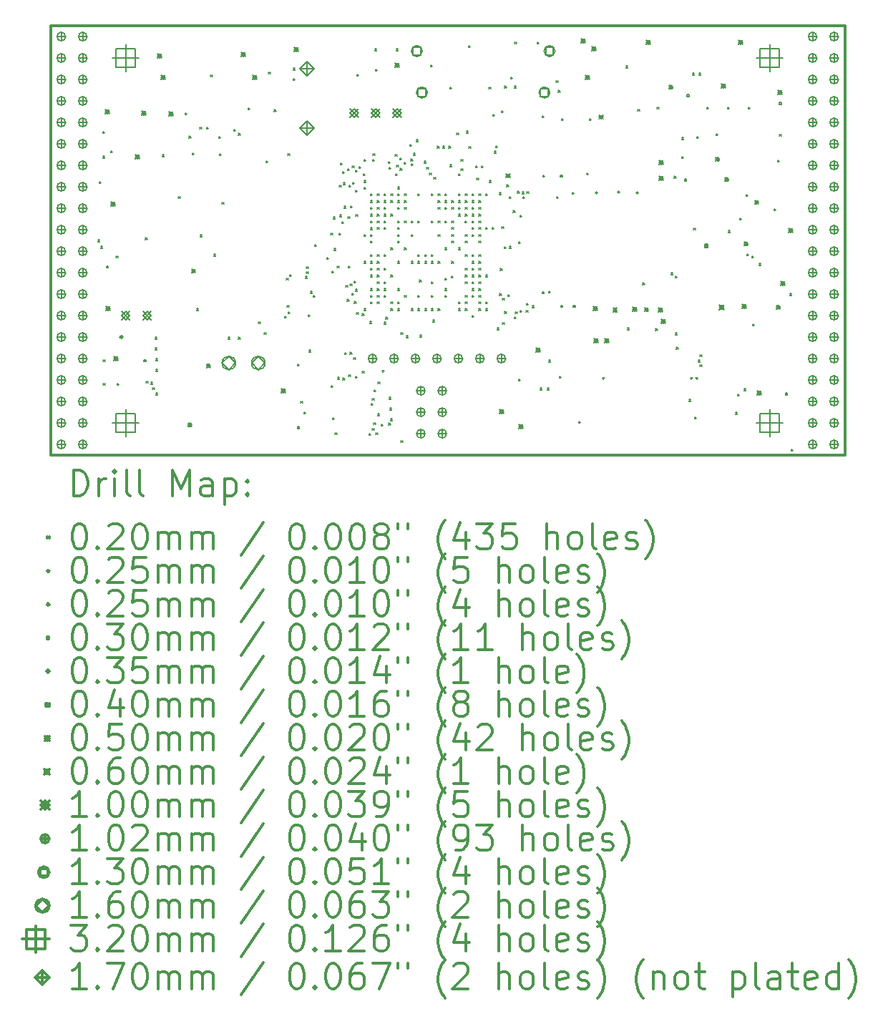
<source format=gbr>
%FSLAX45Y45*%
G04 Gerber Fmt 4.5, Leading zero omitted, Abs format (unit mm)*
G04 Created by KiCad (PCBNEW 5.0.2+dfsg1-1) date srijeda, 05. lipnja 2019. 12:29:01 CEST*
%MOMM*%
%LPD*%
G01*
G04 APERTURE LIST*
%ADD10C,0.300000*%
%ADD11C,0.200000*%
G04 APERTURE END LIST*
D10*
X9410000Y-6142000D02*
X9410000Y-11222000D01*
X18808000Y-6142000D02*
X9410000Y-6142000D01*
X18808000Y-11222000D02*
X18808000Y-6142000D01*
X9410000Y-11222000D02*
X18808000Y-11222000D01*
D11*
X9969000Y-8676600D02*
X9989000Y-8696600D01*
X9989000Y-8676600D02*
X9969000Y-8696600D01*
X9990550Y-7986200D02*
X10010550Y-8006200D01*
X10010550Y-7986200D02*
X9990550Y-8006200D01*
X10007100Y-8752800D02*
X10027100Y-8772800D01*
X10027100Y-8752800D02*
X10007100Y-8772800D01*
X10032500Y-7393900D02*
X10052500Y-7413900D01*
X10052500Y-7393900D02*
X10032500Y-7413900D01*
X10032500Y-7686000D02*
X10052500Y-7706000D01*
X10052500Y-7686000D02*
X10032500Y-7706000D01*
X10035000Y-10094400D02*
X10055000Y-10114400D01*
X10055000Y-10094400D02*
X10035000Y-10114400D01*
X10035000Y-10373800D02*
X10055000Y-10393800D01*
X10055000Y-10373800D02*
X10035000Y-10393800D01*
X10125400Y-7619700D02*
X10145400Y-7639700D01*
X10145400Y-7619700D02*
X10125400Y-7639700D01*
X10187400Y-8868850D02*
X10207400Y-8888850D01*
X10207400Y-8868850D02*
X10187400Y-8888850D01*
X10200100Y-10373800D02*
X10220100Y-10393800D01*
X10220100Y-10373800D02*
X10200100Y-10393800D01*
X10535450Y-8649900D02*
X10555450Y-8669900D01*
X10555450Y-8649900D02*
X10535450Y-8669900D01*
X10543000Y-10348400D02*
X10563000Y-10368400D01*
X10563000Y-10348400D02*
X10543000Y-10368400D01*
X10595970Y-10361643D02*
X10615970Y-10381643D01*
X10615970Y-10361643D02*
X10595970Y-10381643D01*
X10619200Y-10424600D02*
X10639200Y-10444600D01*
X10639200Y-10424600D02*
X10619200Y-10444600D01*
X10650950Y-9827700D02*
X10670950Y-9847700D01*
X10670950Y-9827700D02*
X10650950Y-9847700D01*
X10650950Y-9954700D02*
X10670950Y-9974700D01*
X10670950Y-9954700D02*
X10650950Y-9974700D01*
X10657300Y-10081700D02*
X10677300Y-10101700D01*
X10677300Y-10081700D02*
X10657300Y-10101700D01*
X10657300Y-10208701D02*
X10677300Y-10228701D01*
X10677300Y-10208701D02*
X10657300Y-10228701D01*
X10657300Y-10488100D02*
X10677300Y-10508100D01*
X10677300Y-10488100D02*
X10657300Y-10508100D01*
X10733500Y-7668700D02*
X10753500Y-7688700D01*
X10753500Y-7668700D02*
X10733500Y-7688700D01*
X10924000Y-8164000D02*
X10944000Y-8184000D01*
X10944000Y-8164000D02*
X10924000Y-8184000D01*
X11001700Y-7175200D02*
X11021700Y-7195200D01*
X11021700Y-7175200D02*
X11001700Y-7195200D01*
X11049908Y-7448938D02*
X11069908Y-7468938D01*
X11069908Y-7448938D02*
X11049908Y-7468938D01*
X11090600Y-7645100D02*
X11110600Y-7665100D01*
X11110600Y-7645100D02*
X11090600Y-7665100D01*
X11137400Y-9489400D02*
X11157400Y-9509400D01*
X11157400Y-9489400D02*
X11137400Y-9509400D01*
X11178000Y-7344850D02*
X11198000Y-7364850D01*
X11198000Y-7344850D02*
X11178000Y-7364850D01*
X11179522Y-8615379D02*
X11199522Y-8635379D01*
X11199522Y-8615379D02*
X11179522Y-8635379D01*
X11260550Y-7344851D02*
X11280550Y-7364851D01*
X11280550Y-7344851D02*
X11260550Y-7364851D01*
X11305725Y-6724363D02*
X11325725Y-6744363D01*
X11325725Y-6724363D02*
X11305725Y-6744363D01*
X11344600Y-8845973D02*
X11364600Y-8865973D01*
X11364600Y-8845973D02*
X11344600Y-8865973D01*
X11400408Y-7451220D02*
X11420408Y-7471220D01*
X11420408Y-7451220D02*
X11400408Y-7471220D01*
X11408100Y-7657800D02*
X11428100Y-7677800D01*
X11428100Y-7657800D02*
X11408100Y-7677800D01*
X11441393Y-8230943D02*
X11461393Y-8250943D01*
X11461393Y-8230943D02*
X11441393Y-8250943D01*
X11514550Y-9827700D02*
X11534550Y-9847700D01*
X11534550Y-9827700D02*
X11514550Y-9847700D01*
X11578000Y-7370000D02*
X11598000Y-7390000D01*
X11598000Y-7370000D02*
X11578000Y-7390000D01*
X11633852Y-9827700D02*
X11653852Y-9847700D01*
X11653852Y-9827700D02*
X11633852Y-9847700D01*
X11635200Y-7414700D02*
X11655200Y-7434700D01*
X11655200Y-7414700D02*
X11635200Y-7434700D01*
X11747000Y-7114500D02*
X11767000Y-7134500D01*
X11767000Y-7114500D02*
X11747000Y-7134500D01*
X11870412Y-9644112D02*
X11890412Y-9664112D01*
X11890412Y-9644112D02*
X11870412Y-9664112D01*
X11940000Y-9772000D02*
X11960000Y-9792000D01*
X11960000Y-9772000D02*
X11940000Y-9792000D01*
X11959215Y-7739412D02*
X11979215Y-7759412D01*
X11979215Y-7739412D02*
X11959215Y-7759412D01*
X11990800Y-6690800D02*
X12010800Y-6710800D01*
X12010800Y-6690800D02*
X11990800Y-6710800D01*
X12056498Y-7133651D02*
X12076498Y-7153651D01*
X12076498Y-7133651D02*
X12056498Y-7153651D01*
X12182800Y-9575500D02*
X12202800Y-9595500D01*
X12202800Y-9575500D02*
X12182800Y-9595500D01*
X12201657Y-9128657D02*
X12221657Y-9148657D01*
X12221657Y-9128657D02*
X12201657Y-9148657D01*
X12210364Y-9448538D02*
X12230364Y-9468538D01*
X12230364Y-9448538D02*
X12210364Y-9468538D01*
X12219400Y-7656000D02*
X12239400Y-7676000D01*
X12239400Y-7656000D02*
X12219400Y-7676000D01*
X12220900Y-9524700D02*
X12240900Y-9544700D01*
X12240900Y-9524700D02*
X12220900Y-9544700D01*
X12242096Y-9088217D02*
X12262096Y-9108217D01*
X12262096Y-9088217D02*
X12242096Y-9108217D01*
X12282618Y-6643232D02*
X12302618Y-6663232D01*
X12302618Y-6643232D02*
X12282618Y-6663232D01*
X12284400Y-6768800D02*
X12304400Y-6788800D01*
X12304400Y-6768800D02*
X12284400Y-6788800D01*
X12332545Y-10146435D02*
X12352545Y-10166435D01*
X12352545Y-10146435D02*
X12332545Y-10166435D01*
X12370241Y-10586650D02*
X12390241Y-10606650D01*
X12390241Y-10586650D02*
X12370241Y-10606650D01*
X12410242Y-10710764D02*
X12430242Y-10730764D01*
X12430242Y-10710764D02*
X12410242Y-10730764D01*
X12423701Y-9107100D02*
X12443701Y-9127100D01*
X12443701Y-9107100D02*
X12423701Y-9127100D01*
X12438000Y-8993150D02*
X12458000Y-9013150D01*
X12458000Y-8993150D02*
X12438000Y-9013150D01*
X12438000Y-9050000D02*
X12458000Y-9070000D01*
X12458000Y-9050000D02*
X12438000Y-9070000D01*
X12460700Y-9561000D02*
X12480700Y-9581000D01*
X12480700Y-9561000D02*
X12460700Y-9581000D01*
X12467050Y-9980100D02*
X12487050Y-10000100D01*
X12487050Y-9980100D02*
X12467050Y-10000100D01*
X12486399Y-9285661D02*
X12506399Y-9305661D01*
X12506399Y-9285661D02*
X12486399Y-9305661D01*
X12519149Y-9329350D02*
X12539149Y-9349350D01*
X12539149Y-9329350D02*
X12519149Y-9349350D01*
X12538837Y-8731087D02*
X12558837Y-8751087D01*
X12558837Y-8731087D02*
X12538837Y-8751087D01*
X12682329Y-8882979D02*
X12702329Y-8902979D01*
X12702329Y-8882979D02*
X12682329Y-8902979D01*
X12727400Y-8595800D02*
X12747400Y-8615800D01*
X12747400Y-8595800D02*
X12727400Y-8615800D01*
X12731909Y-10397773D02*
X12751909Y-10417773D01*
X12751909Y-10397773D02*
X12731909Y-10417773D01*
X12739656Y-9045901D02*
X12759656Y-9065901D01*
X12759656Y-9045901D02*
X12739656Y-9065901D01*
X12748660Y-10777504D02*
X12768660Y-10797504D01*
X12768660Y-10777504D02*
X12748660Y-10797504D01*
X12759150Y-8405300D02*
X12779150Y-8425300D01*
X12779150Y-8405300D02*
X12759150Y-8425300D01*
X12764768Y-8776012D02*
X12784768Y-8796012D01*
X12784768Y-8776012D02*
X12764768Y-8796012D01*
X12778201Y-10958000D02*
X12798201Y-10978000D01*
X12798201Y-10958000D02*
X12778201Y-10978000D01*
X12803218Y-8983018D02*
X12823218Y-9003018D01*
X12823218Y-8983018D02*
X12803218Y-9003018D01*
X12808750Y-10300900D02*
X12828750Y-10320900D01*
X12828750Y-10300900D02*
X12808750Y-10320900D01*
X12824072Y-8596207D02*
X12844072Y-8616207D01*
X12844072Y-8596207D02*
X12824072Y-8616207D01*
X12829000Y-8030650D02*
X12849000Y-8050650D01*
X12849000Y-8030650D02*
X12829000Y-8050650D01*
X12835350Y-8379900D02*
X12855350Y-8399900D01*
X12855350Y-8379900D02*
X12835350Y-8399900D01*
X12841700Y-7765451D02*
X12861700Y-7785451D01*
X12861700Y-7765451D02*
X12841700Y-7785451D01*
X12860114Y-8462438D02*
X12880114Y-8482438D01*
X12880114Y-8462438D02*
X12860114Y-8482438D01*
X12867100Y-7865550D02*
X12887100Y-7885550D01*
X12887100Y-7865550D02*
X12867100Y-7885550D01*
X12870682Y-10308590D02*
X12890682Y-10328590D01*
X12890682Y-10308590D02*
X12870682Y-10328590D01*
X12873450Y-7998900D02*
X12893450Y-8018900D01*
X12893450Y-7998900D02*
X12873450Y-8018900D01*
X12886150Y-8278300D02*
X12906150Y-8298300D01*
X12906150Y-8278300D02*
X12886150Y-8298300D01*
X12890520Y-10007480D02*
X12910520Y-10027480D01*
X12910520Y-10007480D02*
X12890520Y-10027480D01*
X12904464Y-9210902D02*
X12924464Y-9230902D01*
X12924464Y-9210902D02*
X12904464Y-9230902D01*
X12921835Y-9377845D02*
X12941835Y-9397845D01*
X12941835Y-9377845D02*
X12921835Y-9397845D01*
X12924250Y-7833800D02*
X12944250Y-7853800D01*
X12944250Y-7833800D02*
X12924250Y-7853800D01*
X12930501Y-8400852D02*
X12950501Y-8420852D01*
X12950501Y-8400852D02*
X12930501Y-8420852D01*
X12934924Y-8983794D02*
X12954924Y-9003794D01*
X12954924Y-8983794D02*
X12934924Y-9003794D01*
X12938000Y-10270000D02*
X12958000Y-10290000D01*
X12958000Y-10270000D02*
X12938000Y-10290000D01*
X12940751Y-8030650D02*
X12960751Y-8050650D01*
X12960751Y-8030650D02*
X12940751Y-8050650D01*
X12956000Y-10005500D02*
X12976000Y-10025500D01*
X12976000Y-10005500D02*
X12956000Y-10025500D01*
X12956595Y-9194664D02*
X12976595Y-9214664D01*
X12976595Y-9194664D02*
X12956595Y-9214664D01*
X12962350Y-8273851D02*
X12982350Y-8293851D01*
X12982350Y-8273851D02*
X12962350Y-8293851D01*
X12976189Y-9308896D02*
X12996189Y-9328896D01*
X12996189Y-9308896D02*
X12976189Y-9328896D01*
X12981400Y-7802050D02*
X13001400Y-7822050D01*
X13001400Y-7802050D02*
X12981400Y-7822050D01*
X12984711Y-7994431D02*
X13004711Y-8014431D01*
X13004711Y-7994431D02*
X12984711Y-8014431D01*
X12998000Y-10070000D02*
X13018000Y-10090000D01*
X13018000Y-10070000D02*
X12998000Y-10090000D01*
X13001054Y-9162967D02*
X13021054Y-9182967D01*
X13021054Y-9162967D02*
X13001054Y-9182967D01*
X13007618Y-9405227D02*
X13027618Y-9425227D01*
X13027618Y-9405227D02*
X13007618Y-9425227D01*
X13018000Y-10290000D02*
X13038000Y-10310000D01*
X13038000Y-10290000D02*
X13018000Y-10310000D01*
X13018305Y-7852464D02*
X13038305Y-7872464D01*
X13038305Y-7852464D02*
X13018305Y-7872464D01*
X13019500Y-8087800D02*
X13039500Y-8107800D01*
X13039500Y-8087800D02*
X13019500Y-8107800D01*
X13019572Y-9259973D02*
X13039572Y-9279973D01*
X13039572Y-9259973D02*
X13019572Y-9279973D01*
X13023410Y-8375410D02*
X13043410Y-8395410D01*
X13043410Y-8375410D02*
X13023410Y-8395410D01*
X13030548Y-9536431D02*
X13050548Y-9556431D01*
X13050548Y-9536431D02*
X13030548Y-9556431D01*
X13033700Y-6718000D02*
X13053700Y-6738000D01*
X13053700Y-6718000D02*
X13033700Y-6738000D01*
X13063950Y-7808400D02*
X13083950Y-7828400D01*
X13083950Y-7808400D02*
X13063950Y-7828400D01*
X13098000Y-10230000D02*
X13118000Y-10250000D01*
X13118000Y-10230000D02*
X13098000Y-10250000D01*
X13098471Y-9546418D02*
X13118471Y-9566418D01*
X13118471Y-9546418D02*
X13098471Y-9566418D01*
X13114818Y-7892343D02*
X13134818Y-7912343D01*
X13134818Y-7892343D02*
X13114818Y-7912343D01*
X13118000Y-8052363D02*
X13138000Y-8072363D01*
X13138000Y-8052363D02*
X13118000Y-8072363D01*
X13118000Y-8610000D02*
X13138000Y-8630000D01*
X13138000Y-8610000D02*
X13118000Y-8630000D01*
X13118000Y-8930000D02*
X13138000Y-8950000D01*
X13138000Y-8930000D02*
X13118000Y-8950000D01*
X13118000Y-9490000D02*
X13138000Y-9510000D01*
X13138000Y-9490000D02*
X13118000Y-9510000D01*
X13118565Y-7722735D02*
X13138565Y-7742735D01*
X13138565Y-7722735D02*
X13118565Y-7742735D01*
X13119785Y-7972345D02*
X13139785Y-7992345D01*
X13139785Y-7972345D02*
X13119785Y-7992345D01*
X13178250Y-10964350D02*
X13198250Y-10984350D01*
X13198250Y-10964350D02*
X13178250Y-10984350D01*
X13189750Y-9640500D02*
X13209750Y-9660500D01*
X13209750Y-9640500D02*
X13189750Y-9660500D01*
X13197734Y-9090201D02*
X13217734Y-9110201D01*
X13217734Y-9090201D02*
X13197734Y-9110201D01*
X13198000Y-8130000D02*
X13218000Y-8150000D01*
X13218000Y-8130000D02*
X13198000Y-8150000D01*
X13198000Y-8210000D02*
X13218000Y-8230000D01*
X13218000Y-8210000D02*
X13198000Y-8230000D01*
X13198000Y-8290000D02*
X13218000Y-8310000D01*
X13218000Y-8290000D02*
X13198000Y-8310000D01*
X13198000Y-8370000D02*
X13218000Y-8390000D01*
X13218000Y-8370000D02*
X13198000Y-8390000D01*
X13198000Y-8450000D02*
X13218000Y-8470000D01*
X13218000Y-8450000D02*
X13198000Y-8470000D01*
X13198000Y-8531500D02*
X13218000Y-8551500D01*
X13218000Y-8531500D02*
X13198000Y-8551500D01*
X13198000Y-8610000D02*
X13218000Y-8630000D01*
X13218000Y-8610000D02*
X13198000Y-8630000D01*
X13198000Y-8690000D02*
X13218000Y-8710000D01*
X13218000Y-8690000D02*
X13198000Y-8710000D01*
X13198000Y-8850000D02*
X13218000Y-8870000D01*
X13218000Y-8850000D02*
X13198000Y-8870000D01*
X13198000Y-8930000D02*
X13218000Y-8950000D01*
X13218000Y-8930000D02*
X13198000Y-8950000D01*
X13198000Y-9010000D02*
X13218000Y-9030000D01*
X13218000Y-9010000D02*
X13198000Y-9030000D01*
X13198000Y-9250000D02*
X13218000Y-9270000D01*
X13218000Y-9250000D02*
X13198000Y-9270000D01*
X13198000Y-9330000D02*
X13218000Y-9350000D01*
X13218000Y-9330000D02*
X13198000Y-9350000D01*
X13198000Y-9410000D02*
X13218000Y-9430000D01*
X13218000Y-9410000D02*
X13198000Y-9430000D01*
X13206286Y-10608587D02*
X13226286Y-10628587D01*
X13226286Y-10608587D02*
X13206286Y-10628587D01*
X13217511Y-10908296D02*
X13237511Y-10928296D01*
X13237511Y-10908296D02*
X13217511Y-10928296D01*
X13217788Y-10550812D02*
X13237788Y-10570812D01*
X13237788Y-10550812D02*
X13217788Y-10570812D01*
X13220903Y-7724256D02*
X13240903Y-7744256D01*
X13240903Y-7724256D02*
X13220903Y-7744256D01*
X13227850Y-7652950D02*
X13247850Y-7672950D01*
X13247850Y-7652950D02*
X13227850Y-7672950D01*
X13234200Y-10840650D02*
X13254200Y-10860650D01*
X13254200Y-10840650D02*
X13234200Y-10860650D01*
X13238262Y-10449238D02*
X13258262Y-10469238D01*
X13258262Y-10449238D02*
X13238262Y-10469238D01*
X13245600Y-6416000D02*
X13265600Y-6436000D01*
X13265600Y-6416000D02*
X13245600Y-6436000D01*
X13258300Y-6657300D02*
X13278300Y-6677300D01*
X13278300Y-6657300D02*
X13258300Y-6677300D01*
X13260800Y-10958000D02*
X13280800Y-10978000D01*
X13280800Y-10958000D02*
X13260800Y-10978000D01*
X13278000Y-8130000D02*
X13298000Y-8150000D01*
X13298000Y-8130000D02*
X13278000Y-8150000D01*
X13278000Y-8210000D02*
X13298000Y-8230000D01*
X13298000Y-8210000D02*
X13278000Y-8230000D01*
X13278000Y-8290000D02*
X13298000Y-8310000D01*
X13298000Y-8290000D02*
X13278000Y-8310000D01*
X13278000Y-8370000D02*
X13298000Y-8390000D01*
X13298000Y-8370000D02*
X13278000Y-8390000D01*
X13278000Y-8450000D02*
X13298000Y-8470000D01*
X13298000Y-8450000D02*
X13278000Y-8470000D01*
X13278000Y-8530000D02*
X13298000Y-8550000D01*
X13298000Y-8530000D02*
X13278000Y-8550000D01*
X13278000Y-8850000D02*
X13298000Y-8870000D01*
X13298000Y-8850000D02*
X13278000Y-8870000D01*
X13278000Y-8930000D02*
X13298000Y-8950000D01*
X13298000Y-8930000D02*
X13278000Y-8950000D01*
X13278000Y-9010000D02*
X13298000Y-9030000D01*
X13298000Y-9010000D02*
X13278000Y-9030000D01*
X13278000Y-9090000D02*
X13298000Y-9110000D01*
X13298000Y-9090000D02*
X13278000Y-9110000D01*
X13278000Y-9170000D02*
X13298000Y-9190000D01*
X13298000Y-9170000D02*
X13278000Y-9190000D01*
X13278000Y-9250000D02*
X13298000Y-9270000D01*
X13298000Y-9250000D02*
X13278000Y-9270000D01*
X13278000Y-9330000D02*
X13298000Y-9350000D01*
X13298000Y-9330000D02*
X13278000Y-9350000D01*
X13278000Y-9410000D02*
X13298000Y-9430000D01*
X13298000Y-9410000D02*
X13278000Y-9430000D01*
X13281247Y-10733530D02*
X13301247Y-10753530D01*
X13301247Y-10733530D02*
X13281247Y-10753530D01*
X13285000Y-10358050D02*
X13305000Y-10378050D01*
X13305000Y-10358050D02*
X13285000Y-10378050D01*
X13324300Y-10856400D02*
X13344300Y-10876400D01*
X13344300Y-10856400D02*
X13324300Y-10876400D01*
X13358000Y-8130000D02*
X13378000Y-8150000D01*
X13378000Y-8130000D02*
X13358000Y-8150000D01*
X13358000Y-8210000D02*
X13378000Y-8230000D01*
X13378000Y-8210000D02*
X13358000Y-8230000D01*
X13358000Y-8290000D02*
X13378000Y-8310000D01*
X13378000Y-8290000D02*
X13358000Y-8310000D01*
X13358000Y-8370000D02*
X13378000Y-8390000D01*
X13378000Y-8370000D02*
X13358000Y-8390000D01*
X13358000Y-8450000D02*
X13378000Y-8470000D01*
X13378000Y-8450000D02*
X13358000Y-8470000D01*
X13358000Y-8530000D02*
X13378000Y-8550000D01*
X13378000Y-8530000D02*
X13358000Y-8550000D01*
X13358000Y-8850000D02*
X13378000Y-8870000D01*
X13378000Y-8850000D02*
X13358000Y-8870000D01*
X13358000Y-9010000D02*
X13378000Y-9030000D01*
X13378000Y-9010000D02*
X13358000Y-9030000D01*
X13358000Y-9170000D02*
X13378000Y-9190000D01*
X13378000Y-9170000D02*
X13358000Y-9190000D01*
X13358000Y-9250000D02*
X13378000Y-9270000D01*
X13378000Y-9250000D02*
X13358000Y-9270000D01*
X13358000Y-9330000D02*
X13378000Y-9350000D01*
X13378000Y-9330000D02*
X13358000Y-9350000D01*
X13358000Y-9650000D02*
X13378000Y-9670000D01*
X13378000Y-9650000D02*
X13358000Y-9670000D01*
X13378000Y-9590000D02*
X13398000Y-9610000D01*
X13398000Y-9590000D02*
X13378000Y-9610000D01*
X13411163Y-7748395D02*
X13431163Y-7768395D01*
X13431163Y-7748395D02*
X13411163Y-7768395D01*
X13413200Y-10843700D02*
X13433200Y-10863700D01*
X13433200Y-10843700D02*
X13413200Y-10863700D01*
X13415020Y-7815418D02*
X13435020Y-7835418D01*
X13435020Y-7815418D02*
X13415020Y-7835418D01*
X13415467Y-10536950D02*
X13435467Y-10556950D01*
X13435467Y-10536950D02*
X13415467Y-10556950D01*
X13425900Y-10665900D02*
X13445900Y-10685900D01*
X13445900Y-10665900D02*
X13425900Y-10685900D01*
X13432035Y-10792450D02*
X13452035Y-10812450D01*
X13452035Y-10792450D02*
X13432035Y-10812450D01*
X13438000Y-8130000D02*
X13458000Y-8150000D01*
X13458000Y-8130000D02*
X13438000Y-8150000D01*
X13438000Y-8210000D02*
X13458000Y-8230000D01*
X13458000Y-8210000D02*
X13438000Y-8230000D01*
X13438000Y-8370000D02*
X13458000Y-8390000D01*
X13458000Y-8370000D02*
X13438000Y-8390000D01*
X13438000Y-9090000D02*
X13458000Y-9110000D01*
X13458000Y-9090000D02*
X13438000Y-9110000D01*
X13438000Y-9410000D02*
X13458000Y-9430000D01*
X13458000Y-9410000D02*
X13438000Y-9430000D01*
X13438000Y-9490000D02*
X13458000Y-9510000D01*
X13458000Y-9490000D02*
X13438000Y-9510000D01*
X13438001Y-8770000D02*
X13458001Y-8790000D01*
X13458001Y-8770000D02*
X13438001Y-8790000D01*
X13489399Y-7662350D02*
X13509399Y-7682350D01*
X13509399Y-7662350D02*
X13489399Y-7682350D01*
X13492132Y-7892495D02*
X13512132Y-7912495D01*
X13512132Y-7892495D02*
X13492132Y-7912495D01*
X13499600Y-6416000D02*
X13519600Y-6436000D01*
X13519600Y-6416000D02*
X13499600Y-6436000D01*
X13507250Y-7792650D02*
X13527250Y-7812650D01*
X13527250Y-7792650D02*
X13507250Y-7812650D01*
X13518000Y-8050000D02*
X13538000Y-8070000D01*
X13538000Y-8050000D02*
X13518000Y-8070000D01*
X13518000Y-8130000D02*
X13538000Y-8150000D01*
X13538000Y-8130000D02*
X13518000Y-8150000D01*
X13518000Y-8210000D02*
X13538000Y-8230000D01*
X13538000Y-8210000D02*
X13518000Y-8230000D01*
X13518000Y-8290000D02*
X13538000Y-8310000D01*
X13538000Y-8290000D02*
X13518000Y-8310000D01*
X13518000Y-8450000D02*
X13538000Y-8470000D01*
X13538000Y-8450000D02*
X13518000Y-8470000D01*
X13518000Y-8530000D02*
X13538000Y-8550000D01*
X13538000Y-8530000D02*
X13518000Y-8550000D01*
X13518000Y-8610000D02*
X13538000Y-8630000D01*
X13538000Y-8610000D02*
X13518000Y-8630000D01*
X13518000Y-8690000D02*
X13538000Y-8710000D01*
X13538000Y-8690000D02*
X13518000Y-8710000D01*
X13518000Y-8930000D02*
X13538000Y-8950000D01*
X13538000Y-8930000D02*
X13518000Y-8950000D01*
X13518000Y-9250000D02*
X13538000Y-9270000D01*
X13538000Y-9250000D02*
X13518000Y-9270000D01*
X13518000Y-9410000D02*
X13538000Y-9430000D01*
X13538000Y-9410000D02*
X13518000Y-9430000D01*
X13518000Y-9490000D02*
X13538000Y-9510000D01*
X13538000Y-9490000D02*
X13518000Y-9510000D01*
X13546550Y-7706800D02*
X13566550Y-7726800D01*
X13566550Y-7706800D02*
X13546550Y-7726800D01*
X13549150Y-7827659D02*
X13569150Y-7847659D01*
X13569150Y-7827659D02*
X13549150Y-7847659D01*
X13555656Y-11051071D02*
X13575656Y-11071071D01*
X13575656Y-11051071D02*
X13555656Y-11071071D01*
X13558000Y-9770000D02*
X13578000Y-9790000D01*
X13578000Y-9770000D02*
X13558000Y-9790000D01*
X13594882Y-7754550D02*
X13614882Y-7774550D01*
X13614882Y-7754550D02*
X13594882Y-7774550D01*
X13598000Y-8130000D02*
X13618000Y-8150000D01*
X13618000Y-8130000D02*
X13598000Y-8150000D01*
X13598000Y-8210000D02*
X13618000Y-8230000D01*
X13618000Y-8210000D02*
X13598000Y-8230000D01*
X13598000Y-8290000D02*
X13618000Y-8310000D01*
X13618000Y-8290000D02*
X13598000Y-8310000D01*
X13598000Y-8450000D02*
X13618000Y-8470000D01*
X13618000Y-8450000D02*
X13598000Y-8470000D01*
X13598000Y-8770000D02*
X13618000Y-8790000D01*
X13618000Y-8770000D02*
X13598000Y-8790000D01*
X13598000Y-9330000D02*
X13618000Y-9350000D01*
X13618000Y-9330000D02*
X13598000Y-9350000D01*
X13618000Y-9810000D02*
X13638000Y-9830000D01*
X13638000Y-9810000D02*
X13618000Y-9830000D01*
X13664259Y-7547941D02*
X13684259Y-7567941D01*
X13684259Y-7547941D02*
X13664259Y-7567941D01*
X13676320Y-7718760D02*
X13696320Y-7738760D01*
X13696320Y-7718760D02*
X13676320Y-7738760D01*
X13678000Y-8450000D02*
X13698000Y-8470000D01*
X13698000Y-8450000D02*
X13678000Y-8470000D01*
X13678000Y-8610000D02*
X13698000Y-8630000D01*
X13698000Y-8610000D02*
X13678000Y-8630000D01*
X13678000Y-8930000D02*
X13698000Y-8950000D01*
X13698000Y-8930000D02*
X13678000Y-8950000D01*
X13678000Y-9490000D02*
X13698000Y-9510000D01*
X13698000Y-9490000D02*
X13678000Y-9510000D01*
X13679461Y-7776107D02*
X13699461Y-7796107D01*
X13699461Y-7776107D02*
X13679461Y-7796107D01*
X13707437Y-7652487D02*
X13727437Y-7672487D01*
X13727437Y-7652487D02*
X13707437Y-7672487D01*
X13738000Y-7490000D02*
X13758000Y-7510000D01*
X13758000Y-7490000D02*
X13738000Y-7510000D01*
X13758000Y-8130000D02*
X13778000Y-8150000D01*
X13778000Y-8130000D02*
X13758000Y-8150000D01*
X13758000Y-8450000D02*
X13778000Y-8470000D01*
X13778000Y-8450000D02*
X13758000Y-8470000D01*
X13758000Y-8850000D02*
X13778000Y-8870000D01*
X13778000Y-8850000D02*
X13758000Y-8870000D01*
X13758000Y-8930000D02*
X13778000Y-8950000D01*
X13778000Y-8930000D02*
X13758000Y-8950000D01*
X13758000Y-9330000D02*
X13778000Y-9350000D01*
X13778000Y-9330000D02*
X13758000Y-9350000D01*
X13758000Y-9490000D02*
X13778000Y-9510000D01*
X13778000Y-9490000D02*
X13758000Y-9510000D01*
X13778000Y-9150000D02*
X13798000Y-9170000D01*
X13798000Y-9150000D02*
X13778000Y-9170000D01*
X13781499Y-9802300D02*
X13801499Y-9822300D01*
X13801499Y-9802300D02*
X13781499Y-9822300D01*
X13830592Y-7745154D02*
X13850592Y-7765154D01*
X13850592Y-7745154D02*
X13830592Y-7765154D01*
X13838000Y-8850000D02*
X13858000Y-8870000D01*
X13858000Y-8850000D02*
X13838000Y-8870000D01*
X13838000Y-8930000D02*
X13858000Y-8950000D01*
X13858000Y-8930000D02*
X13838000Y-8950000D01*
X13838000Y-9490000D02*
X13858000Y-9510000D01*
X13858000Y-9490000D02*
X13838000Y-9510000D01*
X13862850Y-7818050D02*
X13882850Y-7838050D01*
X13882850Y-7818050D02*
X13862850Y-7838050D01*
X13894600Y-7881550D02*
X13914600Y-7901550D01*
X13914600Y-7881550D02*
X13894600Y-7901550D01*
X13910000Y-6603700D02*
X13930000Y-6623700D01*
X13930000Y-6603700D02*
X13910000Y-6623700D01*
X13918000Y-8130000D02*
X13938000Y-8150000D01*
X13938000Y-8130000D02*
X13918000Y-8150000D01*
X13918000Y-8450000D02*
X13938000Y-8470000D01*
X13938000Y-8450000D02*
X13918000Y-8470000D01*
X13918000Y-8850000D02*
X13938000Y-8870000D01*
X13938000Y-8850000D02*
X13918000Y-8870000D01*
X13918000Y-8930000D02*
X13938000Y-8950000D01*
X13938000Y-8930000D02*
X13918000Y-8950000D01*
X13918000Y-9170000D02*
X13938000Y-9190000D01*
X13938000Y-9170000D02*
X13918000Y-9190000D01*
X13918000Y-9330000D02*
X13938000Y-9350000D01*
X13938000Y-9330000D02*
X13918000Y-9350000D01*
X13918000Y-9490000D02*
X13938000Y-9510000D01*
X13938000Y-9490000D02*
X13918000Y-9510000D01*
X13933900Y-9624500D02*
X13953900Y-9644500D01*
X13953900Y-9624500D02*
X13933900Y-9644500D01*
X13945400Y-7932350D02*
X13965400Y-7952350D01*
X13965400Y-7932350D02*
X13945400Y-7952350D01*
X13987649Y-7567100D02*
X14007649Y-7587100D01*
X14007649Y-7567100D02*
X13987649Y-7587100D01*
X13996000Y-8292000D02*
X14016000Y-8312000D01*
X14016000Y-8292000D02*
X13996000Y-8312000D01*
X13998000Y-8130000D02*
X14018000Y-8150000D01*
X14018000Y-8130000D02*
X13998000Y-8150000D01*
X13998000Y-8210000D02*
X14018000Y-8230000D01*
X14018000Y-8210000D02*
X13998000Y-8230000D01*
X13998000Y-8450000D02*
X14018000Y-8470000D01*
X14018000Y-8450000D02*
X13998000Y-8470000D01*
X13998000Y-8610000D02*
X14018000Y-8630000D01*
X14018000Y-8610000D02*
X13998000Y-8630000D01*
X13998000Y-8930000D02*
X14018000Y-8950000D01*
X14018000Y-8930000D02*
X13998000Y-8950000D01*
X13998000Y-9490000D02*
X14018000Y-9510000D01*
X14018000Y-9490000D02*
X13998000Y-9510000D01*
X14054550Y-7567100D02*
X14074550Y-7587100D01*
X14074550Y-7567100D02*
X14054550Y-7587100D01*
X14078000Y-8130000D02*
X14098000Y-8150000D01*
X14098000Y-8130000D02*
X14078000Y-8150000D01*
X14078000Y-8210000D02*
X14098000Y-8230000D01*
X14098000Y-8210000D02*
X14078000Y-8230000D01*
X14078000Y-8290000D02*
X14098000Y-8310000D01*
X14098000Y-8290000D02*
X14078000Y-8310000D01*
X14078000Y-8450000D02*
X14098000Y-8470000D01*
X14098000Y-8450000D02*
X14078000Y-8470000D01*
X14078000Y-8770000D02*
X14098000Y-8790000D01*
X14098000Y-8770000D02*
X14078000Y-8790000D01*
X14078000Y-9130000D02*
X14098000Y-9150000D01*
X14098000Y-9130000D02*
X14078000Y-9150000D01*
X14078000Y-9250000D02*
X14098000Y-9270000D01*
X14098000Y-9250000D02*
X14078000Y-9270000D01*
X14078000Y-9330000D02*
X14098000Y-9350000D01*
X14098000Y-9330000D02*
X14078000Y-9350000D01*
X14124400Y-7567100D02*
X14144400Y-7587100D01*
X14144400Y-7567100D02*
X14124400Y-7587100D01*
X14135900Y-7786300D02*
X14155900Y-7806300D01*
X14155900Y-7786300D02*
X14135900Y-7806300D01*
X14138000Y-6870000D02*
X14158000Y-6890000D01*
X14158000Y-6870000D02*
X14138000Y-6890000D01*
X14154000Y-9100700D02*
X14174000Y-9120700D01*
X14174000Y-9100700D02*
X14154000Y-9120700D01*
X14158000Y-8210000D02*
X14178000Y-8230000D01*
X14178000Y-8210000D02*
X14158000Y-8230000D01*
X14158000Y-8290000D02*
X14178000Y-8310000D01*
X14178000Y-8290000D02*
X14158000Y-8310000D01*
X14158000Y-8450000D02*
X14178000Y-8470000D01*
X14178000Y-8450000D02*
X14158000Y-8470000D01*
X14158000Y-8530000D02*
X14178000Y-8550000D01*
X14178000Y-8530000D02*
X14158000Y-8550000D01*
X14158000Y-8610000D02*
X14178000Y-8630000D01*
X14178000Y-8610000D02*
X14158000Y-8630000D01*
X14158000Y-8690000D02*
X14178000Y-8710000D01*
X14178000Y-8690000D02*
X14158000Y-8710000D01*
X14158000Y-8930000D02*
X14178000Y-8950000D01*
X14178000Y-8930000D02*
X14158000Y-8950000D01*
X14218000Y-7410000D02*
X14238000Y-7430000D01*
X14238000Y-7410000D02*
X14218000Y-7430000D01*
X14236000Y-8292000D02*
X14256000Y-8312000D01*
X14256000Y-8292000D02*
X14236000Y-8312000D01*
X14236377Y-7893109D02*
X14256377Y-7913109D01*
X14256377Y-7893109D02*
X14236377Y-7913109D01*
X14238000Y-8130000D02*
X14258000Y-8150000D01*
X14258000Y-8130000D02*
X14238000Y-8150000D01*
X14238000Y-8210000D02*
X14258000Y-8230000D01*
X14258000Y-8210000D02*
X14238000Y-8230000D01*
X14238000Y-8370000D02*
X14258000Y-8390000D01*
X14258000Y-8370000D02*
X14238000Y-8390000D01*
X14238000Y-8770000D02*
X14258000Y-8790000D01*
X14258000Y-8770000D02*
X14238000Y-8790000D01*
X14238000Y-9410000D02*
X14258000Y-9430000D01*
X14258000Y-9410000D02*
X14238000Y-9430000D01*
X14238000Y-9490000D02*
X14258000Y-9510000D01*
X14258000Y-9490000D02*
X14238000Y-9510000D01*
X14267329Y-7833800D02*
X14287329Y-7853800D01*
X14287329Y-7833800D02*
X14267329Y-7853800D01*
X14268583Y-7723660D02*
X14288583Y-7743660D01*
X14288583Y-7723660D02*
X14268583Y-7743660D01*
X14316000Y-8452000D02*
X14336000Y-8472000D01*
X14336000Y-8452000D02*
X14316000Y-8472000D01*
X14318000Y-8130000D02*
X14338000Y-8150000D01*
X14338000Y-8130000D02*
X14318000Y-8150000D01*
X14318000Y-8210000D02*
X14338000Y-8230000D01*
X14338000Y-8210000D02*
X14318000Y-8230000D01*
X14318000Y-8290000D02*
X14338000Y-8310000D01*
X14338000Y-8290000D02*
X14318000Y-8310000D01*
X14318000Y-8370000D02*
X14338000Y-8390000D01*
X14338000Y-8370000D02*
X14318000Y-8390000D01*
X14318000Y-8610000D02*
X14338000Y-8630000D01*
X14338000Y-8610000D02*
X14318000Y-8630000D01*
X14318000Y-8690000D02*
X14338000Y-8710000D01*
X14338000Y-8690000D02*
X14318000Y-8710000D01*
X14318000Y-8850000D02*
X14338000Y-8870000D01*
X14338000Y-8850000D02*
X14318000Y-8870000D01*
X14318000Y-9010000D02*
X14338000Y-9030000D01*
X14338000Y-9010000D02*
X14318000Y-9030000D01*
X14318000Y-9090000D02*
X14338000Y-9110000D01*
X14338000Y-9090000D02*
X14318000Y-9110000D01*
X14318000Y-9170000D02*
X14338000Y-9190000D01*
X14338000Y-9170000D02*
X14318000Y-9190000D01*
X14318000Y-9330000D02*
X14338000Y-9350000D01*
X14338000Y-9330000D02*
X14318000Y-9350000D01*
X14318000Y-9410000D02*
X14338000Y-9430000D01*
X14338000Y-9410000D02*
X14318000Y-9430000D01*
X14318000Y-9490000D02*
X14338000Y-9510000D01*
X14338000Y-9490000D02*
X14318000Y-9510000D01*
X14331863Y-7387513D02*
X14351863Y-7407513D01*
X14351863Y-7387513D02*
X14331863Y-7407513D01*
X14355067Y-6376252D02*
X14375067Y-6396252D01*
X14375067Y-6376252D02*
X14355067Y-6396252D01*
X14360888Y-7571730D02*
X14380888Y-7591730D01*
X14380888Y-7571730D02*
X14360888Y-7591730D01*
X14398000Y-9570000D02*
X14418000Y-9590000D01*
X14418000Y-9570000D02*
X14398000Y-9590000D01*
X14398000Y-8130000D02*
X14418000Y-8150000D01*
X14418000Y-8130000D02*
X14398000Y-8150000D01*
X14398000Y-8210000D02*
X14418000Y-8230000D01*
X14418000Y-8210000D02*
X14398000Y-8230000D01*
X14398000Y-8290000D02*
X14418000Y-8310000D01*
X14418000Y-8290000D02*
X14398000Y-8310000D01*
X14398000Y-8370000D02*
X14418000Y-8390000D01*
X14418000Y-8370000D02*
X14398000Y-8390000D01*
X14398000Y-8450000D02*
X14418000Y-8470000D01*
X14418000Y-8450000D02*
X14398000Y-8470000D01*
X14398000Y-8530000D02*
X14418000Y-8550000D01*
X14418000Y-8530000D02*
X14398000Y-8550000D01*
X14398000Y-8610000D02*
X14418000Y-8630000D01*
X14418000Y-8610000D02*
X14398000Y-8630000D01*
X14398000Y-8850000D02*
X14418000Y-8870000D01*
X14418000Y-8850000D02*
X14398000Y-8870000D01*
X14398000Y-8930000D02*
X14418000Y-8950000D01*
X14418000Y-8930000D02*
X14398000Y-8950000D01*
X14398000Y-9010000D02*
X14418000Y-9030000D01*
X14418000Y-9010000D02*
X14398000Y-9030000D01*
X14398000Y-9090000D02*
X14418000Y-9110000D01*
X14418000Y-9090000D02*
X14398000Y-9110000D01*
X14398000Y-9170000D02*
X14418000Y-9190000D01*
X14418000Y-9170000D02*
X14398000Y-9190000D01*
X14398000Y-9250000D02*
X14418000Y-9270000D01*
X14418000Y-9250000D02*
X14398000Y-9270000D01*
X14398000Y-9330000D02*
X14418000Y-9350000D01*
X14418000Y-9330000D02*
X14398000Y-9350000D01*
X14441900Y-7802050D02*
X14461900Y-7822050D01*
X14461900Y-7802050D02*
X14441900Y-7822050D01*
X14453400Y-7942279D02*
X14473400Y-7962279D01*
X14473400Y-7942279D02*
X14453400Y-7962279D01*
X14478000Y-8130000D02*
X14498000Y-8150000D01*
X14498000Y-8130000D02*
X14478000Y-8150000D01*
X14478000Y-8210000D02*
X14498000Y-8230000D01*
X14498000Y-8210000D02*
X14478000Y-8230000D01*
X14478000Y-8290000D02*
X14498000Y-8310000D01*
X14498000Y-8290000D02*
X14478000Y-8310000D01*
X14478000Y-8370000D02*
X14498000Y-8390000D01*
X14498000Y-8370000D02*
X14478000Y-8390000D01*
X14478000Y-8450000D02*
X14498000Y-8470000D01*
X14498000Y-8450000D02*
X14478000Y-8470000D01*
X14478000Y-8530000D02*
X14498000Y-8550000D01*
X14498000Y-8530000D02*
X14478000Y-8550000D01*
X14478000Y-8610000D02*
X14498000Y-8630000D01*
X14498000Y-8610000D02*
X14478000Y-8630000D01*
X14478000Y-8690000D02*
X14498000Y-8710000D01*
X14498000Y-8690000D02*
X14478000Y-8710000D01*
X14478000Y-8850000D02*
X14498000Y-8870000D01*
X14498000Y-8850000D02*
X14478000Y-8870000D01*
X14478000Y-8930000D02*
X14498000Y-8950000D01*
X14498000Y-8930000D02*
X14478000Y-8950000D01*
X14478000Y-9010000D02*
X14498000Y-9030000D01*
X14498000Y-9010000D02*
X14478000Y-9030000D01*
X14478000Y-9090000D02*
X14498000Y-9110000D01*
X14498000Y-9090000D02*
X14478000Y-9110000D01*
X14478000Y-9170000D02*
X14498000Y-9190000D01*
X14498000Y-9170000D02*
X14478000Y-9190000D01*
X14478000Y-9250000D02*
X14498000Y-9270000D01*
X14498000Y-9250000D02*
X14478000Y-9270000D01*
X14478000Y-9330000D02*
X14498000Y-9350000D01*
X14498000Y-9330000D02*
X14478000Y-9350000D01*
X14478000Y-9410000D02*
X14498000Y-9430000D01*
X14498000Y-9410000D02*
X14478000Y-9430000D01*
X14478000Y-9490000D02*
X14498000Y-9510000D01*
X14498000Y-9490000D02*
X14478000Y-9510000D01*
X14511750Y-7802050D02*
X14531750Y-7822050D01*
X14531750Y-7802050D02*
X14511750Y-7822050D01*
X14558000Y-8130000D02*
X14578000Y-8150000D01*
X14578000Y-8130000D02*
X14558000Y-8150000D01*
X14558000Y-8530000D02*
X14578000Y-8550000D01*
X14578000Y-8530000D02*
X14558000Y-8550000D01*
X14558000Y-9090000D02*
X14578000Y-9110000D01*
X14578000Y-9090000D02*
X14558000Y-9110000D01*
X14558000Y-9410000D02*
X14578000Y-9430000D01*
X14578000Y-9410000D02*
X14558000Y-9430000D01*
X14558000Y-9490000D02*
X14578000Y-9510000D01*
X14578000Y-9490000D02*
X14558000Y-9510000D01*
X14598000Y-6870000D02*
X14618000Y-6890000D01*
X14618000Y-6870000D02*
X14598000Y-6890000D01*
X14600000Y-7972000D02*
X14620000Y-7992000D01*
X14620000Y-7972000D02*
X14600000Y-7992000D01*
X14638000Y-8530000D02*
X14658000Y-8550000D01*
X14658000Y-8530000D02*
X14638000Y-8550000D01*
X14646600Y-7187799D02*
X14666600Y-7207799D01*
X14666600Y-7187799D02*
X14646600Y-7207799D01*
X14660029Y-7625502D02*
X14680029Y-7645502D01*
X14680029Y-7625502D02*
X14660029Y-7645502D01*
X14676850Y-7560750D02*
X14696850Y-7580750D01*
X14696850Y-7560750D02*
X14676850Y-7580750D01*
X14694701Y-9716700D02*
X14714701Y-9736700D01*
X14714701Y-9716700D02*
X14694701Y-9736700D01*
X14720100Y-8116500D02*
X14740100Y-8136500D01*
X14740100Y-8116500D02*
X14720100Y-8136500D01*
X14724389Y-9311713D02*
X14744389Y-9331713D01*
X14744389Y-9311713D02*
X14724389Y-9331713D01*
X14733095Y-9013302D02*
X14753095Y-9033302D01*
X14753095Y-9013302D02*
X14733095Y-9033302D01*
X14748200Y-7146252D02*
X14768200Y-7166252D01*
X14768200Y-7146252D02*
X14748200Y-7166252D01*
X14751215Y-8517186D02*
X14771215Y-8537186D01*
X14771215Y-8517186D02*
X14751215Y-8537186D01*
X14760000Y-9366849D02*
X14780000Y-9386849D01*
X14780000Y-9366849D02*
X14760000Y-9386849D01*
X14760000Y-9652000D02*
X14780000Y-9672000D01*
X14780000Y-9652000D02*
X14760000Y-9672000D01*
X14781079Y-8758342D02*
X14801079Y-8778342D01*
X14801079Y-8758342D02*
X14781079Y-8778342D01*
X14784800Y-6855900D02*
X14804800Y-6875900D01*
X14804800Y-6855900D02*
X14784800Y-6875900D01*
X14785679Y-9521109D02*
X14805679Y-9541109D01*
X14805679Y-9521109D02*
X14785679Y-9541109D01*
X14810200Y-8024300D02*
X14830200Y-8044300D01*
X14830200Y-8024300D02*
X14810200Y-8044300D01*
X14824901Y-9322231D02*
X14844901Y-9342231D01*
X14844901Y-9322231D02*
X14824901Y-9342231D01*
X14838354Y-8752346D02*
X14858354Y-8772346D01*
X14858354Y-8752346D02*
X14838354Y-8772346D01*
X14841950Y-8164000D02*
X14861950Y-8184000D01*
X14861950Y-8164000D02*
X14841950Y-8184000D01*
X14858001Y-6750000D02*
X14878001Y-6770000D01*
X14878001Y-6750000D02*
X14858001Y-6770000D01*
X14886400Y-8329101D02*
X14906400Y-8349101D01*
X14906400Y-8329101D02*
X14886400Y-8349101D01*
X14899100Y-6855900D02*
X14919100Y-6875900D01*
X14919100Y-6855900D02*
X14899100Y-6875900D01*
X14899100Y-9586400D02*
X14919100Y-9606400D01*
X14919100Y-9586400D02*
X14899100Y-9606400D01*
X14903412Y-6332405D02*
X14923412Y-6352405D01*
X14923412Y-6332405D02*
X14903412Y-6352405D01*
X14910600Y-9526200D02*
X14930600Y-9546200D01*
X14930600Y-9526200D02*
X14910600Y-9546200D01*
X14937199Y-8100500D02*
X14957199Y-8120500D01*
X14957199Y-8100500D02*
X14937199Y-8120500D01*
X14947550Y-8699301D02*
X14967550Y-8719301D01*
X14967550Y-8699301D02*
X14947550Y-8719301D01*
X14947728Y-10322085D02*
X14967728Y-10342085D01*
X14967728Y-10322085D02*
X14947728Y-10342085D01*
X14966401Y-8381402D02*
X14986401Y-8401402D01*
X14986401Y-8381402D02*
X14966401Y-8401402D01*
X14967749Y-9507150D02*
X14987749Y-9527150D01*
X14987749Y-9507150D02*
X14967749Y-9527150D01*
X14991381Y-8107272D02*
X15011381Y-8127272D01*
X15011381Y-8107272D02*
X14991381Y-8127272D01*
X15000700Y-8164000D02*
X15020700Y-8184000D01*
X15020700Y-8164000D02*
X15000700Y-8184000D01*
X15037600Y-9507150D02*
X15057600Y-9527150D01*
X15057600Y-9507150D02*
X15037600Y-9527150D01*
X15043950Y-9424600D02*
X15063950Y-9444600D01*
X15063950Y-9424600D02*
X15043950Y-9444600D01*
X15045980Y-8106843D02*
X15065980Y-8126843D01*
X15065980Y-8106843D02*
X15045980Y-8126843D01*
X15109016Y-9455085D02*
X15129016Y-9475085D01*
X15129016Y-9455085D02*
X15109016Y-9475085D01*
X15167300Y-6337000D02*
X15187300Y-6357000D01*
X15187300Y-6337000D02*
X15167300Y-6357000D01*
X15201400Y-10429200D02*
X15221400Y-10449200D01*
X15221400Y-10429200D02*
X15201400Y-10449200D01*
X15230800Y-7206950D02*
X15250800Y-7226950D01*
X15250800Y-7206950D02*
X15230800Y-7226950D01*
X15239707Y-7909347D02*
X15259707Y-7929347D01*
X15259707Y-7909347D02*
X15239707Y-7929347D01*
X15290300Y-10429200D02*
X15310300Y-10449200D01*
X15310300Y-10429200D02*
X15290300Y-10449200D01*
X15303000Y-10099000D02*
X15323000Y-10119000D01*
X15323000Y-10099000D02*
X15303000Y-10119000D01*
X15305500Y-9281600D02*
X15325500Y-9301600D01*
X15325500Y-9281600D02*
X15305500Y-9301600D01*
X15394400Y-6792400D02*
X15414400Y-6812400D01*
X15414400Y-6792400D02*
X15394400Y-6812400D01*
X15419800Y-6906700D02*
X15439800Y-6926700D01*
X15439800Y-6906700D02*
X15419800Y-6926700D01*
X15432558Y-10288777D02*
X15452558Y-10308777D01*
X15452558Y-10288777D02*
X15432558Y-10308777D01*
X15459400Y-7238700D02*
X15479400Y-7258700D01*
X15479400Y-7238700D02*
X15459400Y-7258700D01*
X15584900Y-8114958D02*
X15604900Y-8134958D01*
X15604900Y-8114958D02*
X15584900Y-8134958D01*
X15662600Y-10820100D02*
X15682600Y-10840100D01*
X15682600Y-10820100D02*
X15662600Y-10840100D01*
X15789600Y-7238700D02*
X15809600Y-7258700D01*
X15809600Y-7238700D02*
X15789600Y-7258700D01*
X16217147Y-6618496D02*
X16237147Y-6638496D01*
X16237147Y-6618496D02*
X16217147Y-6638496D01*
X16234100Y-9717000D02*
X16254100Y-9737000D01*
X16254100Y-9717000D02*
X16234100Y-9737000D01*
X16359090Y-7131693D02*
X16379090Y-7151693D01*
X16379090Y-7131693D02*
X16359090Y-7151693D01*
X16418510Y-9184590D02*
X16438510Y-9204590D01*
X16438510Y-9184590D02*
X16418510Y-9204590D01*
X16570337Y-9724488D02*
X16590337Y-9744488D01*
X16590337Y-9724488D02*
X16570337Y-9744488D01*
X16588200Y-7102746D02*
X16608200Y-7122746D01*
X16608200Y-7102746D02*
X16588200Y-7122746D01*
X16753300Y-9065700D02*
X16773300Y-9085700D01*
X16773300Y-9065700D02*
X16753300Y-9085700D01*
X16791400Y-7922700D02*
X16811400Y-7942700D01*
X16811400Y-7922700D02*
X16791400Y-7942700D01*
X16804100Y-9103800D02*
X16824100Y-9123800D01*
X16824100Y-9103800D02*
X16804100Y-9123800D01*
X16804608Y-9776390D02*
X16824608Y-9796390D01*
X16824608Y-9776390D02*
X16804608Y-9796390D01*
X16816800Y-9946228D02*
X16836800Y-9966228D01*
X16836800Y-9946228D02*
X16816800Y-9966228D01*
X16880300Y-7465500D02*
X16900300Y-7485500D01*
X16900300Y-7465500D02*
X16880300Y-7485500D01*
X16880300Y-7687203D02*
X16900300Y-7707203D01*
X16900300Y-7687203D02*
X16880300Y-7707203D01*
X16962549Y-10564300D02*
X16982549Y-10584300D01*
X16982549Y-10564300D02*
X16962549Y-10584300D01*
X17007300Y-6703500D02*
X17027300Y-6723500D01*
X17027300Y-6703500D02*
X17007300Y-6723500D01*
X17020954Y-8534153D02*
X17040954Y-8554153D01*
X17040954Y-8534153D02*
X17020954Y-8554153D01*
X17032700Y-10773850D02*
X17052700Y-10793850D01*
X17052700Y-10773850D02*
X17032700Y-10793850D01*
X17058000Y-7450000D02*
X17078000Y-7470000D01*
X17078000Y-7450000D02*
X17058000Y-7470000D01*
X17075950Y-10097700D02*
X17095950Y-10117700D01*
X17095950Y-10097700D02*
X17075950Y-10117700D01*
X17083500Y-6703500D02*
X17103500Y-6723500D01*
X17103500Y-6703500D02*
X17083500Y-6723500D01*
X17095000Y-10034200D02*
X17115000Y-10054200D01*
X17115000Y-10034200D02*
X17095000Y-10054200D01*
X17095000Y-10152849D02*
X17115000Y-10172849D01*
X17115000Y-10152849D02*
X17095000Y-10172849D01*
X17173900Y-7102746D02*
X17193900Y-7122746D01*
X17193900Y-7102746D02*
X17173900Y-7122746D01*
X17288200Y-7416500D02*
X17308200Y-7436500D01*
X17308200Y-7416500D02*
X17288200Y-7436500D01*
X17421312Y-7102746D02*
X17441312Y-7122746D01*
X17441312Y-7102746D02*
X17421312Y-7122746D01*
X17427900Y-8564300D02*
X17447900Y-8584300D01*
X17447900Y-8564300D02*
X17427900Y-8584300D01*
X17514451Y-10716700D02*
X17534451Y-10736700D01*
X17534451Y-10716700D02*
X17514451Y-10736700D01*
X17540700Y-10500800D02*
X17560700Y-10520800D01*
X17560700Y-10500800D02*
X17540700Y-10520800D01*
X17566100Y-8418000D02*
X17586100Y-8438000D01*
X17586100Y-8418000D02*
X17566100Y-8438000D01*
X17616900Y-10437300D02*
X17636900Y-10457300D01*
X17636900Y-10437300D02*
X17616900Y-10457300D01*
X17642300Y-8138600D02*
X17662300Y-8158600D01*
X17662300Y-8138600D02*
X17642300Y-8158600D01*
X17650543Y-8840716D02*
X17670543Y-8860716D01*
X17670543Y-8840716D02*
X17650543Y-8860716D01*
X17669708Y-7102746D02*
X17689708Y-7122746D01*
X17689708Y-7102746D02*
X17669708Y-7122746D01*
X17708899Y-8866403D02*
X17728899Y-8886403D01*
X17728899Y-8866403D02*
X17708899Y-8886403D01*
X17718798Y-9667866D02*
X17738798Y-9687866D01*
X17738798Y-9667866D02*
X17718798Y-9687866D01*
X17792200Y-8956000D02*
X17812200Y-8976000D01*
X17812200Y-8956000D02*
X17792200Y-8976000D01*
X17970000Y-8308300D02*
X17990000Y-8328300D01*
X17990000Y-8308300D02*
X17970000Y-8328300D01*
X18015551Y-7730221D02*
X18035551Y-7750221D01*
X18035551Y-7730221D02*
X18015551Y-7750221D01*
X18036000Y-7427400D02*
X18056000Y-7447400D01*
X18056000Y-7427400D02*
X18036000Y-7447400D01*
X18158000Y-9310000D02*
X18178000Y-9330000D01*
X18178000Y-9310000D02*
X18158000Y-9330000D01*
X18177200Y-11150300D02*
X18197200Y-11170300D01*
X18197200Y-11150300D02*
X18177200Y-11170300D01*
X15416900Y-8174000D02*
G75*
G03X15416900Y-8174000I-12500J0D01*
G01*
X15772500Y-7894600D02*
G75*
G03X15772500Y-7894600I-12500J0D01*
G01*
X15880450Y-8116850D02*
G75*
G03X15880450Y-8116850I-12500J0D01*
G01*
X16147150Y-8110500D02*
G75*
G03X16147150Y-8110500I-12500J0D01*
G01*
X16363050Y-8116850D02*
G75*
G03X16363050Y-8116850I-12500J0D01*
G01*
X13344929Y-10210562D02*
X13344929Y-10235962D01*
X13332229Y-10223262D02*
X13357629Y-10223262D01*
X15950500Y-10294900D02*
X15950500Y-10320300D01*
X15937800Y-10307600D02*
X15963200Y-10307600D01*
X16991900Y-10294900D02*
X16991900Y-10320300D01*
X16979200Y-10307600D02*
X17004600Y-10307600D01*
X17055400Y-10294900D02*
X17055400Y-10320300D01*
X17042700Y-10307600D02*
X17068100Y-10307600D01*
X10093707Y-9003757D02*
X10093707Y-8982543D01*
X10072493Y-8982543D01*
X10072493Y-9003757D01*
X10093707Y-9003757D01*
X10538207Y-10115007D02*
X10538207Y-10093793D01*
X10516993Y-10093793D01*
X10516993Y-10115007D01*
X10538207Y-10115007D01*
X12354307Y-10907807D02*
X12354307Y-10886593D01*
X12333093Y-10886593D01*
X12333093Y-10907807D01*
X12354307Y-10907807D01*
X15251407Y-9310357D02*
X15251407Y-9289143D01*
X15230193Y-9289143D01*
X15230193Y-9310357D01*
X15251407Y-9310357D01*
X15467307Y-7928459D02*
X15467307Y-7907245D01*
X15446093Y-7907245D01*
X15446093Y-7928459D01*
X15467307Y-7928459D01*
X15469997Y-9471401D02*
X15469997Y-9450188D01*
X15448783Y-9450188D01*
X15448783Y-9471401D01*
X15469997Y-9471401D01*
X15619707Y-9469107D02*
X15619707Y-9447893D01*
X15598493Y-9447893D01*
X15598493Y-9469107D01*
X15619707Y-9469107D01*
X16932657Y-7975057D02*
X16932657Y-7953843D01*
X16911443Y-7953843D01*
X16911443Y-7975057D01*
X16932657Y-7975057D01*
X16962311Y-6979255D02*
X16962311Y-6958042D01*
X16941097Y-6958042D01*
X16941097Y-6979255D01*
X16962311Y-6979255D01*
X18054107Y-7071607D02*
X18054107Y-7050393D01*
X18032893Y-7050393D01*
X18032893Y-7071607D01*
X18054107Y-7071607D01*
X18126199Y-10508678D02*
X18126199Y-10487464D01*
X18104985Y-10487464D01*
X18104985Y-10508678D01*
X18126199Y-10508678D01*
X10248200Y-9842500D02*
X10265700Y-9825000D01*
X10248200Y-9807500D01*
X10230700Y-9825000D01*
X10248200Y-9842500D01*
X11039391Y-10843646D02*
X11079391Y-10883646D01*
X11079391Y-10843646D02*
X11039391Y-10883646D01*
X11079391Y-10863646D02*
G75*
G03X11079391Y-10863646I-20000J0D01*
G01*
X11259458Y-10144408D02*
X11299458Y-10184408D01*
X11299458Y-10144408D02*
X11259458Y-10184408D01*
X11299458Y-10164408D02*
G75*
G03X11299458Y-10164408I-20000J0D01*
G01*
X16730600Y-6845900D02*
X16770600Y-6885900D01*
X16770600Y-6845900D02*
X16730600Y-6885900D01*
X16770600Y-6865900D02*
G75*
G03X16770600Y-6865900I-20000J0D01*
G01*
X17149700Y-8725500D02*
X17189700Y-8765500D01*
X17189700Y-8725500D02*
X17149700Y-8765500D01*
X17189700Y-8745500D02*
G75*
G03X17189700Y-8745500I-20000J0D01*
G01*
X17283050Y-7701248D02*
X17323050Y-7741248D01*
X17323050Y-7701248D02*
X17283050Y-7741248D01*
X17323050Y-7721248D02*
G75*
G03X17323050Y-7721248I-20000J0D01*
G01*
X17391000Y-7938100D02*
X17431000Y-7978100D01*
X17431000Y-7938100D02*
X17391000Y-7978100D01*
X17431000Y-7958100D02*
G75*
G03X17431000Y-7958100I-20000J0D01*
G01*
X17619600Y-8700100D02*
X17659600Y-8740100D01*
X17659600Y-8700100D02*
X17619600Y-8740100D01*
X17659600Y-8720100D02*
G75*
G03X17659600Y-8720100I-20000J0D01*
G01*
X18002100Y-9451200D02*
X18042100Y-9491200D01*
X18042100Y-9451200D02*
X18002100Y-9491200D01*
X18042100Y-9471200D02*
G75*
G03X18042100Y-9471200I-20000J0D01*
G01*
X10060589Y-7132486D02*
X10110589Y-7182486D01*
X10110589Y-7132486D02*
X10060589Y-7182486D01*
X10085589Y-7132486D02*
X10085589Y-7182486D01*
X10060589Y-7157486D02*
X10110589Y-7157486D01*
X10064450Y-9463450D02*
X10114450Y-9513450D01*
X10114450Y-9463450D02*
X10064450Y-9513450D01*
X10089450Y-9463450D02*
X10089450Y-9513450D01*
X10064450Y-9488450D02*
X10114450Y-9488450D01*
X10121600Y-8225200D02*
X10171600Y-8275200D01*
X10171600Y-8225200D02*
X10121600Y-8275200D01*
X10146600Y-8225200D02*
X10146600Y-8275200D01*
X10121600Y-8250200D02*
X10171600Y-8250200D01*
X10159700Y-10054000D02*
X10209700Y-10104000D01*
X10209700Y-10054000D02*
X10159700Y-10104000D01*
X10184700Y-10054000D02*
X10184700Y-10104000D01*
X10159700Y-10079000D02*
X10209700Y-10079000D01*
X10415200Y-7668200D02*
X10465200Y-7718200D01*
X10465200Y-7668200D02*
X10415200Y-7718200D01*
X10440200Y-7668200D02*
X10440200Y-7718200D01*
X10415200Y-7693200D02*
X10465200Y-7693200D01*
X10489900Y-7147701D02*
X10539900Y-7197701D01*
X10539900Y-7147701D02*
X10489900Y-7197701D01*
X10514900Y-7147701D02*
X10514900Y-7197701D01*
X10489900Y-7172701D02*
X10539900Y-7172701D01*
X10672481Y-6470397D02*
X10722481Y-6520397D01*
X10722481Y-6470397D02*
X10672481Y-6520397D01*
X10697481Y-6470397D02*
X10697481Y-6520397D01*
X10672481Y-6495397D02*
X10722481Y-6495397D01*
X10718500Y-6726600D02*
X10768500Y-6776600D01*
X10768500Y-6726600D02*
X10718500Y-6776600D01*
X10743500Y-6726600D02*
X10743500Y-6776600D01*
X10718500Y-6751600D02*
X10768500Y-6751600D01*
X10808900Y-7160200D02*
X10858900Y-7210200D01*
X10858900Y-7160200D02*
X10808900Y-7210200D01*
X10833900Y-7160200D02*
X10833900Y-7210200D01*
X10808900Y-7185200D02*
X10858900Y-7185200D01*
X11077510Y-9016310D02*
X11127510Y-9066310D01*
X11127510Y-9016310D02*
X11077510Y-9066310D01*
X11102510Y-9016310D02*
X11102510Y-9066310D01*
X11077510Y-9041310D02*
X11127510Y-9041310D01*
X11663050Y-6455294D02*
X11713050Y-6505294D01*
X11713050Y-6455294D02*
X11663050Y-6505294D01*
X11688050Y-6455294D02*
X11688050Y-6505294D01*
X11663050Y-6480294D02*
X11713050Y-6480294D01*
X11799500Y-6728400D02*
X11849500Y-6778400D01*
X11849500Y-6728400D02*
X11799500Y-6778400D01*
X11824500Y-6728400D02*
X11824500Y-6778400D01*
X11799500Y-6753400D02*
X11849500Y-6753400D01*
X12142400Y-10436800D02*
X12192400Y-10486800D01*
X12192400Y-10436800D02*
X12142400Y-10486800D01*
X12167400Y-10436800D02*
X12167400Y-10486800D01*
X12142400Y-10461800D02*
X12192400Y-10461800D01*
X12294800Y-6398200D02*
X12344800Y-6448200D01*
X12344800Y-6398200D02*
X12294800Y-6448200D01*
X12319800Y-6398200D02*
X12319800Y-6448200D01*
X12294800Y-6423200D02*
X12344800Y-6423200D01*
X13485559Y-6585399D02*
X13535559Y-6635399D01*
X13535559Y-6585399D02*
X13485559Y-6635399D01*
X13510559Y-6585399D02*
X13510559Y-6635399D01*
X13485559Y-6610399D02*
X13535559Y-6610399D01*
X14720500Y-10678100D02*
X14770500Y-10728100D01*
X14770500Y-10678100D02*
X14720500Y-10728100D01*
X14745500Y-10678100D02*
X14745500Y-10728100D01*
X14720500Y-10703100D02*
X14770500Y-10703100D01*
X14801839Y-7890602D02*
X14851839Y-7940602D01*
X14851839Y-7890602D02*
X14801839Y-7940602D01*
X14826839Y-7890602D02*
X14826839Y-7940602D01*
X14801839Y-7915602D02*
X14851839Y-7915602D01*
X14949100Y-10855900D02*
X14999100Y-10905900D01*
X14999100Y-10855900D02*
X14949100Y-10905900D01*
X14974100Y-10855900D02*
X14974100Y-10905900D01*
X14949100Y-10880900D02*
X14999100Y-10880900D01*
X15150800Y-9952400D02*
X15200800Y-10002400D01*
X15200800Y-9952400D02*
X15150800Y-10002400D01*
X15175800Y-9952400D02*
X15175800Y-10002400D01*
X15150800Y-9977400D02*
X15200800Y-9977400D01*
X15685700Y-6296600D02*
X15735700Y-6346600D01*
X15735700Y-6296600D02*
X15685700Y-6346600D01*
X15710700Y-6296600D02*
X15710700Y-6346600D01*
X15685700Y-6321600D02*
X15735700Y-6321600D01*
X15737461Y-6723631D02*
X15787461Y-6773631D01*
X15787461Y-6723631D02*
X15737461Y-6773631D01*
X15762461Y-6723631D02*
X15762461Y-6773631D01*
X15737461Y-6748631D02*
X15787461Y-6748631D01*
X15812700Y-6385500D02*
X15862700Y-6435500D01*
X15862700Y-6385500D02*
X15812700Y-6435500D01*
X15837700Y-6385500D02*
X15837700Y-6435500D01*
X15812700Y-6410500D02*
X15862700Y-6410500D01*
X15828999Y-9461877D02*
X15878999Y-9511877D01*
X15878999Y-9461877D02*
X15828999Y-9511877D01*
X15853999Y-9461877D02*
X15853999Y-9511877D01*
X15828999Y-9486877D02*
X15878999Y-9486877D01*
X15839500Y-9838500D02*
X15889500Y-9888500D01*
X15889500Y-9838500D02*
X15839500Y-9888500D01*
X15864500Y-9838500D02*
X15864500Y-9888500D01*
X15839500Y-9863500D02*
X15889500Y-9863500D01*
X15901600Y-7195593D02*
X15951600Y-7245593D01*
X15951600Y-7195593D02*
X15901600Y-7245593D01*
X15926600Y-7195593D02*
X15926600Y-7245593D01*
X15901600Y-7220593D02*
X15951600Y-7220593D01*
X15963600Y-9838100D02*
X16013600Y-9888100D01*
X16013600Y-9838100D02*
X15963600Y-9888100D01*
X15988600Y-9838100D02*
X15988600Y-9888100D01*
X15963600Y-9863100D02*
X16013600Y-9863100D01*
X16065001Y-9477000D02*
X16115001Y-9527000D01*
X16115001Y-9477000D02*
X16065001Y-9527000D01*
X16090001Y-9477000D02*
X16090001Y-9527000D01*
X16065001Y-9502000D02*
X16115001Y-9502000D01*
X16295300Y-9471600D02*
X16345300Y-9521600D01*
X16345300Y-9471600D02*
X16295300Y-9521600D01*
X16320300Y-9471600D02*
X16320300Y-9521600D01*
X16295300Y-9496600D02*
X16345300Y-9496600D01*
X16437573Y-9473247D02*
X16487573Y-9523247D01*
X16487573Y-9473247D02*
X16437573Y-9523247D01*
X16462573Y-9473247D02*
X16462573Y-9523247D01*
X16437573Y-9498247D02*
X16487573Y-9498247D01*
X16460400Y-6309300D02*
X16510400Y-6359300D01*
X16510400Y-6309300D02*
X16460400Y-6359300D01*
X16485400Y-6309300D02*
X16485400Y-6359300D01*
X16460400Y-6334300D02*
X16510400Y-6334300D01*
X16603469Y-9477515D02*
X16653469Y-9527515D01*
X16653469Y-9477515D02*
X16603469Y-9527515D01*
X16628469Y-9477515D02*
X16628469Y-9527515D01*
X16603469Y-9502515D02*
X16653469Y-9502515D01*
X16611300Y-7729900D02*
X16661300Y-7779900D01*
X16661300Y-7729900D02*
X16611300Y-7779900D01*
X16636300Y-7729900D02*
X16636300Y-7779900D01*
X16611300Y-7754900D02*
X16661300Y-7754900D01*
X16611301Y-7922352D02*
X16661301Y-7972352D01*
X16661301Y-7922352D02*
X16611301Y-7972352D01*
X16636301Y-7922352D02*
X16636301Y-7972352D01*
X16611301Y-7947352D02*
X16661301Y-7947352D01*
X16638200Y-9611300D02*
X16688200Y-9661300D01*
X16688200Y-9611300D02*
X16638200Y-9661300D01*
X16663200Y-9611300D02*
X16663200Y-9661300D01*
X16638200Y-9636300D02*
X16688200Y-9636300D01*
X17347900Y-6828200D02*
X17397900Y-6878200D01*
X17397900Y-6828200D02*
X17347900Y-6878200D01*
X17372900Y-6828200D02*
X17372900Y-6878200D01*
X17347900Y-6853200D02*
X17397900Y-6853200D01*
X17552600Y-6309300D02*
X17602600Y-6359300D01*
X17602600Y-6309300D02*
X17552600Y-6359300D01*
X17577600Y-6309300D02*
X17577600Y-6359300D01*
X17552600Y-6334300D02*
X17602600Y-6334300D01*
X17589200Y-9431700D02*
X17639200Y-9481700D01*
X17639200Y-9431700D02*
X17589200Y-9481700D01*
X17614200Y-9431700D02*
X17614200Y-9481700D01*
X17589200Y-9456700D02*
X17639200Y-9456700D01*
X17740844Y-8203135D02*
X17790844Y-8253135D01*
X17790844Y-8203135D02*
X17740844Y-8253135D01*
X17765844Y-8203135D02*
X17765844Y-8253135D01*
X17740844Y-8228135D02*
X17790844Y-8228135D01*
X17767000Y-10460400D02*
X17817000Y-10510400D01*
X17817000Y-10460400D02*
X17767000Y-10510400D01*
X17792000Y-10460400D02*
X17792000Y-10510400D01*
X17767000Y-10485400D02*
X17817000Y-10485400D01*
X18019471Y-6904244D02*
X18069471Y-6954244D01*
X18069471Y-6904244D02*
X18019471Y-6954244D01*
X18044471Y-6904244D02*
X18044471Y-6954244D01*
X18019471Y-6929244D02*
X18069471Y-6929244D01*
X18046400Y-9165000D02*
X18096400Y-9215000D01*
X18096400Y-9165000D02*
X18046400Y-9215000D01*
X18071400Y-9165000D02*
X18071400Y-9215000D01*
X18046400Y-9190000D02*
X18096400Y-9190000D01*
X18145500Y-8534600D02*
X18195500Y-8584600D01*
X18195500Y-8534600D02*
X18145500Y-8584600D01*
X18170500Y-8534600D02*
X18170500Y-8584600D01*
X18145500Y-8559600D02*
X18195500Y-8559600D01*
X17319000Y-9439400D02*
X17379000Y-9499400D01*
X17379000Y-9439400D02*
X17319000Y-9499400D01*
X17370213Y-9490613D02*
X17370213Y-9448187D01*
X17327787Y-9448187D01*
X17327787Y-9490613D01*
X17370213Y-9490613D01*
X10249000Y-9521000D02*
X10349000Y-9621000D01*
X10349000Y-9521000D02*
X10249000Y-9621000D01*
X10299000Y-9621000D02*
X10349000Y-9571000D01*
X10299000Y-9521000D01*
X10249000Y-9571000D01*
X10299000Y-9621000D01*
X10503000Y-9521000D02*
X10603000Y-9621000D01*
X10603000Y-9521000D02*
X10503000Y-9621000D01*
X10553000Y-9621000D02*
X10603000Y-9571000D01*
X10553000Y-9521000D01*
X10503000Y-9571000D01*
X10553000Y-9621000D01*
X12955600Y-7122500D02*
X13055600Y-7222500D01*
X13055600Y-7122500D02*
X12955600Y-7222500D01*
X13005600Y-7222500D02*
X13055600Y-7172500D01*
X13005600Y-7122500D01*
X12955600Y-7172500D01*
X13005600Y-7222500D01*
X13209600Y-7122500D02*
X13309600Y-7222500D01*
X13309600Y-7122500D02*
X13209600Y-7222500D01*
X13259600Y-7222500D02*
X13309600Y-7172500D01*
X13259600Y-7122500D01*
X13209600Y-7172500D01*
X13259600Y-7222500D01*
X13463600Y-7122500D02*
X13563600Y-7222500D01*
X13563600Y-7122500D02*
X13463600Y-7222500D01*
X13513600Y-7222500D02*
X13563600Y-7172500D01*
X13513600Y-7122500D01*
X13463600Y-7172500D01*
X13513600Y-7222500D01*
X13791500Y-10409200D02*
X13791500Y-10510800D01*
X13740700Y-10460000D02*
X13842300Y-10460000D01*
X13842300Y-10460000D02*
G75*
G03X13842300Y-10460000I-50800J0D01*
G01*
X13791500Y-10663200D02*
X13791500Y-10764800D01*
X13740700Y-10714000D02*
X13842300Y-10714000D01*
X13842300Y-10714000D02*
G75*
G03X13842300Y-10714000I-50800J0D01*
G01*
X13791500Y-10917200D02*
X13791500Y-11018800D01*
X13740700Y-10968000D02*
X13842300Y-10968000D01*
X13842300Y-10968000D02*
G75*
G03X13842300Y-10968000I-50800J0D01*
G01*
X14045500Y-10409200D02*
X14045500Y-10510800D01*
X13994700Y-10460000D02*
X14096300Y-10460000D01*
X14096300Y-10460000D02*
G75*
G03X14096300Y-10460000I-50800J0D01*
G01*
X14045500Y-10663200D02*
X14045500Y-10764800D01*
X13994700Y-10714000D02*
X14096300Y-10714000D01*
X14096300Y-10714000D02*
G75*
G03X14096300Y-10714000I-50800J0D01*
G01*
X14045500Y-10917200D02*
X14045500Y-11018800D01*
X13994700Y-10968000D02*
X14096300Y-10968000D01*
X14096300Y-10968000D02*
G75*
G03X14096300Y-10968000I-50800J0D01*
G01*
X18427000Y-6218200D02*
X18427000Y-6319800D01*
X18376200Y-6269000D02*
X18477800Y-6269000D01*
X18477800Y-6269000D02*
G75*
G03X18477800Y-6269000I-50800J0D01*
G01*
X18427000Y-6472200D02*
X18427000Y-6573800D01*
X18376200Y-6523000D02*
X18477800Y-6523000D01*
X18477800Y-6523000D02*
G75*
G03X18477800Y-6523000I-50800J0D01*
G01*
X18427000Y-6726200D02*
X18427000Y-6827800D01*
X18376200Y-6777000D02*
X18477800Y-6777000D01*
X18477800Y-6777000D02*
G75*
G03X18477800Y-6777000I-50800J0D01*
G01*
X18427000Y-6980200D02*
X18427000Y-7081800D01*
X18376200Y-7031000D02*
X18477800Y-7031000D01*
X18477800Y-7031000D02*
G75*
G03X18477800Y-7031000I-50800J0D01*
G01*
X18427000Y-7234200D02*
X18427000Y-7335800D01*
X18376200Y-7285000D02*
X18477800Y-7285000D01*
X18477800Y-7285000D02*
G75*
G03X18477800Y-7285000I-50800J0D01*
G01*
X18427000Y-7488200D02*
X18427000Y-7589800D01*
X18376200Y-7539000D02*
X18477800Y-7539000D01*
X18477800Y-7539000D02*
G75*
G03X18477800Y-7539000I-50800J0D01*
G01*
X18427000Y-7742200D02*
X18427000Y-7843800D01*
X18376200Y-7793000D02*
X18477800Y-7793000D01*
X18477800Y-7793000D02*
G75*
G03X18477800Y-7793000I-50800J0D01*
G01*
X18427000Y-7996200D02*
X18427000Y-8097800D01*
X18376200Y-8047000D02*
X18477800Y-8047000D01*
X18477800Y-8047000D02*
G75*
G03X18477800Y-8047000I-50800J0D01*
G01*
X18427000Y-8250200D02*
X18427000Y-8351800D01*
X18376200Y-8301000D02*
X18477800Y-8301000D01*
X18477800Y-8301000D02*
G75*
G03X18477800Y-8301000I-50800J0D01*
G01*
X18427000Y-8504200D02*
X18427000Y-8605800D01*
X18376200Y-8555000D02*
X18477800Y-8555000D01*
X18477800Y-8555000D02*
G75*
G03X18477800Y-8555000I-50800J0D01*
G01*
X18427000Y-8758200D02*
X18427000Y-8859800D01*
X18376200Y-8809000D02*
X18477800Y-8809000D01*
X18477800Y-8809000D02*
G75*
G03X18477800Y-8809000I-50800J0D01*
G01*
X18427000Y-9012200D02*
X18427000Y-9113800D01*
X18376200Y-9063000D02*
X18477800Y-9063000D01*
X18477800Y-9063000D02*
G75*
G03X18477800Y-9063000I-50800J0D01*
G01*
X18427000Y-9266200D02*
X18427000Y-9367800D01*
X18376200Y-9317000D02*
X18477800Y-9317000D01*
X18477800Y-9317000D02*
G75*
G03X18477800Y-9317000I-50800J0D01*
G01*
X18427000Y-9520200D02*
X18427000Y-9621800D01*
X18376200Y-9571000D02*
X18477800Y-9571000D01*
X18477800Y-9571000D02*
G75*
G03X18477800Y-9571000I-50800J0D01*
G01*
X18427000Y-9774200D02*
X18427000Y-9875800D01*
X18376200Y-9825000D02*
X18477800Y-9825000D01*
X18477800Y-9825000D02*
G75*
G03X18477800Y-9825000I-50800J0D01*
G01*
X18427000Y-10028200D02*
X18427000Y-10129800D01*
X18376200Y-10079000D02*
X18477800Y-10079000D01*
X18477800Y-10079000D02*
G75*
G03X18477800Y-10079000I-50800J0D01*
G01*
X18427000Y-10282200D02*
X18427000Y-10383800D01*
X18376200Y-10333000D02*
X18477800Y-10333000D01*
X18477800Y-10333000D02*
G75*
G03X18477800Y-10333000I-50800J0D01*
G01*
X18427000Y-10536200D02*
X18427000Y-10637800D01*
X18376200Y-10587000D02*
X18477800Y-10587000D01*
X18477800Y-10587000D02*
G75*
G03X18477800Y-10587000I-50800J0D01*
G01*
X18427000Y-10790200D02*
X18427000Y-10891800D01*
X18376200Y-10841000D02*
X18477800Y-10841000D01*
X18477800Y-10841000D02*
G75*
G03X18477800Y-10841000I-50800J0D01*
G01*
X18427000Y-11044200D02*
X18427000Y-11145800D01*
X18376200Y-11095000D02*
X18477800Y-11095000D01*
X18477800Y-11095000D02*
G75*
G03X18477800Y-11095000I-50800J0D01*
G01*
X18681000Y-6218200D02*
X18681000Y-6319800D01*
X18630200Y-6269000D02*
X18731800Y-6269000D01*
X18731800Y-6269000D02*
G75*
G03X18731800Y-6269000I-50800J0D01*
G01*
X18681000Y-6472200D02*
X18681000Y-6573800D01*
X18630200Y-6523000D02*
X18731800Y-6523000D01*
X18731800Y-6523000D02*
G75*
G03X18731800Y-6523000I-50800J0D01*
G01*
X18681000Y-6726200D02*
X18681000Y-6827800D01*
X18630200Y-6777000D02*
X18731800Y-6777000D01*
X18731800Y-6777000D02*
G75*
G03X18731800Y-6777000I-50800J0D01*
G01*
X18681000Y-6980200D02*
X18681000Y-7081800D01*
X18630200Y-7031000D02*
X18731800Y-7031000D01*
X18731800Y-7031000D02*
G75*
G03X18731800Y-7031000I-50800J0D01*
G01*
X18681000Y-7234200D02*
X18681000Y-7335800D01*
X18630200Y-7285000D02*
X18731800Y-7285000D01*
X18731800Y-7285000D02*
G75*
G03X18731800Y-7285000I-50800J0D01*
G01*
X18681000Y-7488200D02*
X18681000Y-7589800D01*
X18630200Y-7539000D02*
X18731800Y-7539000D01*
X18731800Y-7539000D02*
G75*
G03X18731800Y-7539000I-50800J0D01*
G01*
X18681000Y-7742200D02*
X18681000Y-7843800D01*
X18630200Y-7793000D02*
X18731800Y-7793000D01*
X18731800Y-7793000D02*
G75*
G03X18731800Y-7793000I-50800J0D01*
G01*
X18681000Y-7996200D02*
X18681000Y-8097800D01*
X18630200Y-8047000D02*
X18731800Y-8047000D01*
X18731800Y-8047000D02*
G75*
G03X18731800Y-8047000I-50800J0D01*
G01*
X18681000Y-8250200D02*
X18681000Y-8351800D01*
X18630200Y-8301000D02*
X18731800Y-8301000D01*
X18731800Y-8301000D02*
G75*
G03X18731800Y-8301000I-50800J0D01*
G01*
X18681000Y-8504200D02*
X18681000Y-8605800D01*
X18630200Y-8555000D02*
X18731800Y-8555000D01*
X18731800Y-8555000D02*
G75*
G03X18731800Y-8555000I-50800J0D01*
G01*
X18681000Y-8758200D02*
X18681000Y-8859800D01*
X18630200Y-8809000D02*
X18731800Y-8809000D01*
X18731800Y-8809000D02*
G75*
G03X18731800Y-8809000I-50800J0D01*
G01*
X18681000Y-9012200D02*
X18681000Y-9113800D01*
X18630200Y-9063000D02*
X18731800Y-9063000D01*
X18731800Y-9063000D02*
G75*
G03X18731800Y-9063000I-50800J0D01*
G01*
X18681000Y-9266200D02*
X18681000Y-9367800D01*
X18630200Y-9317000D02*
X18731800Y-9317000D01*
X18731800Y-9317000D02*
G75*
G03X18731800Y-9317000I-50800J0D01*
G01*
X18681000Y-9520200D02*
X18681000Y-9621800D01*
X18630200Y-9571000D02*
X18731800Y-9571000D01*
X18731800Y-9571000D02*
G75*
G03X18731800Y-9571000I-50800J0D01*
G01*
X18681000Y-9774200D02*
X18681000Y-9875800D01*
X18630200Y-9825000D02*
X18731800Y-9825000D01*
X18731800Y-9825000D02*
G75*
G03X18731800Y-9825000I-50800J0D01*
G01*
X18681000Y-10028200D02*
X18681000Y-10129800D01*
X18630200Y-10079000D02*
X18731800Y-10079000D01*
X18731800Y-10079000D02*
G75*
G03X18731800Y-10079000I-50800J0D01*
G01*
X18681000Y-10282200D02*
X18681000Y-10383800D01*
X18630200Y-10333000D02*
X18731800Y-10333000D01*
X18731800Y-10333000D02*
G75*
G03X18731800Y-10333000I-50800J0D01*
G01*
X18681000Y-10536200D02*
X18681000Y-10637800D01*
X18630200Y-10587000D02*
X18731800Y-10587000D01*
X18731800Y-10587000D02*
G75*
G03X18731800Y-10587000I-50800J0D01*
G01*
X18681000Y-10790200D02*
X18681000Y-10891800D01*
X18630200Y-10841000D02*
X18731800Y-10841000D01*
X18731800Y-10841000D02*
G75*
G03X18731800Y-10841000I-50800J0D01*
G01*
X18681000Y-11044200D02*
X18681000Y-11145800D01*
X18630200Y-11095000D02*
X18731800Y-11095000D01*
X18731800Y-11095000D02*
G75*
G03X18731800Y-11095000I-50800J0D01*
G01*
X13220000Y-10028200D02*
X13220000Y-10129800D01*
X13169200Y-10079000D02*
X13270800Y-10079000D01*
X13270800Y-10079000D02*
G75*
G03X13270800Y-10079000I-50800J0D01*
G01*
X13474000Y-10028200D02*
X13474000Y-10129800D01*
X13423200Y-10079000D02*
X13524800Y-10079000D01*
X13524800Y-10079000D02*
G75*
G03X13524800Y-10079000I-50800J0D01*
G01*
X13728000Y-10028200D02*
X13728000Y-10129800D01*
X13677200Y-10079000D02*
X13778800Y-10079000D01*
X13778800Y-10079000D02*
G75*
G03X13778800Y-10079000I-50800J0D01*
G01*
X13982000Y-10028200D02*
X13982000Y-10129800D01*
X13931200Y-10079000D02*
X14032800Y-10079000D01*
X14032800Y-10079000D02*
G75*
G03X14032800Y-10079000I-50800J0D01*
G01*
X14236000Y-10028200D02*
X14236000Y-10129800D01*
X14185200Y-10079000D02*
X14286800Y-10079000D01*
X14286800Y-10079000D02*
G75*
G03X14286800Y-10079000I-50800J0D01*
G01*
X14490000Y-10028200D02*
X14490000Y-10129800D01*
X14439200Y-10079000D02*
X14540800Y-10079000D01*
X14540800Y-10079000D02*
G75*
G03X14540800Y-10079000I-50800J0D01*
G01*
X14744000Y-10028200D02*
X14744000Y-10129800D01*
X14693200Y-10079000D02*
X14794800Y-10079000D01*
X14794800Y-10079000D02*
G75*
G03X14794800Y-10079000I-50800J0D01*
G01*
X9537000Y-6218200D02*
X9537000Y-6319800D01*
X9486200Y-6269000D02*
X9587800Y-6269000D01*
X9587800Y-6269000D02*
G75*
G03X9587800Y-6269000I-50800J0D01*
G01*
X9537000Y-6472200D02*
X9537000Y-6573800D01*
X9486200Y-6523000D02*
X9587800Y-6523000D01*
X9587800Y-6523000D02*
G75*
G03X9587800Y-6523000I-50800J0D01*
G01*
X9537000Y-6726200D02*
X9537000Y-6827800D01*
X9486200Y-6777000D02*
X9587800Y-6777000D01*
X9587800Y-6777000D02*
G75*
G03X9587800Y-6777000I-50800J0D01*
G01*
X9537000Y-6980200D02*
X9537000Y-7081800D01*
X9486200Y-7031000D02*
X9587800Y-7031000D01*
X9587800Y-7031000D02*
G75*
G03X9587800Y-7031000I-50800J0D01*
G01*
X9537000Y-7234200D02*
X9537000Y-7335800D01*
X9486200Y-7285000D02*
X9587800Y-7285000D01*
X9587800Y-7285000D02*
G75*
G03X9587800Y-7285000I-50800J0D01*
G01*
X9537000Y-7488200D02*
X9537000Y-7589800D01*
X9486200Y-7539000D02*
X9587800Y-7539000D01*
X9587800Y-7539000D02*
G75*
G03X9587800Y-7539000I-50800J0D01*
G01*
X9537000Y-7742200D02*
X9537000Y-7843800D01*
X9486200Y-7793000D02*
X9587800Y-7793000D01*
X9587800Y-7793000D02*
G75*
G03X9587800Y-7793000I-50800J0D01*
G01*
X9537000Y-7996200D02*
X9537000Y-8097800D01*
X9486200Y-8047000D02*
X9587800Y-8047000D01*
X9587800Y-8047000D02*
G75*
G03X9587800Y-8047000I-50800J0D01*
G01*
X9537000Y-8250200D02*
X9537000Y-8351800D01*
X9486200Y-8301000D02*
X9587800Y-8301000D01*
X9587800Y-8301000D02*
G75*
G03X9587800Y-8301000I-50800J0D01*
G01*
X9537000Y-8504200D02*
X9537000Y-8605800D01*
X9486200Y-8555000D02*
X9587800Y-8555000D01*
X9587800Y-8555000D02*
G75*
G03X9587800Y-8555000I-50800J0D01*
G01*
X9537000Y-8758200D02*
X9537000Y-8859800D01*
X9486200Y-8809000D02*
X9587800Y-8809000D01*
X9587800Y-8809000D02*
G75*
G03X9587800Y-8809000I-50800J0D01*
G01*
X9537000Y-9012200D02*
X9537000Y-9113800D01*
X9486200Y-9063000D02*
X9587800Y-9063000D01*
X9587800Y-9063000D02*
G75*
G03X9587800Y-9063000I-50800J0D01*
G01*
X9537000Y-9266200D02*
X9537000Y-9367800D01*
X9486200Y-9317000D02*
X9587800Y-9317000D01*
X9587800Y-9317000D02*
G75*
G03X9587800Y-9317000I-50800J0D01*
G01*
X9537000Y-9520200D02*
X9537000Y-9621800D01*
X9486200Y-9571000D02*
X9587800Y-9571000D01*
X9587800Y-9571000D02*
G75*
G03X9587800Y-9571000I-50800J0D01*
G01*
X9537000Y-9774200D02*
X9537000Y-9875800D01*
X9486200Y-9825000D02*
X9587800Y-9825000D01*
X9587800Y-9825000D02*
G75*
G03X9587800Y-9825000I-50800J0D01*
G01*
X9537000Y-10028200D02*
X9537000Y-10129800D01*
X9486200Y-10079000D02*
X9587800Y-10079000D01*
X9587800Y-10079000D02*
G75*
G03X9587800Y-10079000I-50800J0D01*
G01*
X9537000Y-10282200D02*
X9537000Y-10383800D01*
X9486200Y-10333000D02*
X9587800Y-10333000D01*
X9587800Y-10333000D02*
G75*
G03X9587800Y-10333000I-50800J0D01*
G01*
X9537000Y-10536200D02*
X9537000Y-10637800D01*
X9486200Y-10587000D02*
X9587800Y-10587000D01*
X9587800Y-10587000D02*
G75*
G03X9587800Y-10587000I-50800J0D01*
G01*
X9537000Y-10790200D02*
X9537000Y-10891800D01*
X9486200Y-10841000D02*
X9587800Y-10841000D01*
X9587800Y-10841000D02*
G75*
G03X9587800Y-10841000I-50800J0D01*
G01*
X9537000Y-11044200D02*
X9537000Y-11145800D01*
X9486200Y-11095000D02*
X9587800Y-11095000D01*
X9587800Y-11095000D02*
G75*
G03X9587800Y-11095000I-50800J0D01*
G01*
X9791000Y-6218200D02*
X9791000Y-6319800D01*
X9740200Y-6269000D02*
X9841800Y-6269000D01*
X9841800Y-6269000D02*
G75*
G03X9841800Y-6269000I-50800J0D01*
G01*
X9791000Y-6472200D02*
X9791000Y-6573800D01*
X9740200Y-6523000D02*
X9841800Y-6523000D01*
X9841800Y-6523000D02*
G75*
G03X9841800Y-6523000I-50800J0D01*
G01*
X9791000Y-6726200D02*
X9791000Y-6827800D01*
X9740200Y-6777000D02*
X9841800Y-6777000D01*
X9841800Y-6777000D02*
G75*
G03X9841800Y-6777000I-50800J0D01*
G01*
X9791000Y-6980200D02*
X9791000Y-7081800D01*
X9740200Y-7031000D02*
X9841800Y-7031000D01*
X9841800Y-7031000D02*
G75*
G03X9841800Y-7031000I-50800J0D01*
G01*
X9791000Y-7234200D02*
X9791000Y-7335800D01*
X9740200Y-7285000D02*
X9841800Y-7285000D01*
X9841800Y-7285000D02*
G75*
G03X9841800Y-7285000I-50800J0D01*
G01*
X9791000Y-7488200D02*
X9791000Y-7589800D01*
X9740200Y-7539000D02*
X9841800Y-7539000D01*
X9841800Y-7539000D02*
G75*
G03X9841800Y-7539000I-50800J0D01*
G01*
X9791000Y-7742200D02*
X9791000Y-7843800D01*
X9740200Y-7793000D02*
X9841800Y-7793000D01*
X9841800Y-7793000D02*
G75*
G03X9841800Y-7793000I-50800J0D01*
G01*
X9791000Y-7996200D02*
X9791000Y-8097800D01*
X9740200Y-8047000D02*
X9841800Y-8047000D01*
X9841800Y-8047000D02*
G75*
G03X9841800Y-8047000I-50800J0D01*
G01*
X9791000Y-8250200D02*
X9791000Y-8351800D01*
X9740200Y-8301000D02*
X9841800Y-8301000D01*
X9841800Y-8301000D02*
G75*
G03X9841800Y-8301000I-50800J0D01*
G01*
X9791000Y-8504200D02*
X9791000Y-8605800D01*
X9740200Y-8555000D02*
X9841800Y-8555000D01*
X9841800Y-8555000D02*
G75*
G03X9841800Y-8555000I-50800J0D01*
G01*
X9791000Y-8758200D02*
X9791000Y-8859800D01*
X9740200Y-8809000D02*
X9841800Y-8809000D01*
X9841800Y-8809000D02*
G75*
G03X9841800Y-8809000I-50800J0D01*
G01*
X9791000Y-9012200D02*
X9791000Y-9113800D01*
X9740200Y-9063000D02*
X9841800Y-9063000D01*
X9841800Y-9063000D02*
G75*
G03X9841800Y-9063000I-50800J0D01*
G01*
X9791000Y-9266200D02*
X9791000Y-9367800D01*
X9740200Y-9317000D02*
X9841800Y-9317000D01*
X9841800Y-9317000D02*
G75*
G03X9841800Y-9317000I-50800J0D01*
G01*
X9791000Y-9520200D02*
X9791000Y-9621800D01*
X9740200Y-9571000D02*
X9841800Y-9571000D01*
X9841800Y-9571000D02*
G75*
G03X9841800Y-9571000I-50800J0D01*
G01*
X9791000Y-9774200D02*
X9791000Y-9875800D01*
X9740200Y-9825000D02*
X9841800Y-9825000D01*
X9841800Y-9825000D02*
G75*
G03X9841800Y-9825000I-50800J0D01*
G01*
X9791000Y-10028200D02*
X9791000Y-10129800D01*
X9740200Y-10079000D02*
X9841800Y-10079000D01*
X9841800Y-10079000D02*
G75*
G03X9841800Y-10079000I-50800J0D01*
G01*
X9791000Y-10282200D02*
X9791000Y-10383800D01*
X9740200Y-10333000D02*
X9841800Y-10333000D01*
X9841800Y-10333000D02*
G75*
G03X9841800Y-10333000I-50800J0D01*
G01*
X9791000Y-10536200D02*
X9791000Y-10637800D01*
X9740200Y-10587000D02*
X9841800Y-10587000D01*
X9841800Y-10587000D02*
G75*
G03X9841800Y-10587000I-50800J0D01*
G01*
X9791000Y-10790200D02*
X9791000Y-10891800D01*
X9740200Y-10841000D02*
X9841800Y-10841000D01*
X9841800Y-10841000D02*
G75*
G03X9841800Y-10841000I-50800J0D01*
G01*
X9791000Y-11044200D02*
X9791000Y-11145800D01*
X9740200Y-11095000D02*
X9841800Y-11095000D01*
X9841800Y-11095000D02*
G75*
G03X9841800Y-11095000I-50800J0D01*
G01*
X13790562Y-6487162D02*
X13790562Y-6395238D01*
X13698638Y-6395238D01*
X13698638Y-6487162D01*
X13790562Y-6487162D01*
X13809600Y-6441200D02*
G75*
G03X13809600Y-6441200I-65000J0D01*
G01*
X13850562Y-6977162D02*
X13850562Y-6885238D01*
X13758638Y-6885238D01*
X13758638Y-6977162D01*
X13850562Y-6977162D01*
X13869600Y-6931200D02*
G75*
G03X13869600Y-6931200I-65000J0D01*
G01*
X15300562Y-6977162D02*
X15300562Y-6885238D01*
X15208638Y-6885238D01*
X15208638Y-6977162D01*
X15300562Y-6977162D01*
X15319600Y-6931200D02*
G75*
G03X15319600Y-6931200I-65000J0D01*
G01*
X15360562Y-6487162D02*
X15360562Y-6395238D01*
X15268638Y-6395238D01*
X15268638Y-6487162D01*
X15360562Y-6487162D01*
X15379600Y-6441200D02*
G75*
G03X15379600Y-6441200I-65000J0D01*
G01*
X11519700Y-10211600D02*
X11599700Y-10131600D01*
X11519700Y-10051600D01*
X11439700Y-10131600D01*
X11519700Y-10211600D01*
X11599700Y-10131600D02*
G75*
G03X11599700Y-10131600I-80000J0D01*
G01*
X11868950Y-10211600D02*
X11948950Y-10131600D01*
X11868950Y-10051600D01*
X11788950Y-10131600D01*
X11868950Y-10211600D01*
X11948950Y-10131600D02*
G75*
G03X11948950Y-10131600I-80000J0D01*
G01*
X17919000Y-6363000D02*
X17919000Y-6683000D01*
X17759000Y-6523000D02*
X18079000Y-6523000D01*
X18032138Y-6636138D02*
X18032138Y-6409862D01*
X17805862Y-6409862D01*
X17805862Y-6636138D01*
X18032138Y-6636138D01*
X10299000Y-6363000D02*
X10299000Y-6683000D01*
X10139000Y-6523000D02*
X10459000Y-6523000D01*
X10412138Y-6636138D02*
X10412138Y-6409862D01*
X10185862Y-6409862D01*
X10185862Y-6636138D01*
X10412138Y-6636138D01*
X17919000Y-10681000D02*
X17919000Y-11001000D01*
X17759000Y-10841000D02*
X18079000Y-10841000D01*
X18032138Y-10954138D02*
X18032138Y-10727862D01*
X17805862Y-10727862D01*
X17805862Y-10954138D01*
X18032138Y-10954138D01*
X10299000Y-10681000D02*
X10299000Y-11001000D01*
X10139000Y-10841000D02*
X10459000Y-10841000D01*
X10412138Y-10954138D02*
X10412138Y-10727862D01*
X10185862Y-10727862D01*
X10185862Y-10954138D01*
X10412138Y-10954138D01*
X12446800Y-6566800D02*
X12446800Y-6736800D01*
X12361800Y-6651800D02*
X12531800Y-6651800D01*
X12446800Y-6736800D02*
X12531800Y-6651800D01*
X12446800Y-6566800D01*
X12361800Y-6651800D01*
X12446800Y-6736800D01*
X12446800Y-7266800D02*
X12446800Y-7436800D01*
X12361800Y-7351800D02*
X12531800Y-7351800D01*
X12446800Y-7436800D02*
X12531800Y-7351800D01*
X12446800Y-7266800D01*
X12361800Y-7351800D01*
X12446800Y-7436800D01*
D10*
X9681428Y-11702714D02*
X9681428Y-11402714D01*
X9752857Y-11402714D01*
X9795714Y-11417000D01*
X9824286Y-11445571D01*
X9838571Y-11474143D01*
X9852857Y-11531286D01*
X9852857Y-11574143D01*
X9838571Y-11631286D01*
X9824286Y-11659857D01*
X9795714Y-11688429D01*
X9752857Y-11702714D01*
X9681428Y-11702714D01*
X9981428Y-11702714D02*
X9981428Y-11502714D01*
X9981428Y-11559857D02*
X9995714Y-11531286D01*
X10010000Y-11517000D01*
X10038571Y-11502714D01*
X10067143Y-11502714D01*
X10167143Y-11702714D02*
X10167143Y-11502714D01*
X10167143Y-11402714D02*
X10152857Y-11417000D01*
X10167143Y-11431286D01*
X10181428Y-11417000D01*
X10167143Y-11402714D01*
X10167143Y-11431286D01*
X10352857Y-11702714D02*
X10324286Y-11688429D01*
X10310000Y-11659857D01*
X10310000Y-11402714D01*
X10510000Y-11702714D02*
X10481428Y-11688429D01*
X10467143Y-11659857D01*
X10467143Y-11402714D01*
X10852857Y-11702714D02*
X10852857Y-11402714D01*
X10952857Y-11617000D01*
X11052857Y-11402714D01*
X11052857Y-11702714D01*
X11324286Y-11702714D02*
X11324286Y-11545571D01*
X11310000Y-11517000D01*
X11281428Y-11502714D01*
X11224286Y-11502714D01*
X11195714Y-11517000D01*
X11324286Y-11688429D02*
X11295714Y-11702714D01*
X11224286Y-11702714D01*
X11195714Y-11688429D01*
X11181428Y-11659857D01*
X11181428Y-11631286D01*
X11195714Y-11602714D01*
X11224286Y-11588429D01*
X11295714Y-11588429D01*
X11324286Y-11574143D01*
X11467143Y-11502714D02*
X11467143Y-11802714D01*
X11467143Y-11517000D02*
X11495714Y-11502714D01*
X11552857Y-11502714D01*
X11581428Y-11517000D01*
X11595714Y-11531286D01*
X11610000Y-11559857D01*
X11610000Y-11645571D01*
X11595714Y-11674143D01*
X11581428Y-11688429D01*
X11552857Y-11702714D01*
X11495714Y-11702714D01*
X11467143Y-11688429D01*
X11738571Y-11674143D02*
X11752857Y-11688429D01*
X11738571Y-11702714D01*
X11724286Y-11688429D01*
X11738571Y-11674143D01*
X11738571Y-11702714D01*
X11738571Y-11517000D02*
X11752857Y-11531286D01*
X11738571Y-11545571D01*
X11724286Y-11531286D01*
X11738571Y-11517000D01*
X11738571Y-11545571D01*
X9375000Y-12187000D02*
X9395000Y-12207000D01*
X9395000Y-12187000D02*
X9375000Y-12207000D01*
X9738571Y-12032714D02*
X9767143Y-12032714D01*
X9795714Y-12047000D01*
X9810000Y-12061286D01*
X9824286Y-12089857D01*
X9838571Y-12147000D01*
X9838571Y-12218429D01*
X9824286Y-12275571D01*
X9810000Y-12304143D01*
X9795714Y-12318429D01*
X9767143Y-12332714D01*
X9738571Y-12332714D01*
X9710000Y-12318429D01*
X9695714Y-12304143D01*
X9681428Y-12275571D01*
X9667143Y-12218429D01*
X9667143Y-12147000D01*
X9681428Y-12089857D01*
X9695714Y-12061286D01*
X9710000Y-12047000D01*
X9738571Y-12032714D01*
X9967143Y-12304143D02*
X9981428Y-12318429D01*
X9967143Y-12332714D01*
X9952857Y-12318429D01*
X9967143Y-12304143D01*
X9967143Y-12332714D01*
X10095714Y-12061286D02*
X10110000Y-12047000D01*
X10138571Y-12032714D01*
X10210000Y-12032714D01*
X10238571Y-12047000D01*
X10252857Y-12061286D01*
X10267143Y-12089857D01*
X10267143Y-12118429D01*
X10252857Y-12161286D01*
X10081428Y-12332714D01*
X10267143Y-12332714D01*
X10452857Y-12032714D02*
X10481428Y-12032714D01*
X10510000Y-12047000D01*
X10524286Y-12061286D01*
X10538571Y-12089857D01*
X10552857Y-12147000D01*
X10552857Y-12218429D01*
X10538571Y-12275571D01*
X10524286Y-12304143D01*
X10510000Y-12318429D01*
X10481428Y-12332714D01*
X10452857Y-12332714D01*
X10424286Y-12318429D01*
X10410000Y-12304143D01*
X10395714Y-12275571D01*
X10381428Y-12218429D01*
X10381428Y-12147000D01*
X10395714Y-12089857D01*
X10410000Y-12061286D01*
X10424286Y-12047000D01*
X10452857Y-12032714D01*
X10681428Y-12332714D02*
X10681428Y-12132714D01*
X10681428Y-12161286D02*
X10695714Y-12147000D01*
X10724286Y-12132714D01*
X10767143Y-12132714D01*
X10795714Y-12147000D01*
X10810000Y-12175571D01*
X10810000Y-12332714D01*
X10810000Y-12175571D02*
X10824286Y-12147000D01*
X10852857Y-12132714D01*
X10895714Y-12132714D01*
X10924286Y-12147000D01*
X10938571Y-12175571D01*
X10938571Y-12332714D01*
X11081428Y-12332714D02*
X11081428Y-12132714D01*
X11081428Y-12161286D02*
X11095714Y-12147000D01*
X11124286Y-12132714D01*
X11167143Y-12132714D01*
X11195714Y-12147000D01*
X11210000Y-12175571D01*
X11210000Y-12332714D01*
X11210000Y-12175571D02*
X11224286Y-12147000D01*
X11252857Y-12132714D01*
X11295714Y-12132714D01*
X11324286Y-12147000D01*
X11338571Y-12175571D01*
X11338571Y-12332714D01*
X11924286Y-12018429D02*
X11667143Y-12404143D01*
X12310000Y-12032714D02*
X12338571Y-12032714D01*
X12367143Y-12047000D01*
X12381428Y-12061286D01*
X12395714Y-12089857D01*
X12410000Y-12147000D01*
X12410000Y-12218429D01*
X12395714Y-12275571D01*
X12381428Y-12304143D01*
X12367143Y-12318429D01*
X12338571Y-12332714D01*
X12310000Y-12332714D01*
X12281428Y-12318429D01*
X12267143Y-12304143D01*
X12252857Y-12275571D01*
X12238571Y-12218429D01*
X12238571Y-12147000D01*
X12252857Y-12089857D01*
X12267143Y-12061286D01*
X12281428Y-12047000D01*
X12310000Y-12032714D01*
X12538571Y-12304143D02*
X12552857Y-12318429D01*
X12538571Y-12332714D01*
X12524286Y-12318429D01*
X12538571Y-12304143D01*
X12538571Y-12332714D01*
X12738571Y-12032714D02*
X12767143Y-12032714D01*
X12795714Y-12047000D01*
X12810000Y-12061286D01*
X12824286Y-12089857D01*
X12838571Y-12147000D01*
X12838571Y-12218429D01*
X12824286Y-12275571D01*
X12810000Y-12304143D01*
X12795714Y-12318429D01*
X12767143Y-12332714D01*
X12738571Y-12332714D01*
X12710000Y-12318429D01*
X12695714Y-12304143D01*
X12681428Y-12275571D01*
X12667143Y-12218429D01*
X12667143Y-12147000D01*
X12681428Y-12089857D01*
X12695714Y-12061286D01*
X12710000Y-12047000D01*
X12738571Y-12032714D01*
X13024286Y-12032714D02*
X13052857Y-12032714D01*
X13081428Y-12047000D01*
X13095714Y-12061286D01*
X13110000Y-12089857D01*
X13124286Y-12147000D01*
X13124286Y-12218429D01*
X13110000Y-12275571D01*
X13095714Y-12304143D01*
X13081428Y-12318429D01*
X13052857Y-12332714D01*
X13024286Y-12332714D01*
X12995714Y-12318429D01*
X12981428Y-12304143D01*
X12967143Y-12275571D01*
X12952857Y-12218429D01*
X12952857Y-12147000D01*
X12967143Y-12089857D01*
X12981428Y-12061286D01*
X12995714Y-12047000D01*
X13024286Y-12032714D01*
X13295714Y-12161286D02*
X13267143Y-12147000D01*
X13252857Y-12132714D01*
X13238571Y-12104143D01*
X13238571Y-12089857D01*
X13252857Y-12061286D01*
X13267143Y-12047000D01*
X13295714Y-12032714D01*
X13352857Y-12032714D01*
X13381428Y-12047000D01*
X13395714Y-12061286D01*
X13410000Y-12089857D01*
X13410000Y-12104143D01*
X13395714Y-12132714D01*
X13381428Y-12147000D01*
X13352857Y-12161286D01*
X13295714Y-12161286D01*
X13267143Y-12175571D01*
X13252857Y-12189857D01*
X13238571Y-12218429D01*
X13238571Y-12275571D01*
X13252857Y-12304143D01*
X13267143Y-12318429D01*
X13295714Y-12332714D01*
X13352857Y-12332714D01*
X13381428Y-12318429D01*
X13395714Y-12304143D01*
X13410000Y-12275571D01*
X13410000Y-12218429D01*
X13395714Y-12189857D01*
X13381428Y-12175571D01*
X13352857Y-12161286D01*
X13524286Y-12032714D02*
X13524286Y-12089857D01*
X13638571Y-12032714D02*
X13638571Y-12089857D01*
X14081428Y-12447000D02*
X14067143Y-12432714D01*
X14038571Y-12389857D01*
X14024286Y-12361286D01*
X14010000Y-12318429D01*
X13995714Y-12247000D01*
X13995714Y-12189857D01*
X14010000Y-12118429D01*
X14024286Y-12075571D01*
X14038571Y-12047000D01*
X14067143Y-12004143D01*
X14081428Y-11989857D01*
X14324286Y-12132714D02*
X14324286Y-12332714D01*
X14252857Y-12018429D02*
X14181428Y-12232714D01*
X14367143Y-12232714D01*
X14452857Y-12032714D02*
X14638571Y-12032714D01*
X14538571Y-12147000D01*
X14581428Y-12147000D01*
X14610000Y-12161286D01*
X14624286Y-12175571D01*
X14638571Y-12204143D01*
X14638571Y-12275571D01*
X14624286Y-12304143D01*
X14610000Y-12318429D01*
X14581428Y-12332714D01*
X14495714Y-12332714D01*
X14467143Y-12318429D01*
X14452857Y-12304143D01*
X14910000Y-12032714D02*
X14767143Y-12032714D01*
X14752857Y-12175571D01*
X14767143Y-12161286D01*
X14795714Y-12147000D01*
X14867143Y-12147000D01*
X14895714Y-12161286D01*
X14910000Y-12175571D01*
X14924286Y-12204143D01*
X14924286Y-12275571D01*
X14910000Y-12304143D01*
X14895714Y-12318429D01*
X14867143Y-12332714D01*
X14795714Y-12332714D01*
X14767143Y-12318429D01*
X14752857Y-12304143D01*
X15281428Y-12332714D02*
X15281428Y-12032714D01*
X15410000Y-12332714D02*
X15410000Y-12175571D01*
X15395714Y-12147000D01*
X15367143Y-12132714D01*
X15324286Y-12132714D01*
X15295714Y-12147000D01*
X15281428Y-12161286D01*
X15595714Y-12332714D02*
X15567143Y-12318429D01*
X15552857Y-12304143D01*
X15538571Y-12275571D01*
X15538571Y-12189857D01*
X15552857Y-12161286D01*
X15567143Y-12147000D01*
X15595714Y-12132714D01*
X15638571Y-12132714D01*
X15667143Y-12147000D01*
X15681428Y-12161286D01*
X15695714Y-12189857D01*
X15695714Y-12275571D01*
X15681428Y-12304143D01*
X15667143Y-12318429D01*
X15638571Y-12332714D01*
X15595714Y-12332714D01*
X15867143Y-12332714D02*
X15838571Y-12318429D01*
X15824286Y-12289857D01*
X15824286Y-12032714D01*
X16095714Y-12318429D02*
X16067143Y-12332714D01*
X16010000Y-12332714D01*
X15981428Y-12318429D01*
X15967143Y-12289857D01*
X15967143Y-12175571D01*
X15981428Y-12147000D01*
X16010000Y-12132714D01*
X16067143Y-12132714D01*
X16095714Y-12147000D01*
X16110000Y-12175571D01*
X16110000Y-12204143D01*
X15967143Y-12232714D01*
X16224286Y-12318429D02*
X16252857Y-12332714D01*
X16310000Y-12332714D01*
X16338571Y-12318429D01*
X16352857Y-12289857D01*
X16352857Y-12275571D01*
X16338571Y-12247000D01*
X16310000Y-12232714D01*
X16267143Y-12232714D01*
X16238571Y-12218429D01*
X16224286Y-12189857D01*
X16224286Y-12175571D01*
X16238571Y-12147000D01*
X16267143Y-12132714D01*
X16310000Y-12132714D01*
X16338571Y-12147000D01*
X16452857Y-12447000D02*
X16467143Y-12432714D01*
X16495714Y-12389857D01*
X16510000Y-12361286D01*
X16524286Y-12318429D01*
X16538571Y-12247000D01*
X16538571Y-12189857D01*
X16524286Y-12118429D01*
X16510000Y-12075571D01*
X16495714Y-12047000D01*
X16467143Y-12004143D01*
X16452857Y-11989857D01*
X9395000Y-12593000D02*
G75*
G03X9395000Y-12593000I-12500J0D01*
G01*
X9738571Y-12428714D02*
X9767143Y-12428714D01*
X9795714Y-12443000D01*
X9810000Y-12457286D01*
X9824286Y-12485857D01*
X9838571Y-12543000D01*
X9838571Y-12614429D01*
X9824286Y-12671571D01*
X9810000Y-12700143D01*
X9795714Y-12714429D01*
X9767143Y-12728714D01*
X9738571Y-12728714D01*
X9710000Y-12714429D01*
X9695714Y-12700143D01*
X9681428Y-12671571D01*
X9667143Y-12614429D01*
X9667143Y-12543000D01*
X9681428Y-12485857D01*
X9695714Y-12457286D01*
X9710000Y-12443000D01*
X9738571Y-12428714D01*
X9967143Y-12700143D02*
X9981428Y-12714429D01*
X9967143Y-12728714D01*
X9952857Y-12714429D01*
X9967143Y-12700143D01*
X9967143Y-12728714D01*
X10095714Y-12457286D02*
X10110000Y-12443000D01*
X10138571Y-12428714D01*
X10210000Y-12428714D01*
X10238571Y-12443000D01*
X10252857Y-12457286D01*
X10267143Y-12485857D01*
X10267143Y-12514429D01*
X10252857Y-12557286D01*
X10081428Y-12728714D01*
X10267143Y-12728714D01*
X10538571Y-12428714D02*
X10395714Y-12428714D01*
X10381428Y-12571571D01*
X10395714Y-12557286D01*
X10424286Y-12543000D01*
X10495714Y-12543000D01*
X10524286Y-12557286D01*
X10538571Y-12571571D01*
X10552857Y-12600143D01*
X10552857Y-12671571D01*
X10538571Y-12700143D01*
X10524286Y-12714429D01*
X10495714Y-12728714D01*
X10424286Y-12728714D01*
X10395714Y-12714429D01*
X10381428Y-12700143D01*
X10681428Y-12728714D02*
X10681428Y-12528714D01*
X10681428Y-12557286D02*
X10695714Y-12543000D01*
X10724286Y-12528714D01*
X10767143Y-12528714D01*
X10795714Y-12543000D01*
X10810000Y-12571571D01*
X10810000Y-12728714D01*
X10810000Y-12571571D02*
X10824286Y-12543000D01*
X10852857Y-12528714D01*
X10895714Y-12528714D01*
X10924286Y-12543000D01*
X10938571Y-12571571D01*
X10938571Y-12728714D01*
X11081428Y-12728714D02*
X11081428Y-12528714D01*
X11081428Y-12557286D02*
X11095714Y-12543000D01*
X11124286Y-12528714D01*
X11167143Y-12528714D01*
X11195714Y-12543000D01*
X11210000Y-12571571D01*
X11210000Y-12728714D01*
X11210000Y-12571571D02*
X11224286Y-12543000D01*
X11252857Y-12528714D01*
X11295714Y-12528714D01*
X11324286Y-12543000D01*
X11338571Y-12571571D01*
X11338571Y-12728714D01*
X11924286Y-12414429D02*
X11667143Y-12800143D01*
X12310000Y-12428714D02*
X12338571Y-12428714D01*
X12367143Y-12443000D01*
X12381428Y-12457286D01*
X12395714Y-12485857D01*
X12410000Y-12543000D01*
X12410000Y-12614429D01*
X12395714Y-12671571D01*
X12381428Y-12700143D01*
X12367143Y-12714429D01*
X12338571Y-12728714D01*
X12310000Y-12728714D01*
X12281428Y-12714429D01*
X12267143Y-12700143D01*
X12252857Y-12671571D01*
X12238571Y-12614429D01*
X12238571Y-12543000D01*
X12252857Y-12485857D01*
X12267143Y-12457286D01*
X12281428Y-12443000D01*
X12310000Y-12428714D01*
X12538571Y-12700143D02*
X12552857Y-12714429D01*
X12538571Y-12728714D01*
X12524286Y-12714429D01*
X12538571Y-12700143D01*
X12538571Y-12728714D01*
X12738571Y-12428714D02*
X12767143Y-12428714D01*
X12795714Y-12443000D01*
X12810000Y-12457286D01*
X12824286Y-12485857D01*
X12838571Y-12543000D01*
X12838571Y-12614429D01*
X12824286Y-12671571D01*
X12810000Y-12700143D01*
X12795714Y-12714429D01*
X12767143Y-12728714D01*
X12738571Y-12728714D01*
X12710000Y-12714429D01*
X12695714Y-12700143D01*
X12681428Y-12671571D01*
X12667143Y-12614429D01*
X12667143Y-12543000D01*
X12681428Y-12485857D01*
X12695714Y-12457286D01*
X12710000Y-12443000D01*
X12738571Y-12428714D01*
X13124286Y-12728714D02*
X12952857Y-12728714D01*
X13038571Y-12728714D02*
X13038571Y-12428714D01*
X13010000Y-12471571D01*
X12981428Y-12500143D01*
X12952857Y-12514429D01*
X13310000Y-12428714D02*
X13338571Y-12428714D01*
X13367143Y-12443000D01*
X13381428Y-12457286D01*
X13395714Y-12485857D01*
X13410000Y-12543000D01*
X13410000Y-12614429D01*
X13395714Y-12671571D01*
X13381428Y-12700143D01*
X13367143Y-12714429D01*
X13338571Y-12728714D01*
X13310000Y-12728714D01*
X13281428Y-12714429D01*
X13267143Y-12700143D01*
X13252857Y-12671571D01*
X13238571Y-12614429D01*
X13238571Y-12543000D01*
X13252857Y-12485857D01*
X13267143Y-12457286D01*
X13281428Y-12443000D01*
X13310000Y-12428714D01*
X13524286Y-12428714D02*
X13524286Y-12485857D01*
X13638571Y-12428714D02*
X13638571Y-12485857D01*
X14081428Y-12843000D02*
X14067143Y-12828714D01*
X14038571Y-12785857D01*
X14024286Y-12757286D01*
X14010000Y-12714429D01*
X13995714Y-12643000D01*
X13995714Y-12585857D01*
X14010000Y-12514429D01*
X14024286Y-12471571D01*
X14038571Y-12443000D01*
X14067143Y-12400143D01*
X14081428Y-12385857D01*
X14338571Y-12428714D02*
X14195714Y-12428714D01*
X14181428Y-12571571D01*
X14195714Y-12557286D01*
X14224286Y-12543000D01*
X14295714Y-12543000D01*
X14324286Y-12557286D01*
X14338571Y-12571571D01*
X14352857Y-12600143D01*
X14352857Y-12671571D01*
X14338571Y-12700143D01*
X14324286Y-12714429D01*
X14295714Y-12728714D01*
X14224286Y-12728714D01*
X14195714Y-12714429D01*
X14181428Y-12700143D01*
X14710000Y-12728714D02*
X14710000Y-12428714D01*
X14838571Y-12728714D02*
X14838571Y-12571571D01*
X14824286Y-12543000D01*
X14795714Y-12528714D01*
X14752857Y-12528714D01*
X14724286Y-12543000D01*
X14710000Y-12557286D01*
X15024286Y-12728714D02*
X14995714Y-12714429D01*
X14981428Y-12700143D01*
X14967143Y-12671571D01*
X14967143Y-12585857D01*
X14981428Y-12557286D01*
X14995714Y-12543000D01*
X15024286Y-12528714D01*
X15067143Y-12528714D01*
X15095714Y-12543000D01*
X15110000Y-12557286D01*
X15124286Y-12585857D01*
X15124286Y-12671571D01*
X15110000Y-12700143D01*
X15095714Y-12714429D01*
X15067143Y-12728714D01*
X15024286Y-12728714D01*
X15295714Y-12728714D02*
X15267143Y-12714429D01*
X15252857Y-12685857D01*
X15252857Y-12428714D01*
X15524286Y-12714429D02*
X15495714Y-12728714D01*
X15438571Y-12728714D01*
X15410000Y-12714429D01*
X15395714Y-12685857D01*
X15395714Y-12571571D01*
X15410000Y-12543000D01*
X15438571Y-12528714D01*
X15495714Y-12528714D01*
X15524286Y-12543000D01*
X15538571Y-12571571D01*
X15538571Y-12600143D01*
X15395714Y-12628714D01*
X15652857Y-12714429D02*
X15681428Y-12728714D01*
X15738571Y-12728714D01*
X15767143Y-12714429D01*
X15781428Y-12685857D01*
X15781428Y-12671571D01*
X15767143Y-12643000D01*
X15738571Y-12628714D01*
X15695714Y-12628714D01*
X15667143Y-12614429D01*
X15652857Y-12585857D01*
X15652857Y-12571571D01*
X15667143Y-12543000D01*
X15695714Y-12528714D01*
X15738571Y-12528714D01*
X15767143Y-12543000D01*
X15881428Y-12843000D02*
X15895714Y-12828714D01*
X15924286Y-12785857D01*
X15938571Y-12757286D01*
X15952857Y-12714429D01*
X15967143Y-12643000D01*
X15967143Y-12585857D01*
X15952857Y-12514429D01*
X15938571Y-12471571D01*
X15924286Y-12443000D01*
X15895714Y-12400143D01*
X15881428Y-12385857D01*
X9382300Y-12976300D02*
X9382300Y-13001700D01*
X9369600Y-12989000D02*
X9395000Y-12989000D01*
X9738571Y-12824714D02*
X9767143Y-12824714D01*
X9795714Y-12839000D01*
X9810000Y-12853286D01*
X9824286Y-12881857D01*
X9838571Y-12939000D01*
X9838571Y-13010429D01*
X9824286Y-13067571D01*
X9810000Y-13096143D01*
X9795714Y-13110429D01*
X9767143Y-13124714D01*
X9738571Y-13124714D01*
X9710000Y-13110429D01*
X9695714Y-13096143D01*
X9681428Y-13067571D01*
X9667143Y-13010429D01*
X9667143Y-12939000D01*
X9681428Y-12881857D01*
X9695714Y-12853286D01*
X9710000Y-12839000D01*
X9738571Y-12824714D01*
X9967143Y-13096143D02*
X9981428Y-13110429D01*
X9967143Y-13124714D01*
X9952857Y-13110429D01*
X9967143Y-13096143D01*
X9967143Y-13124714D01*
X10095714Y-12853286D02*
X10110000Y-12839000D01*
X10138571Y-12824714D01*
X10210000Y-12824714D01*
X10238571Y-12839000D01*
X10252857Y-12853286D01*
X10267143Y-12881857D01*
X10267143Y-12910429D01*
X10252857Y-12953286D01*
X10081428Y-13124714D01*
X10267143Y-13124714D01*
X10538571Y-12824714D02*
X10395714Y-12824714D01*
X10381428Y-12967571D01*
X10395714Y-12953286D01*
X10424286Y-12939000D01*
X10495714Y-12939000D01*
X10524286Y-12953286D01*
X10538571Y-12967571D01*
X10552857Y-12996143D01*
X10552857Y-13067571D01*
X10538571Y-13096143D01*
X10524286Y-13110429D01*
X10495714Y-13124714D01*
X10424286Y-13124714D01*
X10395714Y-13110429D01*
X10381428Y-13096143D01*
X10681428Y-13124714D02*
X10681428Y-12924714D01*
X10681428Y-12953286D02*
X10695714Y-12939000D01*
X10724286Y-12924714D01*
X10767143Y-12924714D01*
X10795714Y-12939000D01*
X10810000Y-12967571D01*
X10810000Y-13124714D01*
X10810000Y-12967571D02*
X10824286Y-12939000D01*
X10852857Y-12924714D01*
X10895714Y-12924714D01*
X10924286Y-12939000D01*
X10938571Y-12967571D01*
X10938571Y-13124714D01*
X11081428Y-13124714D02*
X11081428Y-12924714D01*
X11081428Y-12953286D02*
X11095714Y-12939000D01*
X11124286Y-12924714D01*
X11167143Y-12924714D01*
X11195714Y-12939000D01*
X11210000Y-12967571D01*
X11210000Y-13124714D01*
X11210000Y-12967571D02*
X11224286Y-12939000D01*
X11252857Y-12924714D01*
X11295714Y-12924714D01*
X11324286Y-12939000D01*
X11338571Y-12967571D01*
X11338571Y-13124714D01*
X11924286Y-12810429D02*
X11667143Y-13196143D01*
X12310000Y-12824714D02*
X12338571Y-12824714D01*
X12367143Y-12839000D01*
X12381428Y-12853286D01*
X12395714Y-12881857D01*
X12410000Y-12939000D01*
X12410000Y-13010429D01*
X12395714Y-13067571D01*
X12381428Y-13096143D01*
X12367143Y-13110429D01*
X12338571Y-13124714D01*
X12310000Y-13124714D01*
X12281428Y-13110429D01*
X12267143Y-13096143D01*
X12252857Y-13067571D01*
X12238571Y-13010429D01*
X12238571Y-12939000D01*
X12252857Y-12881857D01*
X12267143Y-12853286D01*
X12281428Y-12839000D01*
X12310000Y-12824714D01*
X12538571Y-13096143D02*
X12552857Y-13110429D01*
X12538571Y-13124714D01*
X12524286Y-13110429D01*
X12538571Y-13096143D01*
X12538571Y-13124714D01*
X12738571Y-12824714D02*
X12767143Y-12824714D01*
X12795714Y-12839000D01*
X12810000Y-12853286D01*
X12824286Y-12881857D01*
X12838571Y-12939000D01*
X12838571Y-13010429D01*
X12824286Y-13067571D01*
X12810000Y-13096143D01*
X12795714Y-13110429D01*
X12767143Y-13124714D01*
X12738571Y-13124714D01*
X12710000Y-13110429D01*
X12695714Y-13096143D01*
X12681428Y-13067571D01*
X12667143Y-13010429D01*
X12667143Y-12939000D01*
X12681428Y-12881857D01*
X12695714Y-12853286D01*
X12710000Y-12839000D01*
X12738571Y-12824714D01*
X13124286Y-13124714D02*
X12952857Y-13124714D01*
X13038571Y-13124714D02*
X13038571Y-12824714D01*
X13010000Y-12867571D01*
X12981428Y-12896143D01*
X12952857Y-12910429D01*
X13310000Y-12824714D02*
X13338571Y-12824714D01*
X13367143Y-12839000D01*
X13381428Y-12853286D01*
X13395714Y-12881857D01*
X13410000Y-12939000D01*
X13410000Y-13010429D01*
X13395714Y-13067571D01*
X13381428Y-13096143D01*
X13367143Y-13110429D01*
X13338571Y-13124714D01*
X13310000Y-13124714D01*
X13281428Y-13110429D01*
X13267143Y-13096143D01*
X13252857Y-13067571D01*
X13238571Y-13010429D01*
X13238571Y-12939000D01*
X13252857Y-12881857D01*
X13267143Y-12853286D01*
X13281428Y-12839000D01*
X13310000Y-12824714D01*
X13524286Y-12824714D02*
X13524286Y-12881857D01*
X13638571Y-12824714D02*
X13638571Y-12881857D01*
X14081428Y-13239000D02*
X14067143Y-13224714D01*
X14038571Y-13181857D01*
X14024286Y-13153286D01*
X14010000Y-13110429D01*
X13995714Y-13039000D01*
X13995714Y-12981857D01*
X14010000Y-12910429D01*
X14024286Y-12867571D01*
X14038571Y-12839000D01*
X14067143Y-12796143D01*
X14081428Y-12781857D01*
X14324286Y-12924714D02*
X14324286Y-13124714D01*
X14252857Y-12810429D02*
X14181428Y-13024714D01*
X14367143Y-13024714D01*
X14710000Y-13124714D02*
X14710000Y-12824714D01*
X14838571Y-13124714D02*
X14838571Y-12967571D01*
X14824286Y-12939000D01*
X14795714Y-12924714D01*
X14752857Y-12924714D01*
X14724286Y-12939000D01*
X14710000Y-12953286D01*
X15024286Y-13124714D02*
X14995714Y-13110429D01*
X14981428Y-13096143D01*
X14967143Y-13067571D01*
X14967143Y-12981857D01*
X14981428Y-12953286D01*
X14995714Y-12939000D01*
X15024286Y-12924714D01*
X15067143Y-12924714D01*
X15095714Y-12939000D01*
X15110000Y-12953286D01*
X15124286Y-12981857D01*
X15124286Y-13067571D01*
X15110000Y-13096143D01*
X15095714Y-13110429D01*
X15067143Y-13124714D01*
X15024286Y-13124714D01*
X15295714Y-13124714D02*
X15267143Y-13110429D01*
X15252857Y-13081857D01*
X15252857Y-12824714D01*
X15524286Y-13110429D02*
X15495714Y-13124714D01*
X15438571Y-13124714D01*
X15410000Y-13110429D01*
X15395714Y-13081857D01*
X15395714Y-12967571D01*
X15410000Y-12939000D01*
X15438571Y-12924714D01*
X15495714Y-12924714D01*
X15524286Y-12939000D01*
X15538571Y-12967571D01*
X15538571Y-12996143D01*
X15395714Y-13024714D01*
X15652857Y-13110429D02*
X15681428Y-13124714D01*
X15738571Y-13124714D01*
X15767143Y-13110429D01*
X15781428Y-13081857D01*
X15781428Y-13067571D01*
X15767143Y-13039000D01*
X15738571Y-13024714D01*
X15695714Y-13024714D01*
X15667143Y-13010429D01*
X15652857Y-12981857D01*
X15652857Y-12967571D01*
X15667143Y-12939000D01*
X15695714Y-12924714D01*
X15738571Y-12924714D01*
X15767143Y-12939000D01*
X15881428Y-13239000D02*
X15895714Y-13224714D01*
X15924286Y-13181857D01*
X15938571Y-13153286D01*
X15952857Y-13110429D01*
X15967143Y-13039000D01*
X15967143Y-12981857D01*
X15952857Y-12910429D01*
X15938571Y-12867571D01*
X15924286Y-12839000D01*
X15895714Y-12796143D01*
X15881428Y-12781857D01*
X9390607Y-13395607D02*
X9390607Y-13374393D01*
X9369393Y-13374393D01*
X9369393Y-13395607D01*
X9390607Y-13395607D01*
X9738571Y-13220714D02*
X9767143Y-13220714D01*
X9795714Y-13235000D01*
X9810000Y-13249286D01*
X9824286Y-13277857D01*
X9838571Y-13335000D01*
X9838571Y-13406429D01*
X9824286Y-13463571D01*
X9810000Y-13492143D01*
X9795714Y-13506429D01*
X9767143Y-13520714D01*
X9738571Y-13520714D01*
X9710000Y-13506429D01*
X9695714Y-13492143D01*
X9681428Y-13463571D01*
X9667143Y-13406429D01*
X9667143Y-13335000D01*
X9681428Y-13277857D01*
X9695714Y-13249286D01*
X9710000Y-13235000D01*
X9738571Y-13220714D01*
X9967143Y-13492143D02*
X9981428Y-13506429D01*
X9967143Y-13520714D01*
X9952857Y-13506429D01*
X9967143Y-13492143D01*
X9967143Y-13520714D01*
X10081428Y-13220714D02*
X10267143Y-13220714D01*
X10167143Y-13335000D01*
X10210000Y-13335000D01*
X10238571Y-13349286D01*
X10252857Y-13363571D01*
X10267143Y-13392143D01*
X10267143Y-13463571D01*
X10252857Y-13492143D01*
X10238571Y-13506429D01*
X10210000Y-13520714D01*
X10124286Y-13520714D01*
X10095714Y-13506429D01*
X10081428Y-13492143D01*
X10452857Y-13220714D02*
X10481428Y-13220714D01*
X10510000Y-13235000D01*
X10524286Y-13249286D01*
X10538571Y-13277857D01*
X10552857Y-13335000D01*
X10552857Y-13406429D01*
X10538571Y-13463571D01*
X10524286Y-13492143D01*
X10510000Y-13506429D01*
X10481428Y-13520714D01*
X10452857Y-13520714D01*
X10424286Y-13506429D01*
X10410000Y-13492143D01*
X10395714Y-13463571D01*
X10381428Y-13406429D01*
X10381428Y-13335000D01*
X10395714Y-13277857D01*
X10410000Y-13249286D01*
X10424286Y-13235000D01*
X10452857Y-13220714D01*
X10681428Y-13520714D02*
X10681428Y-13320714D01*
X10681428Y-13349286D02*
X10695714Y-13335000D01*
X10724286Y-13320714D01*
X10767143Y-13320714D01*
X10795714Y-13335000D01*
X10810000Y-13363571D01*
X10810000Y-13520714D01*
X10810000Y-13363571D02*
X10824286Y-13335000D01*
X10852857Y-13320714D01*
X10895714Y-13320714D01*
X10924286Y-13335000D01*
X10938571Y-13363571D01*
X10938571Y-13520714D01*
X11081428Y-13520714D02*
X11081428Y-13320714D01*
X11081428Y-13349286D02*
X11095714Y-13335000D01*
X11124286Y-13320714D01*
X11167143Y-13320714D01*
X11195714Y-13335000D01*
X11210000Y-13363571D01*
X11210000Y-13520714D01*
X11210000Y-13363571D02*
X11224286Y-13335000D01*
X11252857Y-13320714D01*
X11295714Y-13320714D01*
X11324286Y-13335000D01*
X11338571Y-13363571D01*
X11338571Y-13520714D01*
X11924286Y-13206429D02*
X11667143Y-13592143D01*
X12310000Y-13220714D02*
X12338571Y-13220714D01*
X12367143Y-13235000D01*
X12381428Y-13249286D01*
X12395714Y-13277857D01*
X12410000Y-13335000D01*
X12410000Y-13406429D01*
X12395714Y-13463571D01*
X12381428Y-13492143D01*
X12367143Y-13506429D01*
X12338571Y-13520714D01*
X12310000Y-13520714D01*
X12281428Y-13506429D01*
X12267143Y-13492143D01*
X12252857Y-13463571D01*
X12238571Y-13406429D01*
X12238571Y-13335000D01*
X12252857Y-13277857D01*
X12267143Y-13249286D01*
X12281428Y-13235000D01*
X12310000Y-13220714D01*
X12538571Y-13492143D02*
X12552857Y-13506429D01*
X12538571Y-13520714D01*
X12524286Y-13506429D01*
X12538571Y-13492143D01*
X12538571Y-13520714D01*
X12738571Y-13220714D02*
X12767143Y-13220714D01*
X12795714Y-13235000D01*
X12810000Y-13249286D01*
X12824286Y-13277857D01*
X12838571Y-13335000D01*
X12838571Y-13406429D01*
X12824286Y-13463571D01*
X12810000Y-13492143D01*
X12795714Y-13506429D01*
X12767143Y-13520714D01*
X12738571Y-13520714D01*
X12710000Y-13506429D01*
X12695714Y-13492143D01*
X12681428Y-13463571D01*
X12667143Y-13406429D01*
X12667143Y-13335000D01*
X12681428Y-13277857D01*
X12695714Y-13249286D01*
X12710000Y-13235000D01*
X12738571Y-13220714D01*
X13124286Y-13520714D02*
X12952857Y-13520714D01*
X13038571Y-13520714D02*
X13038571Y-13220714D01*
X13010000Y-13263571D01*
X12981428Y-13292143D01*
X12952857Y-13306429D01*
X13238571Y-13249286D02*
X13252857Y-13235000D01*
X13281428Y-13220714D01*
X13352857Y-13220714D01*
X13381428Y-13235000D01*
X13395714Y-13249286D01*
X13410000Y-13277857D01*
X13410000Y-13306429D01*
X13395714Y-13349286D01*
X13224286Y-13520714D01*
X13410000Y-13520714D01*
X13524286Y-13220714D02*
X13524286Y-13277857D01*
X13638571Y-13220714D02*
X13638571Y-13277857D01*
X14081428Y-13635000D02*
X14067143Y-13620714D01*
X14038571Y-13577857D01*
X14024286Y-13549286D01*
X14010000Y-13506429D01*
X13995714Y-13435000D01*
X13995714Y-13377857D01*
X14010000Y-13306429D01*
X14024286Y-13263571D01*
X14038571Y-13235000D01*
X14067143Y-13192143D01*
X14081428Y-13177857D01*
X14352857Y-13520714D02*
X14181428Y-13520714D01*
X14267143Y-13520714D02*
X14267143Y-13220714D01*
X14238571Y-13263571D01*
X14210000Y-13292143D01*
X14181428Y-13306429D01*
X14638571Y-13520714D02*
X14467143Y-13520714D01*
X14552857Y-13520714D02*
X14552857Y-13220714D01*
X14524286Y-13263571D01*
X14495714Y-13292143D01*
X14467143Y-13306429D01*
X14995714Y-13520714D02*
X14995714Y-13220714D01*
X15124286Y-13520714D02*
X15124286Y-13363571D01*
X15110000Y-13335000D01*
X15081428Y-13320714D01*
X15038571Y-13320714D01*
X15010000Y-13335000D01*
X14995714Y-13349286D01*
X15310000Y-13520714D02*
X15281428Y-13506429D01*
X15267143Y-13492143D01*
X15252857Y-13463571D01*
X15252857Y-13377857D01*
X15267143Y-13349286D01*
X15281428Y-13335000D01*
X15310000Y-13320714D01*
X15352857Y-13320714D01*
X15381428Y-13335000D01*
X15395714Y-13349286D01*
X15410000Y-13377857D01*
X15410000Y-13463571D01*
X15395714Y-13492143D01*
X15381428Y-13506429D01*
X15352857Y-13520714D01*
X15310000Y-13520714D01*
X15581428Y-13520714D02*
X15552857Y-13506429D01*
X15538571Y-13477857D01*
X15538571Y-13220714D01*
X15810000Y-13506429D02*
X15781428Y-13520714D01*
X15724286Y-13520714D01*
X15695714Y-13506429D01*
X15681428Y-13477857D01*
X15681428Y-13363571D01*
X15695714Y-13335000D01*
X15724286Y-13320714D01*
X15781428Y-13320714D01*
X15810000Y-13335000D01*
X15824286Y-13363571D01*
X15824286Y-13392143D01*
X15681428Y-13420714D01*
X15938571Y-13506429D02*
X15967143Y-13520714D01*
X16024286Y-13520714D01*
X16052857Y-13506429D01*
X16067143Y-13477857D01*
X16067143Y-13463571D01*
X16052857Y-13435000D01*
X16024286Y-13420714D01*
X15981428Y-13420714D01*
X15952857Y-13406429D01*
X15938571Y-13377857D01*
X15938571Y-13363571D01*
X15952857Y-13335000D01*
X15981428Y-13320714D01*
X16024286Y-13320714D01*
X16052857Y-13335000D01*
X16167143Y-13635000D02*
X16181428Y-13620714D01*
X16210000Y-13577857D01*
X16224286Y-13549286D01*
X16238571Y-13506429D01*
X16252857Y-13435000D01*
X16252857Y-13377857D01*
X16238571Y-13306429D01*
X16224286Y-13263571D01*
X16210000Y-13235000D01*
X16181428Y-13192143D01*
X16167143Y-13177857D01*
X9377500Y-13798500D02*
X9395000Y-13781000D01*
X9377500Y-13763500D01*
X9360000Y-13781000D01*
X9377500Y-13798500D01*
X9738571Y-13616714D02*
X9767143Y-13616714D01*
X9795714Y-13631000D01*
X9810000Y-13645286D01*
X9824286Y-13673857D01*
X9838571Y-13731000D01*
X9838571Y-13802429D01*
X9824286Y-13859571D01*
X9810000Y-13888143D01*
X9795714Y-13902429D01*
X9767143Y-13916714D01*
X9738571Y-13916714D01*
X9710000Y-13902429D01*
X9695714Y-13888143D01*
X9681428Y-13859571D01*
X9667143Y-13802429D01*
X9667143Y-13731000D01*
X9681428Y-13673857D01*
X9695714Y-13645286D01*
X9710000Y-13631000D01*
X9738571Y-13616714D01*
X9967143Y-13888143D02*
X9981428Y-13902429D01*
X9967143Y-13916714D01*
X9952857Y-13902429D01*
X9967143Y-13888143D01*
X9967143Y-13916714D01*
X10081428Y-13616714D02*
X10267143Y-13616714D01*
X10167143Y-13731000D01*
X10210000Y-13731000D01*
X10238571Y-13745286D01*
X10252857Y-13759571D01*
X10267143Y-13788143D01*
X10267143Y-13859571D01*
X10252857Y-13888143D01*
X10238571Y-13902429D01*
X10210000Y-13916714D01*
X10124286Y-13916714D01*
X10095714Y-13902429D01*
X10081428Y-13888143D01*
X10538571Y-13616714D02*
X10395714Y-13616714D01*
X10381428Y-13759571D01*
X10395714Y-13745286D01*
X10424286Y-13731000D01*
X10495714Y-13731000D01*
X10524286Y-13745286D01*
X10538571Y-13759571D01*
X10552857Y-13788143D01*
X10552857Y-13859571D01*
X10538571Y-13888143D01*
X10524286Y-13902429D01*
X10495714Y-13916714D01*
X10424286Y-13916714D01*
X10395714Y-13902429D01*
X10381428Y-13888143D01*
X10681428Y-13916714D02*
X10681428Y-13716714D01*
X10681428Y-13745286D02*
X10695714Y-13731000D01*
X10724286Y-13716714D01*
X10767143Y-13716714D01*
X10795714Y-13731000D01*
X10810000Y-13759571D01*
X10810000Y-13916714D01*
X10810000Y-13759571D02*
X10824286Y-13731000D01*
X10852857Y-13716714D01*
X10895714Y-13716714D01*
X10924286Y-13731000D01*
X10938571Y-13759571D01*
X10938571Y-13916714D01*
X11081428Y-13916714D02*
X11081428Y-13716714D01*
X11081428Y-13745286D02*
X11095714Y-13731000D01*
X11124286Y-13716714D01*
X11167143Y-13716714D01*
X11195714Y-13731000D01*
X11210000Y-13759571D01*
X11210000Y-13916714D01*
X11210000Y-13759571D02*
X11224286Y-13731000D01*
X11252857Y-13716714D01*
X11295714Y-13716714D01*
X11324286Y-13731000D01*
X11338571Y-13759571D01*
X11338571Y-13916714D01*
X11924286Y-13602429D02*
X11667143Y-13988143D01*
X12310000Y-13616714D02*
X12338571Y-13616714D01*
X12367143Y-13631000D01*
X12381428Y-13645286D01*
X12395714Y-13673857D01*
X12410000Y-13731000D01*
X12410000Y-13802429D01*
X12395714Y-13859571D01*
X12381428Y-13888143D01*
X12367143Y-13902429D01*
X12338571Y-13916714D01*
X12310000Y-13916714D01*
X12281428Y-13902429D01*
X12267143Y-13888143D01*
X12252857Y-13859571D01*
X12238571Y-13802429D01*
X12238571Y-13731000D01*
X12252857Y-13673857D01*
X12267143Y-13645286D01*
X12281428Y-13631000D01*
X12310000Y-13616714D01*
X12538571Y-13888143D02*
X12552857Y-13902429D01*
X12538571Y-13916714D01*
X12524286Y-13902429D01*
X12538571Y-13888143D01*
X12538571Y-13916714D01*
X12738571Y-13616714D02*
X12767143Y-13616714D01*
X12795714Y-13631000D01*
X12810000Y-13645286D01*
X12824286Y-13673857D01*
X12838571Y-13731000D01*
X12838571Y-13802429D01*
X12824286Y-13859571D01*
X12810000Y-13888143D01*
X12795714Y-13902429D01*
X12767143Y-13916714D01*
X12738571Y-13916714D01*
X12710000Y-13902429D01*
X12695714Y-13888143D01*
X12681428Y-13859571D01*
X12667143Y-13802429D01*
X12667143Y-13731000D01*
X12681428Y-13673857D01*
X12695714Y-13645286D01*
X12710000Y-13631000D01*
X12738571Y-13616714D01*
X13124286Y-13916714D02*
X12952857Y-13916714D01*
X13038571Y-13916714D02*
X13038571Y-13616714D01*
X13010000Y-13659571D01*
X12981428Y-13688143D01*
X12952857Y-13702429D01*
X13381428Y-13716714D02*
X13381428Y-13916714D01*
X13310000Y-13602429D02*
X13238571Y-13816714D01*
X13424286Y-13816714D01*
X13524286Y-13616714D02*
X13524286Y-13673857D01*
X13638571Y-13616714D02*
X13638571Y-13673857D01*
X14081428Y-14031000D02*
X14067143Y-14016714D01*
X14038571Y-13973857D01*
X14024286Y-13945286D01*
X14010000Y-13902429D01*
X13995714Y-13831000D01*
X13995714Y-13773857D01*
X14010000Y-13702429D01*
X14024286Y-13659571D01*
X14038571Y-13631000D01*
X14067143Y-13588143D01*
X14081428Y-13573857D01*
X14352857Y-13916714D02*
X14181428Y-13916714D01*
X14267143Y-13916714D02*
X14267143Y-13616714D01*
X14238571Y-13659571D01*
X14210000Y-13688143D01*
X14181428Y-13702429D01*
X14710000Y-13916714D02*
X14710000Y-13616714D01*
X14838571Y-13916714D02*
X14838571Y-13759571D01*
X14824286Y-13731000D01*
X14795714Y-13716714D01*
X14752857Y-13716714D01*
X14724286Y-13731000D01*
X14710000Y-13745286D01*
X15024286Y-13916714D02*
X14995714Y-13902429D01*
X14981428Y-13888143D01*
X14967143Y-13859571D01*
X14967143Y-13773857D01*
X14981428Y-13745286D01*
X14995714Y-13731000D01*
X15024286Y-13716714D01*
X15067143Y-13716714D01*
X15095714Y-13731000D01*
X15110000Y-13745286D01*
X15124286Y-13773857D01*
X15124286Y-13859571D01*
X15110000Y-13888143D01*
X15095714Y-13902429D01*
X15067143Y-13916714D01*
X15024286Y-13916714D01*
X15295714Y-13916714D02*
X15267143Y-13902429D01*
X15252857Y-13873857D01*
X15252857Y-13616714D01*
X15524286Y-13902429D02*
X15495714Y-13916714D01*
X15438571Y-13916714D01*
X15410000Y-13902429D01*
X15395714Y-13873857D01*
X15395714Y-13759571D01*
X15410000Y-13731000D01*
X15438571Y-13716714D01*
X15495714Y-13716714D01*
X15524286Y-13731000D01*
X15538571Y-13759571D01*
X15538571Y-13788143D01*
X15395714Y-13816714D01*
X15638571Y-14031000D02*
X15652857Y-14016714D01*
X15681428Y-13973857D01*
X15695714Y-13945286D01*
X15710000Y-13902429D01*
X15724286Y-13831000D01*
X15724286Y-13773857D01*
X15710000Y-13702429D01*
X15695714Y-13659571D01*
X15681428Y-13631000D01*
X15652857Y-13588143D01*
X15638571Y-13573857D01*
X9355000Y-14157000D02*
X9395000Y-14197000D01*
X9395000Y-14157000D02*
X9355000Y-14197000D01*
X9395000Y-14177000D02*
G75*
G03X9395000Y-14177000I-20000J0D01*
G01*
X9738571Y-14012714D02*
X9767143Y-14012714D01*
X9795714Y-14027000D01*
X9810000Y-14041286D01*
X9824286Y-14069857D01*
X9838571Y-14127000D01*
X9838571Y-14198429D01*
X9824286Y-14255571D01*
X9810000Y-14284143D01*
X9795714Y-14298429D01*
X9767143Y-14312714D01*
X9738571Y-14312714D01*
X9710000Y-14298429D01*
X9695714Y-14284143D01*
X9681428Y-14255571D01*
X9667143Y-14198429D01*
X9667143Y-14127000D01*
X9681428Y-14069857D01*
X9695714Y-14041286D01*
X9710000Y-14027000D01*
X9738571Y-14012714D01*
X9967143Y-14284143D02*
X9981428Y-14298429D01*
X9967143Y-14312714D01*
X9952857Y-14298429D01*
X9967143Y-14284143D01*
X9967143Y-14312714D01*
X10238571Y-14112714D02*
X10238571Y-14312714D01*
X10167143Y-13998429D02*
X10095714Y-14212714D01*
X10281428Y-14212714D01*
X10452857Y-14012714D02*
X10481428Y-14012714D01*
X10510000Y-14027000D01*
X10524286Y-14041286D01*
X10538571Y-14069857D01*
X10552857Y-14127000D01*
X10552857Y-14198429D01*
X10538571Y-14255571D01*
X10524286Y-14284143D01*
X10510000Y-14298429D01*
X10481428Y-14312714D01*
X10452857Y-14312714D01*
X10424286Y-14298429D01*
X10410000Y-14284143D01*
X10395714Y-14255571D01*
X10381428Y-14198429D01*
X10381428Y-14127000D01*
X10395714Y-14069857D01*
X10410000Y-14041286D01*
X10424286Y-14027000D01*
X10452857Y-14012714D01*
X10681428Y-14312714D02*
X10681428Y-14112714D01*
X10681428Y-14141286D02*
X10695714Y-14127000D01*
X10724286Y-14112714D01*
X10767143Y-14112714D01*
X10795714Y-14127000D01*
X10810000Y-14155571D01*
X10810000Y-14312714D01*
X10810000Y-14155571D02*
X10824286Y-14127000D01*
X10852857Y-14112714D01*
X10895714Y-14112714D01*
X10924286Y-14127000D01*
X10938571Y-14155571D01*
X10938571Y-14312714D01*
X11081428Y-14312714D02*
X11081428Y-14112714D01*
X11081428Y-14141286D02*
X11095714Y-14127000D01*
X11124286Y-14112714D01*
X11167143Y-14112714D01*
X11195714Y-14127000D01*
X11210000Y-14155571D01*
X11210000Y-14312714D01*
X11210000Y-14155571D02*
X11224286Y-14127000D01*
X11252857Y-14112714D01*
X11295714Y-14112714D01*
X11324286Y-14127000D01*
X11338571Y-14155571D01*
X11338571Y-14312714D01*
X11924286Y-13998429D02*
X11667143Y-14384143D01*
X12310000Y-14012714D02*
X12338571Y-14012714D01*
X12367143Y-14027000D01*
X12381428Y-14041286D01*
X12395714Y-14069857D01*
X12410000Y-14127000D01*
X12410000Y-14198429D01*
X12395714Y-14255571D01*
X12381428Y-14284143D01*
X12367143Y-14298429D01*
X12338571Y-14312714D01*
X12310000Y-14312714D01*
X12281428Y-14298429D01*
X12267143Y-14284143D01*
X12252857Y-14255571D01*
X12238571Y-14198429D01*
X12238571Y-14127000D01*
X12252857Y-14069857D01*
X12267143Y-14041286D01*
X12281428Y-14027000D01*
X12310000Y-14012714D01*
X12538571Y-14284143D02*
X12552857Y-14298429D01*
X12538571Y-14312714D01*
X12524286Y-14298429D01*
X12538571Y-14284143D01*
X12538571Y-14312714D01*
X12738571Y-14012714D02*
X12767143Y-14012714D01*
X12795714Y-14027000D01*
X12810000Y-14041286D01*
X12824286Y-14069857D01*
X12838571Y-14127000D01*
X12838571Y-14198429D01*
X12824286Y-14255571D01*
X12810000Y-14284143D01*
X12795714Y-14298429D01*
X12767143Y-14312714D01*
X12738571Y-14312714D01*
X12710000Y-14298429D01*
X12695714Y-14284143D01*
X12681428Y-14255571D01*
X12667143Y-14198429D01*
X12667143Y-14127000D01*
X12681428Y-14069857D01*
X12695714Y-14041286D01*
X12710000Y-14027000D01*
X12738571Y-14012714D01*
X13124286Y-14312714D02*
X12952857Y-14312714D01*
X13038571Y-14312714D02*
X13038571Y-14012714D01*
X13010000Y-14055571D01*
X12981428Y-14084143D01*
X12952857Y-14098429D01*
X13381428Y-14012714D02*
X13324286Y-14012714D01*
X13295714Y-14027000D01*
X13281428Y-14041286D01*
X13252857Y-14084143D01*
X13238571Y-14141286D01*
X13238571Y-14255571D01*
X13252857Y-14284143D01*
X13267143Y-14298429D01*
X13295714Y-14312714D01*
X13352857Y-14312714D01*
X13381428Y-14298429D01*
X13395714Y-14284143D01*
X13410000Y-14255571D01*
X13410000Y-14184143D01*
X13395714Y-14155571D01*
X13381428Y-14141286D01*
X13352857Y-14127000D01*
X13295714Y-14127000D01*
X13267143Y-14141286D01*
X13252857Y-14155571D01*
X13238571Y-14184143D01*
X13524286Y-14012714D02*
X13524286Y-14069857D01*
X13638571Y-14012714D02*
X13638571Y-14069857D01*
X14081428Y-14427000D02*
X14067143Y-14412714D01*
X14038571Y-14369857D01*
X14024286Y-14341286D01*
X14010000Y-14298429D01*
X13995714Y-14227000D01*
X13995714Y-14169857D01*
X14010000Y-14098429D01*
X14024286Y-14055571D01*
X14038571Y-14027000D01*
X14067143Y-13984143D01*
X14081428Y-13969857D01*
X14238571Y-14141286D02*
X14210000Y-14127000D01*
X14195714Y-14112714D01*
X14181428Y-14084143D01*
X14181428Y-14069857D01*
X14195714Y-14041286D01*
X14210000Y-14027000D01*
X14238571Y-14012714D01*
X14295714Y-14012714D01*
X14324286Y-14027000D01*
X14338571Y-14041286D01*
X14352857Y-14069857D01*
X14352857Y-14084143D01*
X14338571Y-14112714D01*
X14324286Y-14127000D01*
X14295714Y-14141286D01*
X14238571Y-14141286D01*
X14210000Y-14155571D01*
X14195714Y-14169857D01*
X14181428Y-14198429D01*
X14181428Y-14255571D01*
X14195714Y-14284143D01*
X14210000Y-14298429D01*
X14238571Y-14312714D01*
X14295714Y-14312714D01*
X14324286Y-14298429D01*
X14338571Y-14284143D01*
X14352857Y-14255571D01*
X14352857Y-14198429D01*
X14338571Y-14169857D01*
X14324286Y-14155571D01*
X14295714Y-14141286D01*
X14710000Y-14312714D02*
X14710000Y-14012714D01*
X14838571Y-14312714D02*
X14838571Y-14155571D01*
X14824286Y-14127000D01*
X14795714Y-14112714D01*
X14752857Y-14112714D01*
X14724286Y-14127000D01*
X14710000Y-14141286D01*
X15024286Y-14312714D02*
X14995714Y-14298429D01*
X14981428Y-14284143D01*
X14967143Y-14255571D01*
X14967143Y-14169857D01*
X14981428Y-14141286D01*
X14995714Y-14127000D01*
X15024286Y-14112714D01*
X15067143Y-14112714D01*
X15095714Y-14127000D01*
X15110000Y-14141286D01*
X15124286Y-14169857D01*
X15124286Y-14255571D01*
X15110000Y-14284143D01*
X15095714Y-14298429D01*
X15067143Y-14312714D01*
X15024286Y-14312714D01*
X15295714Y-14312714D02*
X15267143Y-14298429D01*
X15252857Y-14269857D01*
X15252857Y-14012714D01*
X15524286Y-14298429D02*
X15495714Y-14312714D01*
X15438571Y-14312714D01*
X15410000Y-14298429D01*
X15395714Y-14269857D01*
X15395714Y-14155571D01*
X15410000Y-14127000D01*
X15438571Y-14112714D01*
X15495714Y-14112714D01*
X15524286Y-14127000D01*
X15538571Y-14155571D01*
X15538571Y-14184143D01*
X15395714Y-14212714D01*
X15652857Y-14298429D02*
X15681428Y-14312714D01*
X15738571Y-14312714D01*
X15767143Y-14298429D01*
X15781428Y-14269857D01*
X15781428Y-14255571D01*
X15767143Y-14227000D01*
X15738571Y-14212714D01*
X15695714Y-14212714D01*
X15667143Y-14198429D01*
X15652857Y-14169857D01*
X15652857Y-14155571D01*
X15667143Y-14127000D01*
X15695714Y-14112714D01*
X15738571Y-14112714D01*
X15767143Y-14127000D01*
X15881428Y-14427000D02*
X15895714Y-14412714D01*
X15924286Y-14369857D01*
X15938571Y-14341286D01*
X15952857Y-14298429D01*
X15967143Y-14227000D01*
X15967143Y-14169857D01*
X15952857Y-14098429D01*
X15938571Y-14055571D01*
X15924286Y-14027000D01*
X15895714Y-13984143D01*
X15881428Y-13969857D01*
X9345000Y-14548000D02*
X9395000Y-14598000D01*
X9395000Y-14548000D02*
X9345000Y-14598000D01*
X9370000Y-14548000D02*
X9370000Y-14598000D01*
X9345000Y-14573000D02*
X9395000Y-14573000D01*
X9738571Y-14408714D02*
X9767143Y-14408714D01*
X9795714Y-14423000D01*
X9810000Y-14437286D01*
X9824286Y-14465857D01*
X9838571Y-14523000D01*
X9838571Y-14594429D01*
X9824286Y-14651571D01*
X9810000Y-14680143D01*
X9795714Y-14694429D01*
X9767143Y-14708714D01*
X9738571Y-14708714D01*
X9710000Y-14694429D01*
X9695714Y-14680143D01*
X9681428Y-14651571D01*
X9667143Y-14594429D01*
X9667143Y-14523000D01*
X9681428Y-14465857D01*
X9695714Y-14437286D01*
X9710000Y-14423000D01*
X9738571Y-14408714D01*
X9967143Y-14680143D02*
X9981428Y-14694429D01*
X9967143Y-14708714D01*
X9952857Y-14694429D01*
X9967143Y-14680143D01*
X9967143Y-14708714D01*
X10252857Y-14408714D02*
X10110000Y-14408714D01*
X10095714Y-14551571D01*
X10110000Y-14537286D01*
X10138571Y-14523000D01*
X10210000Y-14523000D01*
X10238571Y-14537286D01*
X10252857Y-14551571D01*
X10267143Y-14580143D01*
X10267143Y-14651571D01*
X10252857Y-14680143D01*
X10238571Y-14694429D01*
X10210000Y-14708714D01*
X10138571Y-14708714D01*
X10110000Y-14694429D01*
X10095714Y-14680143D01*
X10452857Y-14408714D02*
X10481428Y-14408714D01*
X10510000Y-14423000D01*
X10524286Y-14437286D01*
X10538571Y-14465857D01*
X10552857Y-14523000D01*
X10552857Y-14594429D01*
X10538571Y-14651571D01*
X10524286Y-14680143D01*
X10510000Y-14694429D01*
X10481428Y-14708714D01*
X10452857Y-14708714D01*
X10424286Y-14694429D01*
X10410000Y-14680143D01*
X10395714Y-14651571D01*
X10381428Y-14594429D01*
X10381428Y-14523000D01*
X10395714Y-14465857D01*
X10410000Y-14437286D01*
X10424286Y-14423000D01*
X10452857Y-14408714D01*
X10681428Y-14708714D02*
X10681428Y-14508714D01*
X10681428Y-14537286D02*
X10695714Y-14523000D01*
X10724286Y-14508714D01*
X10767143Y-14508714D01*
X10795714Y-14523000D01*
X10810000Y-14551571D01*
X10810000Y-14708714D01*
X10810000Y-14551571D02*
X10824286Y-14523000D01*
X10852857Y-14508714D01*
X10895714Y-14508714D01*
X10924286Y-14523000D01*
X10938571Y-14551571D01*
X10938571Y-14708714D01*
X11081428Y-14708714D02*
X11081428Y-14508714D01*
X11081428Y-14537286D02*
X11095714Y-14523000D01*
X11124286Y-14508714D01*
X11167143Y-14508714D01*
X11195714Y-14523000D01*
X11210000Y-14551571D01*
X11210000Y-14708714D01*
X11210000Y-14551571D02*
X11224286Y-14523000D01*
X11252857Y-14508714D01*
X11295714Y-14508714D01*
X11324286Y-14523000D01*
X11338571Y-14551571D01*
X11338571Y-14708714D01*
X11924286Y-14394429D02*
X11667143Y-14780143D01*
X12310000Y-14408714D02*
X12338571Y-14408714D01*
X12367143Y-14423000D01*
X12381428Y-14437286D01*
X12395714Y-14465857D01*
X12410000Y-14523000D01*
X12410000Y-14594429D01*
X12395714Y-14651571D01*
X12381428Y-14680143D01*
X12367143Y-14694429D01*
X12338571Y-14708714D01*
X12310000Y-14708714D01*
X12281428Y-14694429D01*
X12267143Y-14680143D01*
X12252857Y-14651571D01*
X12238571Y-14594429D01*
X12238571Y-14523000D01*
X12252857Y-14465857D01*
X12267143Y-14437286D01*
X12281428Y-14423000D01*
X12310000Y-14408714D01*
X12538571Y-14680143D02*
X12552857Y-14694429D01*
X12538571Y-14708714D01*
X12524286Y-14694429D01*
X12538571Y-14680143D01*
X12538571Y-14708714D01*
X12738571Y-14408714D02*
X12767143Y-14408714D01*
X12795714Y-14423000D01*
X12810000Y-14437286D01*
X12824286Y-14465857D01*
X12838571Y-14523000D01*
X12838571Y-14594429D01*
X12824286Y-14651571D01*
X12810000Y-14680143D01*
X12795714Y-14694429D01*
X12767143Y-14708714D01*
X12738571Y-14708714D01*
X12710000Y-14694429D01*
X12695714Y-14680143D01*
X12681428Y-14651571D01*
X12667143Y-14594429D01*
X12667143Y-14523000D01*
X12681428Y-14465857D01*
X12695714Y-14437286D01*
X12710000Y-14423000D01*
X12738571Y-14408714D01*
X12952857Y-14437286D02*
X12967143Y-14423000D01*
X12995714Y-14408714D01*
X13067143Y-14408714D01*
X13095714Y-14423000D01*
X13110000Y-14437286D01*
X13124286Y-14465857D01*
X13124286Y-14494429D01*
X13110000Y-14537286D01*
X12938571Y-14708714D01*
X13124286Y-14708714D01*
X13310000Y-14408714D02*
X13338571Y-14408714D01*
X13367143Y-14423000D01*
X13381428Y-14437286D01*
X13395714Y-14465857D01*
X13410000Y-14523000D01*
X13410000Y-14594429D01*
X13395714Y-14651571D01*
X13381428Y-14680143D01*
X13367143Y-14694429D01*
X13338571Y-14708714D01*
X13310000Y-14708714D01*
X13281428Y-14694429D01*
X13267143Y-14680143D01*
X13252857Y-14651571D01*
X13238571Y-14594429D01*
X13238571Y-14523000D01*
X13252857Y-14465857D01*
X13267143Y-14437286D01*
X13281428Y-14423000D01*
X13310000Y-14408714D01*
X13524286Y-14408714D02*
X13524286Y-14465857D01*
X13638571Y-14408714D02*
X13638571Y-14465857D01*
X14081428Y-14823000D02*
X14067143Y-14808714D01*
X14038571Y-14765857D01*
X14024286Y-14737286D01*
X14010000Y-14694429D01*
X13995714Y-14623000D01*
X13995714Y-14565857D01*
X14010000Y-14494429D01*
X14024286Y-14451571D01*
X14038571Y-14423000D01*
X14067143Y-14380143D01*
X14081428Y-14365857D01*
X14324286Y-14508714D02*
X14324286Y-14708714D01*
X14252857Y-14394429D02*
X14181428Y-14608714D01*
X14367143Y-14608714D01*
X14467143Y-14437286D02*
X14481428Y-14423000D01*
X14510000Y-14408714D01*
X14581428Y-14408714D01*
X14610000Y-14423000D01*
X14624286Y-14437286D01*
X14638571Y-14465857D01*
X14638571Y-14494429D01*
X14624286Y-14537286D01*
X14452857Y-14708714D01*
X14638571Y-14708714D01*
X14995714Y-14708714D02*
X14995714Y-14408714D01*
X15124286Y-14708714D02*
X15124286Y-14551571D01*
X15110000Y-14523000D01*
X15081428Y-14508714D01*
X15038571Y-14508714D01*
X15010000Y-14523000D01*
X14995714Y-14537286D01*
X15310000Y-14708714D02*
X15281428Y-14694429D01*
X15267143Y-14680143D01*
X15252857Y-14651571D01*
X15252857Y-14565857D01*
X15267143Y-14537286D01*
X15281428Y-14523000D01*
X15310000Y-14508714D01*
X15352857Y-14508714D01*
X15381428Y-14523000D01*
X15395714Y-14537286D01*
X15410000Y-14565857D01*
X15410000Y-14651571D01*
X15395714Y-14680143D01*
X15381428Y-14694429D01*
X15352857Y-14708714D01*
X15310000Y-14708714D01*
X15581428Y-14708714D02*
X15552857Y-14694429D01*
X15538571Y-14665857D01*
X15538571Y-14408714D01*
X15810000Y-14694429D02*
X15781428Y-14708714D01*
X15724286Y-14708714D01*
X15695714Y-14694429D01*
X15681428Y-14665857D01*
X15681428Y-14551571D01*
X15695714Y-14523000D01*
X15724286Y-14508714D01*
X15781428Y-14508714D01*
X15810000Y-14523000D01*
X15824286Y-14551571D01*
X15824286Y-14580143D01*
X15681428Y-14608714D01*
X15938571Y-14694429D02*
X15967143Y-14708714D01*
X16024286Y-14708714D01*
X16052857Y-14694429D01*
X16067143Y-14665857D01*
X16067143Y-14651571D01*
X16052857Y-14623000D01*
X16024286Y-14608714D01*
X15981428Y-14608714D01*
X15952857Y-14594429D01*
X15938571Y-14565857D01*
X15938571Y-14551571D01*
X15952857Y-14523000D01*
X15981428Y-14508714D01*
X16024286Y-14508714D01*
X16052857Y-14523000D01*
X16167143Y-14823000D02*
X16181428Y-14808714D01*
X16210000Y-14765857D01*
X16224286Y-14737286D01*
X16238571Y-14694429D01*
X16252857Y-14623000D01*
X16252857Y-14565857D01*
X16238571Y-14494429D01*
X16224286Y-14451571D01*
X16210000Y-14423000D01*
X16181428Y-14380143D01*
X16167143Y-14365857D01*
X9335000Y-14939000D02*
X9395000Y-14999000D01*
X9395000Y-14939000D02*
X9335000Y-14999000D01*
X9386213Y-14990213D02*
X9386213Y-14947787D01*
X9343787Y-14947787D01*
X9343787Y-14990213D01*
X9386213Y-14990213D01*
X9738571Y-14804714D02*
X9767143Y-14804714D01*
X9795714Y-14819000D01*
X9810000Y-14833286D01*
X9824286Y-14861857D01*
X9838571Y-14919000D01*
X9838571Y-14990429D01*
X9824286Y-15047571D01*
X9810000Y-15076143D01*
X9795714Y-15090429D01*
X9767143Y-15104714D01*
X9738571Y-15104714D01*
X9710000Y-15090429D01*
X9695714Y-15076143D01*
X9681428Y-15047571D01*
X9667143Y-14990429D01*
X9667143Y-14919000D01*
X9681428Y-14861857D01*
X9695714Y-14833286D01*
X9710000Y-14819000D01*
X9738571Y-14804714D01*
X9967143Y-15076143D02*
X9981428Y-15090429D01*
X9967143Y-15104714D01*
X9952857Y-15090429D01*
X9967143Y-15076143D01*
X9967143Y-15104714D01*
X10238571Y-14804714D02*
X10181428Y-14804714D01*
X10152857Y-14819000D01*
X10138571Y-14833286D01*
X10110000Y-14876143D01*
X10095714Y-14933286D01*
X10095714Y-15047571D01*
X10110000Y-15076143D01*
X10124286Y-15090429D01*
X10152857Y-15104714D01*
X10210000Y-15104714D01*
X10238571Y-15090429D01*
X10252857Y-15076143D01*
X10267143Y-15047571D01*
X10267143Y-14976143D01*
X10252857Y-14947571D01*
X10238571Y-14933286D01*
X10210000Y-14919000D01*
X10152857Y-14919000D01*
X10124286Y-14933286D01*
X10110000Y-14947571D01*
X10095714Y-14976143D01*
X10452857Y-14804714D02*
X10481428Y-14804714D01*
X10510000Y-14819000D01*
X10524286Y-14833286D01*
X10538571Y-14861857D01*
X10552857Y-14919000D01*
X10552857Y-14990429D01*
X10538571Y-15047571D01*
X10524286Y-15076143D01*
X10510000Y-15090429D01*
X10481428Y-15104714D01*
X10452857Y-15104714D01*
X10424286Y-15090429D01*
X10410000Y-15076143D01*
X10395714Y-15047571D01*
X10381428Y-14990429D01*
X10381428Y-14919000D01*
X10395714Y-14861857D01*
X10410000Y-14833286D01*
X10424286Y-14819000D01*
X10452857Y-14804714D01*
X10681428Y-15104714D02*
X10681428Y-14904714D01*
X10681428Y-14933286D02*
X10695714Y-14919000D01*
X10724286Y-14904714D01*
X10767143Y-14904714D01*
X10795714Y-14919000D01*
X10810000Y-14947571D01*
X10810000Y-15104714D01*
X10810000Y-14947571D02*
X10824286Y-14919000D01*
X10852857Y-14904714D01*
X10895714Y-14904714D01*
X10924286Y-14919000D01*
X10938571Y-14947571D01*
X10938571Y-15104714D01*
X11081428Y-15104714D02*
X11081428Y-14904714D01*
X11081428Y-14933286D02*
X11095714Y-14919000D01*
X11124286Y-14904714D01*
X11167143Y-14904714D01*
X11195714Y-14919000D01*
X11210000Y-14947571D01*
X11210000Y-15104714D01*
X11210000Y-14947571D02*
X11224286Y-14919000D01*
X11252857Y-14904714D01*
X11295714Y-14904714D01*
X11324286Y-14919000D01*
X11338571Y-14947571D01*
X11338571Y-15104714D01*
X11924286Y-14790429D02*
X11667143Y-15176143D01*
X12310000Y-14804714D02*
X12338571Y-14804714D01*
X12367143Y-14819000D01*
X12381428Y-14833286D01*
X12395714Y-14861857D01*
X12410000Y-14919000D01*
X12410000Y-14990429D01*
X12395714Y-15047571D01*
X12381428Y-15076143D01*
X12367143Y-15090429D01*
X12338571Y-15104714D01*
X12310000Y-15104714D01*
X12281428Y-15090429D01*
X12267143Y-15076143D01*
X12252857Y-15047571D01*
X12238571Y-14990429D01*
X12238571Y-14919000D01*
X12252857Y-14861857D01*
X12267143Y-14833286D01*
X12281428Y-14819000D01*
X12310000Y-14804714D01*
X12538571Y-15076143D02*
X12552857Y-15090429D01*
X12538571Y-15104714D01*
X12524286Y-15090429D01*
X12538571Y-15076143D01*
X12538571Y-15104714D01*
X12738571Y-14804714D02*
X12767143Y-14804714D01*
X12795714Y-14819000D01*
X12810000Y-14833286D01*
X12824286Y-14861857D01*
X12838571Y-14919000D01*
X12838571Y-14990429D01*
X12824286Y-15047571D01*
X12810000Y-15076143D01*
X12795714Y-15090429D01*
X12767143Y-15104714D01*
X12738571Y-15104714D01*
X12710000Y-15090429D01*
X12695714Y-15076143D01*
X12681428Y-15047571D01*
X12667143Y-14990429D01*
X12667143Y-14919000D01*
X12681428Y-14861857D01*
X12695714Y-14833286D01*
X12710000Y-14819000D01*
X12738571Y-14804714D01*
X12952857Y-14833286D02*
X12967143Y-14819000D01*
X12995714Y-14804714D01*
X13067143Y-14804714D01*
X13095714Y-14819000D01*
X13110000Y-14833286D01*
X13124286Y-14861857D01*
X13124286Y-14890429D01*
X13110000Y-14933286D01*
X12938571Y-15104714D01*
X13124286Y-15104714D01*
X13381428Y-14904714D02*
X13381428Y-15104714D01*
X13310000Y-14790429D02*
X13238571Y-15004714D01*
X13424286Y-15004714D01*
X13524286Y-14804714D02*
X13524286Y-14861857D01*
X13638571Y-14804714D02*
X13638571Y-14861857D01*
X14081428Y-15219000D02*
X14067143Y-15204714D01*
X14038571Y-15161857D01*
X14024286Y-15133286D01*
X14010000Y-15090429D01*
X13995714Y-15019000D01*
X13995714Y-14961857D01*
X14010000Y-14890429D01*
X14024286Y-14847571D01*
X14038571Y-14819000D01*
X14067143Y-14776143D01*
X14081428Y-14761857D01*
X14352857Y-15104714D02*
X14181428Y-15104714D01*
X14267143Y-15104714D02*
X14267143Y-14804714D01*
X14238571Y-14847571D01*
X14210000Y-14876143D01*
X14181428Y-14890429D01*
X14710000Y-15104714D02*
X14710000Y-14804714D01*
X14838571Y-15104714D02*
X14838571Y-14947571D01*
X14824286Y-14919000D01*
X14795714Y-14904714D01*
X14752857Y-14904714D01*
X14724286Y-14919000D01*
X14710000Y-14933286D01*
X15024286Y-15104714D02*
X14995714Y-15090429D01*
X14981428Y-15076143D01*
X14967143Y-15047571D01*
X14967143Y-14961857D01*
X14981428Y-14933286D01*
X14995714Y-14919000D01*
X15024286Y-14904714D01*
X15067143Y-14904714D01*
X15095714Y-14919000D01*
X15110000Y-14933286D01*
X15124286Y-14961857D01*
X15124286Y-15047571D01*
X15110000Y-15076143D01*
X15095714Y-15090429D01*
X15067143Y-15104714D01*
X15024286Y-15104714D01*
X15295714Y-15104714D02*
X15267143Y-15090429D01*
X15252857Y-15061857D01*
X15252857Y-14804714D01*
X15524286Y-15090429D02*
X15495714Y-15104714D01*
X15438571Y-15104714D01*
X15410000Y-15090429D01*
X15395714Y-15061857D01*
X15395714Y-14947571D01*
X15410000Y-14919000D01*
X15438571Y-14904714D01*
X15495714Y-14904714D01*
X15524286Y-14919000D01*
X15538571Y-14947571D01*
X15538571Y-14976143D01*
X15395714Y-15004714D01*
X15638571Y-15219000D02*
X15652857Y-15204714D01*
X15681428Y-15161857D01*
X15695714Y-15133286D01*
X15710000Y-15090429D01*
X15724286Y-15019000D01*
X15724286Y-14961857D01*
X15710000Y-14890429D01*
X15695714Y-14847571D01*
X15681428Y-14819000D01*
X15652857Y-14776143D01*
X15638571Y-14761857D01*
X9295000Y-15315000D02*
X9395000Y-15415000D01*
X9395000Y-15315000D02*
X9295000Y-15415000D01*
X9345000Y-15415000D02*
X9395000Y-15365000D01*
X9345000Y-15315000D01*
X9295000Y-15365000D01*
X9345000Y-15415000D01*
X9838571Y-15500714D02*
X9667143Y-15500714D01*
X9752857Y-15500714D02*
X9752857Y-15200714D01*
X9724286Y-15243571D01*
X9695714Y-15272143D01*
X9667143Y-15286429D01*
X9967143Y-15472143D02*
X9981428Y-15486429D01*
X9967143Y-15500714D01*
X9952857Y-15486429D01*
X9967143Y-15472143D01*
X9967143Y-15500714D01*
X10167143Y-15200714D02*
X10195714Y-15200714D01*
X10224286Y-15215000D01*
X10238571Y-15229286D01*
X10252857Y-15257857D01*
X10267143Y-15315000D01*
X10267143Y-15386429D01*
X10252857Y-15443571D01*
X10238571Y-15472143D01*
X10224286Y-15486429D01*
X10195714Y-15500714D01*
X10167143Y-15500714D01*
X10138571Y-15486429D01*
X10124286Y-15472143D01*
X10110000Y-15443571D01*
X10095714Y-15386429D01*
X10095714Y-15315000D01*
X10110000Y-15257857D01*
X10124286Y-15229286D01*
X10138571Y-15215000D01*
X10167143Y-15200714D01*
X10452857Y-15200714D02*
X10481428Y-15200714D01*
X10510000Y-15215000D01*
X10524286Y-15229286D01*
X10538571Y-15257857D01*
X10552857Y-15315000D01*
X10552857Y-15386429D01*
X10538571Y-15443571D01*
X10524286Y-15472143D01*
X10510000Y-15486429D01*
X10481428Y-15500714D01*
X10452857Y-15500714D01*
X10424286Y-15486429D01*
X10410000Y-15472143D01*
X10395714Y-15443571D01*
X10381428Y-15386429D01*
X10381428Y-15315000D01*
X10395714Y-15257857D01*
X10410000Y-15229286D01*
X10424286Y-15215000D01*
X10452857Y-15200714D01*
X10681428Y-15500714D02*
X10681428Y-15300714D01*
X10681428Y-15329286D02*
X10695714Y-15315000D01*
X10724286Y-15300714D01*
X10767143Y-15300714D01*
X10795714Y-15315000D01*
X10810000Y-15343571D01*
X10810000Y-15500714D01*
X10810000Y-15343571D02*
X10824286Y-15315000D01*
X10852857Y-15300714D01*
X10895714Y-15300714D01*
X10924286Y-15315000D01*
X10938571Y-15343571D01*
X10938571Y-15500714D01*
X11081428Y-15500714D02*
X11081428Y-15300714D01*
X11081428Y-15329286D02*
X11095714Y-15315000D01*
X11124286Y-15300714D01*
X11167143Y-15300714D01*
X11195714Y-15315000D01*
X11210000Y-15343571D01*
X11210000Y-15500714D01*
X11210000Y-15343571D02*
X11224286Y-15315000D01*
X11252857Y-15300714D01*
X11295714Y-15300714D01*
X11324286Y-15315000D01*
X11338571Y-15343571D01*
X11338571Y-15500714D01*
X11924286Y-15186429D02*
X11667143Y-15572143D01*
X12310000Y-15200714D02*
X12338571Y-15200714D01*
X12367143Y-15215000D01*
X12381428Y-15229286D01*
X12395714Y-15257857D01*
X12410000Y-15315000D01*
X12410000Y-15386429D01*
X12395714Y-15443571D01*
X12381428Y-15472143D01*
X12367143Y-15486429D01*
X12338571Y-15500714D01*
X12310000Y-15500714D01*
X12281428Y-15486429D01*
X12267143Y-15472143D01*
X12252857Y-15443571D01*
X12238571Y-15386429D01*
X12238571Y-15315000D01*
X12252857Y-15257857D01*
X12267143Y-15229286D01*
X12281428Y-15215000D01*
X12310000Y-15200714D01*
X12538571Y-15472143D02*
X12552857Y-15486429D01*
X12538571Y-15500714D01*
X12524286Y-15486429D01*
X12538571Y-15472143D01*
X12538571Y-15500714D01*
X12738571Y-15200714D02*
X12767143Y-15200714D01*
X12795714Y-15215000D01*
X12810000Y-15229286D01*
X12824286Y-15257857D01*
X12838571Y-15315000D01*
X12838571Y-15386429D01*
X12824286Y-15443571D01*
X12810000Y-15472143D01*
X12795714Y-15486429D01*
X12767143Y-15500714D01*
X12738571Y-15500714D01*
X12710000Y-15486429D01*
X12695714Y-15472143D01*
X12681428Y-15443571D01*
X12667143Y-15386429D01*
X12667143Y-15315000D01*
X12681428Y-15257857D01*
X12695714Y-15229286D01*
X12710000Y-15215000D01*
X12738571Y-15200714D01*
X12938571Y-15200714D02*
X13124286Y-15200714D01*
X13024286Y-15315000D01*
X13067143Y-15315000D01*
X13095714Y-15329286D01*
X13110000Y-15343571D01*
X13124286Y-15372143D01*
X13124286Y-15443571D01*
X13110000Y-15472143D01*
X13095714Y-15486429D01*
X13067143Y-15500714D01*
X12981428Y-15500714D01*
X12952857Y-15486429D01*
X12938571Y-15472143D01*
X13267143Y-15500714D02*
X13324286Y-15500714D01*
X13352857Y-15486429D01*
X13367143Y-15472143D01*
X13395714Y-15429286D01*
X13410000Y-15372143D01*
X13410000Y-15257857D01*
X13395714Y-15229286D01*
X13381428Y-15215000D01*
X13352857Y-15200714D01*
X13295714Y-15200714D01*
X13267143Y-15215000D01*
X13252857Y-15229286D01*
X13238571Y-15257857D01*
X13238571Y-15329286D01*
X13252857Y-15357857D01*
X13267143Y-15372143D01*
X13295714Y-15386429D01*
X13352857Y-15386429D01*
X13381428Y-15372143D01*
X13395714Y-15357857D01*
X13410000Y-15329286D01*
X13524286Y-15200714D02*
X13524286Y-15257857D01*
X13638571Y-15200714D02*
X13638571Y-15257857D01*
X14081428Y-15615000D02*
X14067143Y-15600714D01*
X14038571Y-15557857D01*
X14024286Y-15529286D01*
X14010000Y-15486429D01*
X13995714Y-15415000D01*
X13995714Y-15357857D01*
X14010000Y-15286429D01*
X14024286Y-15243571D01*
X14038571Y-15215000D01*
X14067143Y-15172143D01*
X14081428Y-15157857D01*
X14338571Y-15200714D02*
X14195714Y-15200714D01*
X14181428Y-15343571D01*
X14195714Y-15329286D01*
X14224286Y-15315000D01*
X14295714Y-15315000D01*
X14324286Y-15329286D01*
X14338571Y-15343571D01*
X14352857Y-15372143D01*
X14352857Y-15443571D01*
X14338571Y-15472143D01*
X14324286Y-15486429D01*
X14295714Y-15500714D01*
X14224286Y-15500714D01*
X14195714Y-15486429D01*
X14181428Y-15472143D01*
X14710000Y-15500714D02*
X14710000Y-15200714D01*
X14838571Y-15500714D02*
X14838571Y-15343571D01*
X14824286Y-15315000D01*
X14795714Y-15300714D01*
X14752857Y-15300714D01*
X14724286Y-15315000D01*
X14710000Y-15329286D01*
X15024286Y-15500714D02*
X14995714Y-15486429D01*
X14981428Y-15472143D01*
X14967143Y-15443571D01*
X14967143Y-15357857D01*
X14981428Y-15329286D01*
X14995714Y-15315000D01*
X15024286Y-15300714D01*
X15067143Y-15300714D01*
X15095714Y-15315000D01*
X15110000Y-15329286D01*
X15124286Y-15357857D01*
X15124286Y-15443571D01*
X15110000Y-15472143D01*
X15095714Y-15486429D01*
X15067143Y-15500714D01*
X15024286Y-15500714D01*
X15295714Y-15500714D02*
X15267143Y-15486429D01*
X15252857Y-15457857D01*
X15252857Y-15200714D01*
X15524286Y-15486429D02*
X15495714Y-15500714D01*
X15438571Y-15500714D01*
X15410000Y-15486429D01*
X15395714Y-15457857D01*
X15395714Y-15343571D01*
X15410000Y-15315000D01*
X15438571Y-15300714D01*
X15495714Y-15300714D01*
X15524286Y-15315000D01*
X15538571Y-15343571D01*
X15538571Y-15372143D01*
X15395714Y-15400714D01*
X15652857Y-15486429D02*
X15681428Y-15500714D01*
X15738571Y-15500714D01*
X15767143Y-15486429D01*
X15781428Y-15457857D01*
X15781428Y-15443571D01*
X15767143Y-15415000D01*
X15738571Y-15400714D01*
X15695714Y-15400714D01*
X15667143Y-15386429D01*
X15652857Y-15357857D01*
X15652857Y-15343571D01*
X15667143Y-15315000D01*
X15695714Y-15300714D01*
X15738571Y-15300714D01*
X15767143Y-15315000D01*
X15881428Y-15615000D02*
X15895714Y-15600714D01*
X15924286Y-15557857D01*
X15938571Y-15529286D01*
X15952857Y-15486429D01*
X15967143Y-15415000D01*
X15967143Y-15357857D01*
X15952857Y-15286429D01*
X15938571Y-15243571D01*
X15924286Y-15215000D01*
X15895714Y-15172143D01*
X15881428Y-15157857D01*
X9344200Y-15710200D02*
X9344200Y-15811800D01*
X9293400Y-15761000D02*
X9395000Y-15761000D01*
X9395000Y-15761000D02*
G75*
G03X9395000Y-15761000I-50800J0D01*
G01*
X9838571Y-15896714D02*
X9667143Y-15896714D01*
X9752857Y-15896714D02*
X9752857Y-15596714D01*
X9724286Y-15639571D01*
X9695714Y-15668143D01*
X9667143Y-15682429D01*
X9967143Y-15868143D02*
X9981428Y-15882429D01*
X9967143Y-15896714D01*
X9952857Y-15882429D01*
X9967143Y-15868143D01*
X9967143Y-15896714D01*
X10167143Y-15596714D02*
X10195714Y-15596714D01*
X10224286Y-15611000D01*
X10238571Y-15625286D01*
X10252857Y-15653857D01*
X10267143Y-15711000D01*
X10267143Y-15782429D01*
X10252857Y-15839571D01*
X10238571Y-15868143D01*
X10224286Y-15882429D01*
X10195714Y-15896714D01*
X10167143Y-15896714D01*
X10138571Y-15882429D01*
X10124286Y-15868143D01*
X10110000Y-15839571D01*
X10095714Y-15782429D01*
X10095714Y-15711000D01*
X10110000Y-15653857D01*
X10124286Y-15625286D01*
X10138571Y-15611000D01*
X10167143Y-15596714D01*
X10381428Y-15625286D02*
X10395714Y-15611000D01*
X10424286Y-15596714D01*
X10495714Y-15596714D01*
X10524286Y-15611000D01*
X10538571Y-15625286D01*
X10552857Y-15653857D01*
X10552857Y-15682429D01*
X10538571Y-15725286D01*
X10367143Y-15896714D01*
X10552857Y-15896714D01*
X10681428Y-15896714D02*
X10681428Y-15696714D01*
X10681428Y-15725286D02*
X10695714Y-15711000D01*
X10724286Y-15696714D01*
X10767143Y-15696714D01*
X10795714Y-15711000D01*
X10810000Y-15739571D01*
X10810000Y-15896714D01*
X10810000Y-15739571D02*
X10824286Y-15711000D01*
X10852857Y-15696714D01*
X10895714Y-15696714D01*
X10924286Y-15711000D01*
X10938571Y-15739571D01*
X10938571Y-15896714D01*
X11081428Y-15896714D02*
X11081428Y-15696714D01*
X11081428Y-15725286D02*
X11095714Y-15711000D01*
X11124286Y-15696714D01*
X11167143Y-15696714D01*
X11195714Y-15711000D01*
X11210000Y-15739571D01*
X11210000Y-15896714D01*
X11210000Y-15739571D02*
X11224286Y-15711000D01*
X11252857Y-15696714D01*
X11295714Y-15696714D01*
X11324286Y-15711000D01*
X11338571Y-15739571D01*
X11338571Y-15896714D01*
X11924286Y-15582429D02*
X11667143Y-15968143D01*
X12310000Y-15596714D02*
X12338571Y-15596714D01*
X12367143Y-15611000D01*
X12381428Y-15625286D01*
X12395714Y-15653857D01*
X12410000Y-15711000D01*
X12410000Y-15782429D01*
X12395714Y-15839571D01*
X12381428Y-15868143D01*
X12367143Y-15882429D01*
X12338571Y-15896714D01*
X12310000Y-15896714D01*
X12281428Y-15882429D01*
X12267143Y-15868143D01*
X12252857Y-15839571D01*
X12238571Y-15782429D01*
X12238571Y-15711000D01*
X12252857Y-15653857D01*
X12267143Y-15625286D01*
X12281428Y-15611000D01*
X12310000Y-15596714D01*
X12538571Y-15868143D02*
X12552857Y-15882429D01*
X12538571Y-15896714D01*
X12524286Y-15882429D01*
X12538571Y-15868143D01*
X12538571Y-15896714D01*
X12738571Y-15596714D02*
X12767143Y-15596714D01*
X12795714Y-15611000D01*
X12810000Y-15625286D01*
X12824286Y-15653857D01*
X12838571Y-15711000D01*
X12838571Y-15782429D01*
X12824286Y-15839571D01*
X12810000Y-15868143D01*
X12795714Y-15882429D01*
X12767143Y-15896714D01*
X12738571Y-15896714D01*
X12710000Y-15882429D01*
X12695714Y-15868143D01*
X12681428Y-15839571D01*
X12667143Y-15782429D01*
X12667143Y-15711000D01*
X12681428Y-15653857D01*
X12695714Y-15625286D01*
X12710000Y-15611000D01*
X12738571Y-15596714D01*
X13095714Y-15696714D02*
X13095714Y-15896714D01*
X13024286Y-15582429D02*
X12952857Y-15796714D01*
X13138571Y-15796714D01*
X13310000Y-15596714D02*
X13338571Y-15596714D01*
X13367143Y-15611000D01*
X13381428Y-15625286D01*
X13395714Y-15653857D01*
X13410000Y-15711000D01*
X13410000Y-15782429D01*
X13395714Y-15839571D01*
X13381428Y-15868143D01*
X13367143Y-15882429D01*
X13338571Y-15896714D01*
X13310000Y-15896714D01*
X13281428Y-15882429D01*
X13267143Y-15868143D01*
X13252857Y-15839571D01*
X13238571Y-15782429D01*
X13238571Y-15711000D01*
X13252857Y-15653857D01*
X13267143Y-15625286D01*
X13281428Y-15611000D01*
X13310000Y-15596714D01*
X13524286Y-15596714D02*
X13524286Y-15653857D01*
X13638571Y-15596714D02*
X13638571Y-15653857D01*
X14081428Y-16011000D02*
X14067143Y-15996714D01*
X14038571Y-15953857D01*
X14024286Y-15925286D01*
X14010000Y-15882429D01*
X13995714Y-15811000D01*
X13995714Y-15753857D01*
X14010000Y-15682429D01*
X14024286Y-15639571D01*
X14038571Y-15611000D01*
X14067143Y-15568143D01*
X14081428Y-15553857D01*
X14210000Y-15896714D02*
X14267143Y-15896714D01*
X14295714Y-15882429D01*
X14310000Y-15868143D01*
X14338571Y-15825286D01*
X14352857Y-15768143D01*
X14352857Y-15653857D01*
X14338571Y-15625286D01*
X14324286Y-15611000D01*
X14295714Y-15596714D01*
X14238571Y-15596714D01*
X14210000Y-15611000D01*
X14195714Y-15625286D01*
X14181428Y-15653857D01*
X14181428Y-15725286D01*
X14195714Y-15753857D01*
X14210000Y-15768143D01*
X14238571Y-15782429D01*
X14295714Y-15782429D01*
X14324286Y-15768143D01*
X14338571Y-15753857D01*
X14352857Y-15725286D01*
X14452857Y-15596714D02*
X14638571Y-15596714D01*
X14538571Y-15711000D01*
X14581428Y-15711000D01*
X14610000Y-15725286D01*
X14624286Y-15739571D01*
X14638571Y-15768143D01*
X14638571Y-15839571D01*
X14624286Y-15868143D01*
X14610000Y-15882429D01*
X14581428Y-15896714D01*
X14495714Y-15896714D01*
X14467143Y-15882429D01*
X14452857Y-15868143D01*
X14995714Y-15896714D02*
X14995714Y-15596714D01*
X15124286Y-15896714D02*
X15124286Y-15739571D01*
X15110000Y-15711000D01*
X15081428Y-15696714D01*
X15038571Y-15696714D01*
X15010000Y-15711000D01*
X14995714Y-15725286D01*
X15310000Y-15896714D02*
X15281428Y-15882429D01*
X15267143Y-15868143D01*
X15252857Y-15839571D01*
X15252857Y-15753857D01*
X15267143Y-15725286D01*
X15281428Y-15711000D01*
X15310000Y-15696714D01*
X15352857Y-15696714D01*
X15381428Y-15711000D01*
X15395714Y-15725286D01*
X15410000Y-15753857D01*
X15410000Y-15839571D01*
X15395714Y-15868143D01*
X15381428Y-15882429D01*
X15352857Y-15896714D01*
X15310000Y-15896714D01*
X15581428Y-15896714D02*
X15552857Y-15882429D01*
X15538571Y-15853857D01*
X15538571Y-15596714D01*
X15810000Y-15882429D02*
X15781428Y-15896714D01*
X15724286Y-15896714D01*
X15695714Y-15882429D01*
X15681428Y-15853857D01*
X15681428Y-15739571D01*
X15695714Y-15711000D01*
X15724286Y-15696714D01*
X15781428Y-15696714D01*
X15810000Y-15711000D01*
X15824286Y-15739571D01*
X15824286Y-15768143D01*
X15681428Y-15796714D01*
X15938571Y-15882429D02*
X15967143Y-15896714D01*
X16024286Y-15896714D01*
X16052857Y-15882429D01*
X16067143Y-15853857D01*
X16067143Y-15839571D01*
X16052857Y-15811000D01*
X16024286Y-15796714D01*
X15981428Y-15796714D01*
X15952857Y-15782429D01*
X15938571Y-15753857D01*
X15938571Y-15739571D01*
X15952857Y-15711000D01*
X15981428Y-15696714D01*
X16024286Y-15696714D01*
X16052857Y-15711000D01*
X16167143Y-16011000D02*
X16181428Y-15996714D01*
X16210000Y-15953857D01*
X16224286Y-15925286D01*
X16238571Y-15882429D01*
X16252857Y-15811000D01*
X16252857Y-15753857D01*
X16238571Y-15682429D01*
X16224286Y-15639571D01*
X16210000Y-15611000D01*
X16181428Y-15568143D01*
X16167143Y-15553857D01*
X9375962Y-16202962D02*
X9375962Y-16111038D01*
X9284038Y-16111038D01*
X9284038Y-16202962D01*
X9375962Y-16202962D01*
X9395000Y-16157000D02*
G75*
G03X9395000Y-16157000I-65000J0D01*
G01*
X9838571Y-16292714D02*
X9667143Y-16292714D01*
X9752857Y-16292714D02*
X9752857Y-15992714D01*
X9724286Y-16035571D01*
X9695714Y-16064143D01*
X9667143Y-16078429D01*
X9967143Y-16264143D02*
X9981428Y-16278429D01*
X9967143Y-16292714D01*
X9952857Y-16278429D01*
X9967143Y-16264143D01*
X9967143Y-16292714D01*
X10081428Y-15992714D02*
X10267143Y-15992714D01*
X10167143Y-16107000D01*
X10210000Y-16107000D01*
X10238571Y-16121286D01*
X10252857Y-16135571D01*
X10267143Y-16164143D01*
X10267143Y-16235571D01*
X10252857Y-16264143D01*
X10238571Y-16278429D01*
X10210000Y-16292714D01*
X10124286Y-16292714D01*
X10095714Y-16278429D01*
X10081428Y-16264143D01*
X10452857Y-15992714D02*
X10481428Y-15992714D01*
X10510000Y-16007000D01*
X10524286Y-16021286D01*
X10538571Y-16049857D01*
X10552857Y-16107000D01*
X10552857Y-16178429D01*
X10538571Y-16235571D01*
X10524286Y-16264143D01*
X10510000Y-16278429D01*
X10481428Y-16292714D01*
X10452857Y-16292714D01*
X10424286Y-16278429D01*
X10410000Y-16264143D01*
X10395714Y-16235571D01*
X10381428Y-16178429D01*
X10381428Y-16107000D01*
X10395714Y-16049857D01*
X10410000Y-16021286D01*
X10424286Y-16007000D01*
X10452857Y-15992714D01*
X10681428Y-16292714D02*
X10681428Y-16092714D01*
X10681428Y-16121286D02*
X10695714Y-16107000D01*
X10724286Y-16092714D01*
X10767143Y-16092714D01*
X10795714Y-16107000D01*
X10810000Y-16135571D01*
X10810000Y-16292714D01*
X10810000Y-16135571D02*
X10824286Y-16107000D01*
X10852857Y-16092714D01*
X10895714Y-16092714D01*
X10924286Y-16107000D01*
X10938571Y-16135571D01*
X10938571Y-16292714D01*
X11081428Y-16292714D02*
X11081428Y-16092714D01*
X11081428Y-16121286D02*
X11095714Y-16107000D01*
X11124286Y-16092714D01*
X11167143Y-16092714D01*
X11195714Y-16107000D01*
X11210000Y-16135571D01*
X11210000Y-16292714D01*
X11210000Y-16135571D02*
X11224286Y-16107000D01*
X11252857Y-16092714D01*
X11295714Y-16092714D01*
X11324286Y-16107000D01*
X11338571Y-16135571D01*
X11338571Y-16292714D01*
X11924286Y-15978429D02*
X11667143Y-16364143D01*
X12310000Y-15992714D02*
X12338571Y-15992714D01*
X12367143Y-16007000D01*
X12381428Y-16021286D01*
X12395714Y-16049857D01*
X12410000Y-16107000D01*
X12410000Y-16178429D01*
X12395714Y-16235571D01*
X12381428Y-16264143D01*
X12367143Y-16278429D01*
X12338571Y-16292714D01*
X12310000Y-16292714D01*
X12281428Y-16278429D01*
X12267143Y-16264143D01*
X12252857Y-16235571D01*
X12238571Y-16178429D01*
X12238571Y-16107000D01*
X12252857Y-16049857D01*
X12267143Y-16021286D01*
X12281428Y-16007000D01*
X12310000Y-15992714D01*
X12538571Y-16264143D02*
X12552857Y-16278429D01*
X12538571Y-16292714D01*
X12524286Y-16278429D01*
X12538571Y-16264143D01*
X12538571Y-16292714D01*
X12738571Y-15992714D02*
X12767143Y-15992714D01*
X12795714Y-16007000D01*
X12810000Y-16021286D01*
X12824286Y-16049857D01*
X12838571Y-16107000D01*
X12838571Y-16178429D01*
X12824286Y-16235571D01*
X12810000Y-16264143D01*
X12795714Y-16278429D01*
X12767143Y-16292714D01*
X12738571Y-16292714D01*
X12710000Y-16278429D01*
X12695714Y-16264143D01*
X12681428Y-16235571D01*
X12667143Y-16178429D01*
X12667143Y-16107000D01*
X12681428Y-16049857D01*
X12695714Y-16021286D01*
X12710000Y-16007000D01*
X12738571Y-15992714D01*
X13110000Y-15992714D02*
X12967143Y-15992714D01*
X12952857Y-16135571D01*
X12967143Y-16121286D01*
X12995714Y-16107000D01*
X13067143Y-16107000D01*
X13095714Y-16121286D01*
X13110000Y-16135571D01*
X13124286Y-16164143D01*
X13124286Y-16235571D01*
X13110000Y-16264143D01*
X13095714Y-16278429D01*
X13067143Y-16292714D01*
X12995714Y-16292714D01*
X12967143Y-16278429D01*
X12952857Y-16264143D01*
X13410000Y-16292714D02*
X13238571Y-16292714D01*
X13324286Y-16292714D02*
X13324286Y-15992714D01*
X13295714Y-16035571D01*
X13267143Y-16064143D01*
X13238571Y-16078429D01*
X13524286Y-15992714D02*
X13524286Y-16049857D01*
X13638571Y-15992714D02*
X13638571Y-16049857D01*
X14081428Y-16407000D02*
X14067143Y-16392714D01*
X14038571Y-16349857D01*
X14024286Y-16321286D01*
X14010000Y-16278429D01*
X13995714Y-16207000D01*
X13995714Y-16149857D01*
X14010000Y-16078429D01*
X14024286Y-16035571D01*
X14038571Y-16007000D01*
X14067143Y-15964143D01*
X14081428Y-15949857D01*
X14324286Y-16092714D02*
X14324286Y-16292714D01*
X14252857Y-15978429D02*
X14181428Y-16192714D01*
X14367143Y-16192714D01*
X14710000Y-16292714D02*
X14710000Y-15992714D01*
X14838571Y-16292714D02*
X14838571Y-16135571D01*
X14824286Y-16107000D01*
X14795714Y-16092714D01*
X14752857Y-16092714D01*
X14724286Y-16107000D01*
X14710000Y-16121286D01*
X15024286Y-16292714D02*
X14995714Y-16278429D01*
X14981428Y-16264143D01*
X14967143Y-16235571D01*
X14967143Y-16149857D01*
X14981428Y-16121286D01*
X14995714Y-16107000D01*
X15024286Y-16092714D01*
X15067143Y-16092714D01*
X15095714Y-16107000D01*
X15110000Y-16121286D01*
X15124286Y-16149857D01*
X15124286Y-16235571D01*
X15110000Y-16264143D01*
X15095714Y-16278429D01*
X15067143Y-16292714D01*
X15024286Y-16292714D01*
X15295714Y-16292714D02*
X15267143Y-16278429D01*
X15252857Y-16249857D01*
X15252857Y-15992714D01*
X15524286Y-16278429D02*
X15495714Y-16292714D01*
X15438571Y-16292714D01*
X15410000Y-16278429D01*
X15395714Y-16249857D01*
X15395714Y-16135571D01*
X15410000Y-16107000D01*
X15438571Y-16092714D01*
X15495714Y-16092714D01*
X15524286Y-16107000D01*
X15538571Y-16135571D01*
X15538571Y-16164143D01*
X15395714Y-16192714D01*
X15652857Y-16278429D02*
X15681428Y-16292714D01*
X15738571Y-16292714D01*
X15767143Y-16278429D01*
X15781428Y-16249857D01*
X15781428Y-16235571D01*
X15767143Y-16207000D01*
X15738571Y-16192714D01*
X15695714Y-16192714D01*
X15667143Y-16178429D01*
X15652857Y-16149857D01*
X15652857Y-16135571D01*
X15667143Y-16107000D01*
X15695714Y-16092714D01*
X15738571Y-16092714D01*
X15767143Y-16107000D01*
X15881428Y-16407000D02*
X15895714Y-16392714D01*
X15924286Y-16349857D01*
X15938571Y-16321286D01*
X15952857Y-16278429D01*
X15967143Y-16207000D01*
X15967143Y-16149857D01*
X15952857Y-16078429D01*
X15938571Y-16035571D01*
X15924286Y-16007000D01*
X15895714Y-15964143D01*
X15881428Y-15949857D01*
X9315000Y-16633000D02*
X9395000Y-16553000D01*
X9315000Y-16473000D01*
X9235000Y-16553000D01*
X9315000Y-16633000D01*
X9395000Y-16553000D02*
G75*
G03X9395000Y-16553000I-80000J0D01*
G01*
X9838571Y-16688714D02*
X9667143Y-16688714D01*
X9752857Y-16688714D02*
X9752857Y-16388714D01*
X9724286Y-16431571D01*
X9695714Y-16460143D01*
X9667143Y-16474429D01*
X9967143Y-16660143D02*
X9981428Y-16674429D01*
X9967143Y-16688714D01*
X9952857Y-16674429D01*
X9967143Y-16660143D01*
X9967143Y-16688714D01*
X10238571Y-16388714D02*
X10181428Y-16388714D01*
X10152857Y-16403000D01*
X10138571Y-16417286D01*
X10110000Y-16460143D01*
X10095714Y-16517286D01*
X10095714Y-16631571D01*
X10110000Y-16660143D01*
X10124286Y-16674429D01*
X10152857Y-16688714D01*
X10210000Y-16688714D01*
X10238571Y-16674429D01*
X10252857Y-16660143D01*
X10267143Y-16631571D01*
X10267143Y-16560143D01*
X10252857Y-16531571D01*
X10238571Y-16517286D01*
X10210000Y-16503000D01*
X10152857Y-16503000D01*
X10124286Y-16517286D01*
X10110000Y-16531571D01*
X10095714Y-16560143D01*
X10452857Y-16388714D02*
X10481428Y-16388714D01*
X10510000Y-16403000D01*
X10524286Y-16417286D01*
X10538571Y-16445857D01*
X10552857Y-16503000D01*
X10552857Y-16574429D01*
X10538571Y-16631571D01*
X10524286Y-16660143D01*
X10510000Y-16674429D01*
X10481428Y-16688714D01*
X10452857Y-16688714D01*
X10424286Y-16674429D01*
X10410000Y-16660143D01*
X10395714Y-16631571D01*
X10381428Y-16574429D01*
X10381428Y-16503000D01*
X10395714Y-16445857D01*
X10410000Y-16417286D01*
X10424286Y-16403000D01*
X10452857Y-16388714D01*
X10681428Y-16688714D02*
X10681428Y-16488714D01*
X10681428Y-16517286D02*
X10695714Y-16503000D01*
X10724286Y-16488714D01*
X10767143Y-16488714D01*
X10795714Y-16503000D01*
X10810000Y-16531571D01*
X10810000Y-16688714D01*
X10810000Y-16531571D02*
X10824286Y-16503000D01*
X10852857Y-16488714D01*
X10895714Y-16488714D01*
X10924286Y-16503000D01*
X10938571Y-16531571D01*
X10938571Y-16688714D01*
X11081428Y-16688714D02*
X11081428Y-16488714D01*
X11081428Y-16517286D02*
X11095714Y-16503000D01*
X11124286Y-16488714D01*
X11167143Y-16488714D01*
X11195714Y-16503000D01*
X11210000Y-16531571D01*
X11210000Y-16688714D01*
X11210000Y-16531571D02*
X11224286Y-16503000D01*
X11252857Y-16488714D01*
X11295714Y-16488714D01*
X11324286Y-16503000D01*
X11338571Y-16531571D01*
X11338571Y-16688714D01*
X11924286Y-16374429D02*
X11667143Y-16760143D01*
X12310000Y-16388714D02*
X12338571Y-16388714D01*
X12367143Y-16403000D01*
X12381428Y-16417286D01*
X12395714Y-16445857D01*
X12410000Y-16503000D01*
X12410000Y-16574429D01*
X12395714Y-16631571D01*
X12381428Y-16660143D01*
X12367143Y-16674429D01*
X12338571Y-16688714D01*
X12310000Y-16688714D01*
X12281428Y-16674429D01*
X12267143Y-16660143D01*
X12252857Y-16631571D01*
X12238571Y-16574429D01*
X12238571Y-16503000D01*
X12252857Y-16445857D01*
X12267143Y-16417286D01*
X12281428Y-16403000D01*
X12310000Y-16388714D01*
X12538571Y-16660143D02*
X12552857Y-16674429D01*
X12538571Y-16688714D01*
X12524286Y-16674429D01*
X12538571Y-16660143D01*
X12538571Y-16688714D01*
X12738571Y-16388714D02*
X12767143Y-16388714D01*
X12795714Y-16403000D01*
X12810000Y-16417286D01*
X12824286Y-16445857D01*
X12838571Y-16503000D01*
X12838571Y-16574429D01*
X12824286Y-16631571D01*
X12810000Y-16660143D01*
X12795714Y-16674429D01*
X12767143Y-16688714D01*
X12738571Y-16688714D01*
X12710000Y-16674429D01*
X12695714Y-16660143D01*
X12681428Y-16631571D01*
X12667143Y-16574429D01*
X12667143Y-16503000D01*
X12681428Y-16445857D01*
X12695714Y-16417286D01*
X12710000Y-16403000D01*
X12738571Y-16388714D01*
X13095714Y-16388714D02*
X13038571Y-16388714D01*
X13010000Y-16403000D01*
X12995714Y-16417286D01*
X12967143Y-16460143D01*
X12952857Y-16517286D01*
X12952857Y-16631571D01*
X12967143Y-16660143D01*
X12981428Y-16674429D01*
X13010000Y-16688714D01*
X13067143Y-16688714D01*
X13095714Y-16674429D01*
X13110000Y-16660143D01*
X13124286Y-16631571D01*
X13124286Y-16560143D01*
X13110000Y-16531571D01*
X13095714Y-16517286D01*
X13067143Y-16503000D01*
X13010000Y-16503000D01*
X12981428Y-16517286D01*
X12967143Y-16531571D01*
X12952857Y-16560143D01*
X13224286Y-16388714D02*
X13410000Y-16388714D01*
X13310000Y-16503000D01*
X13352857Y-16503000D01*
X13381428Y-16517286D01*
X13395714Y-16531571D01*
X13410000Y-16560143D01*
X13410000Y-16631571D01*
X13395714Y-16660143D01*
X13381428Y-16674429D01*
X13352857Y-16688714D01*
X13267143Y-16688714D01*
X13238571Y-16674429D01*
X13224286Y-16660143D01*
X13524286Y-16388714D02*
X13524286Y-16445857D01*
X13638571Y-16388714D02*
X13638571Y-16445857D01*
X14081428Y-16803000D02*
X14067143Y-16788714D01*
X14038571Y-16745857D01*
X14024286Y-16717286D01*
X14010000Y-16674429D01*
X13995714Y-16603000D01*
X13995714Y-16545857D01*
X14010000Y-16474429D01*
X14024286Y-16431571D01*
X14038571Y-16403000D01*
X14067143Y-16360143D01*
X14081428Y-16345857D01*
X14181428Y-16417286D02*
X14195714Y-16403000D01*
X14224286Y-16388714D01*
X14295714Y-16388714D01*
X14324286Y-16403000D01*
X14338571Y-16417286D01*
X14352857Y-16445857D01*
X14352857Y-16474429D01*
X14338571Y-16517286D01*
X14167143Y-16688714D01*
X14352857Y-16688714D01*
X14710000Y-16688714D02*
X14710000Y-16388714D01*
X14838571Y-16688714D02*
X14838571Y-16531571D01*
X14824286Y-16503000D01*
X14795714Y-16488714D01*
X14752857Y-16488714D01*
X14724286Y-16503000D01*
X14710000Y-16517286D01*
X15024286Y-16688714D02*
X14995714Y-16674429D01*
X14981428Y-16660143D01*
X14967143Y-16631571D01*
X14967143Y-16545857D01*
X14981428Y-16517286D01*
X14995714Y-16503000D01*
X15024286Y-16488714D01*
X15067143Y-16488714D01*
X15095714Y-16503000D01*
X15110000Y-16517286D01*
X15124286Y-16545857D01*
X15124286Y-16631571D01*
X15110000Y-16660143D01*
X15095714Y-16674429D01*
X15067143Y-16688714D01*
X15024286Y-16688714D01*
X15295714Y-16688714D02*
X15267143Y-16674429D01*
X15252857Y-16645857D01*
X15252857Y-16388714D01*
X15524286Y-16674429D02*
X15495714Y-16688714D01*
X15438571Y-16688714D01*
X15410000Y-16674429D01*
X15395714Y-16645857D01*
X15395714Y-16531571D01*
X15410000Y-16503000D01*
X15438571Y-16488714D01*
X15495714Y-16488714D01*
X15524286Y-16503000D01*
X15538571Y-16531571D01*
X15538571Y-16560143D01*
X15395714Y-16588714D01*
X15652857Y-16674429D02*
X15681428Y-16688714D01*
X15738571Y-16688714D01*
X15767143Y-16674429D01*
X15781428Y-16645857D01*
X15781428Y-16631571D01*
X15767143Y-16603000D01*
X15738571Y-16588714D01*
X15695714Y-16588714D01*
X15667143Y-16574429D01*
X15652857Y-16545857D01*
X15652857Y-16531571D01*
X15667143Y-16503000D01*
X15695714Y-16488714D01*
X15738571Y-16488714D01*
X15767143Y-16503000D01*
X15881428Y-16803000D02*
X15895714Y-16788714D01*
X15924286Y-16745857D01*
X15938571Y-16717286D01*
X15952857Y-16674429D01*
X15967143Y-16603000D01*
X15967143Y-16545857D01*
X15952857Y-16474429D01*
X15938571Y-16431571D01*
X15924286Y-16403000D01*
X15895714Y-16360143D01*
X15881428Y-16345857D01*
X9235000Y-16789000D02*
X9235000Y-17109000D01*
X9075000Y-16949000D02*
X9395000Y-16949000D01*
X9348138Y-17062138D02*
X9348138Y-16835862D01*
X9121862Y-16835862D01*
X9121862Y-17062138D01*
X9348138Y-17062138D01*
X9652857Y-16784714D02*
X9838571Y-16784714D01*
X9738571Y-16899000D01*
X9781428Y-16899000D01*
X9810000Y-16913286D01*
X9824286Y-16927572D01*
X9838571Y-16956143D01*
X9838571Y-17027572D01*
X9824286Y-17056143D01*
X9810000Y-17070429D01*
X9781428Y-17084714D01*
X9695714Y-17084714D01*
X9667143Y-17070429D01*
X9652857Y-17056143D01*
X9967143Y-17056143D02*
X9981428Y-17070429D01*
X9967143Y-17084714D01*
X9952857Y-17070429D01*
X9967143Y-17056143D01*
X9967143Y-17084714D01*
X10095714Y-16813286D02*
X10110000Y-16799000D01*
X10138571Y-16784714D01*
X10210000Y-16784714D01*
X10238571Y-16799000D01*
X10252857Y-16813286D01*
X10267143Y-16841857D01*
X10267143Y-16870429D01*
X10252857Y-16913286D01*
X10081428Y-17084714D01*
X10267143Y-17084714D01*
X10452857Y-16784714D02*
X10481428Y-16784714D01*
X10510000Y-16799000D01*
X10524286Y-16813286D01*
X10538571Y-16841857D01*
X10552857Y-16899000D01*
X10552857Y-16970429D01*
X10538571Y-17027572D01*
X10524286Y-17056143D01*
X10510000Y-17070429D01*
X10481428Y-17084714D01*
X10452857Y-17084714D01*
X10424286Y-17070429D01*
X10410000Y-17056143D01*
X10395714Y-17027572D01*
X10381428Y-16970429D01*
X10381428Y-16899000D01*
X10395714Y-16841857D01*
X10410000Y-16813286D01*
X10424286Y-16799000D01*
X10452857Y-16784714D01*
X10681428Y-17084714D02*
X10681428Y-16884714D01*
X10681428Y-16913286D02*
X10695714Y-16899000D01*
X10724286Y-16884714D01*
X10767143Y-16884714D01*
X10795714Y-16899000D01*
X10810000Y-16927572D01*
X10810000Y-17084714D01*
X10810000Y-16927572D02*
X10824286Y-16899000D01*
X10852857Y-16884714D01*
X10895714Y-16884714D01*
X10924286Y-16899000D01*
X10938571Y-16927572D01*
X10938571Y-17084714D01*
X11081428Y-17084714D02*
X11081428Y-16884714D01*
X11081428Y-16913286D02*
X11095714Y-16899000D01*
X11124286Y-16884714D01*
X11167143Y-16884714D01*
X11195714Y-16899000D01*
X11210000Y-16927572D01*
X11210000Y-17084714D01*
X11210000Y-16927572D02*
X11224286Y-16899000D01*
X11252857Y-16884714D01*
X11295714Y-16884714D01*
X11324286Y-16899000D01*
X11338571Y-16927572D01*
X11338571Y-17084714D01*
X11924286Y-16770429D02*
X11667143Y-17156143D01*
X12310000Y-16784714D02*
X12338571Y-16784714D01*
X12367143Y-16799000D01*
X12381428Y-16813286D01*
X12395714Y-16841857D01*
X12410000Y-16899000D01*
X12410000Y-16970429D01*
X12395714Y-17027572D01*
X12381428Y-17056143D01*
X12367143Y-17070429D01*
X12338571Y-17084714D01*
X12310000Y-17084714D01*
X12281428Y-17070429D01*
X12267143Y-17056143D01*
X12252857Y-17027572D01*
X12238571Y-16970429D01*
X12238571Y-16899000D01*
X12252857Y-16841857D01*
X12267143Y-16813286D01*
X12281428Y-16799000D01*
X12310000Y-16784714D01*
X12538571Y-17056143D02*
X12552857Y-17070429D01*
X12538571Y-17084714D01*
X12524286Y-17070429D01*
X12538571Y-17056143D01*
X12538571Y-17084714D01*
X12838571Y-17084714D02*
X12667143Y-17084714D01*
X12752857Y-17084714D02*
X12752857Y-16784714D01*
X12724286Y-16827572D01*
X12695714Y-16856143D01*
X12667143Y-16870429D01*
X12952857Y-16813286D02*
X12967143Y-16799000D01*
X12995714Y-16784714D01*
X13067143Y-16784714D01*
X13095714Y-16799000D01*
X13110000Y-16813286D01*
X13124286Y-16841857D01*
X13124286Y-16870429D01*
X13110000Y-16913286D01*
X12938571Y-17084714D01*
X13124286Y-17084714D01*
X13381428Y-16784714D02*
X13324286Y-16784714D01*
X13295714Y-16799000D01*
X13281428Y-16813286D01*
X13252857Y-16856143D01*
X13238571Y-16913286D01*
X13238571Y-17027572D01*
X13252857Y-17056143D01*
X13267143Y-17070429D01*
X13295714Y-17084714D01*
X13352857Y-17084714D01*
X13381428Y-17070429D01*
X13395714Y-17056143D01*
X13410000Y-17027572D01*
X13410000Y-16956143D01*
X13395714Y-16927572D01*
X13381428Y-16913286D01*
X13352857Y-16899000D01*
X13295714Y-16899000D01*
X13267143Y-16913286D01*
X13252857Y-16927572D01*
X13238571Y-16956143D01*
X13524286Y-16784714D02*
X13524286Y-16841857D01*
X13638571Y-16784714D02*
X13638571Y-16841857D01*
X14081428Y-17199000D02*
X14067143Y-17184714D01*
X14038571Y-17141857D01*
X14024286Y-17113286D01*
X14010000Y-17070429D01*
X13995714Y-16999000D01*
X13995714Y-16941857D01*
X14010000Y-16870429D01*
X14024286Y-16827572D01*
X14038571Y-16799000D01*
X14067143Y-16756143D01*
X14081428Y-16741857D01*
X14324286Y-16884714D02*
X14324286Y-17084714D01*
X14252857Y-16770429D02*
X14181428Y-16984714D01*
X14367143Y-16984714D01*
X14710000Y-17084714D02*
X14710000Y-16784714D01*
X14838571Y-17084714D02*
X14838571Y-16927572D01*
X14824286Y-16899000D01*
X14795714Y-16884714D01*
X14752857Y-16884714D01*
X14724286Y-16899000D01*
X14710000Y-16913286D01*
X15024286Y-17084714D02*
X14995714Y-17070429D01*
X14981428Y-17056143D01*
X14967143Y-17027572D01*
X14967143Y-16941857D01*
X14981428Y-16913286D01*
X14995714Y-16899000D01*
X15024286Y-16884714D01*
X15067143Y-16884714D01*
X15095714Y-16899000D01*
X15110000Y-16913286D01*
X15124286Y-16941857D01*
X15124286Y-17027572D01*
X15110000Y-17056143D01*
X15095714Y-17070429D01*
X15067143Y-17084714D01*
X15024286Y-17084714D01*
X15295714Y-17084714D02*
X15267143Y-17070429D01*
X15252857Y-17041857D01*
X15252857Y-16784714D01*
X15524286Y-17070429D02*
X15495714Y-17084714D01*
X15438571Y-17084714D01*
X15410000Y-17070429D01*
X15395714Y-17041857D01*
X15395714Y-16927572D01*
X15410000Y-16899000D01*
X15438571Y-16884714D01*
X15495714Y-16884714D01*
X15524286Y-16899000D01*
X15538571Y-16927572D01*
X15538571Y-16956143D01*
X15395714Y-16984714D01*
X15652857Y-17070429D02*
X15681428Y-17084714D01*
X15738571Y-17084714D01*
X15767143Y-17070429D01*
X15781428Y-17041857D01*
X15781428Y-17027572D01*
X15767143Y-16999000D01*
X15738571Y-16984714D01*
X15695714Y-16984714D01*
X15667143Y-16970429D01*
X15652857Y-16941857D01*
X15652857Y-16927572D01*
X15667143Y-16899000D01*
X15695714Y-16884714D01*
X15738571Y-16884714D01*
X15767143Y-16899000D01*
X15881428Y-17199000D02*
X15895714Y-17184714D01*
X15924286Y-17141857D01*
X15938571Y-17113286D01*
X15952857Y-17070429D01*
X15967143Y-16999000D01*
X15967143Y-16941857D01*
X15952857Y-16870429D01*
X15938571Y-16827572D01*
X15924286Y-16799000D01*
X15895714Y-16756143D01*
X15881428Y-16741857D01*
X9310000Y-17314000D02*
X9310000Y-17484000D01*
X9225000Y-17399000D02*
X9395000Y-17399000D01*
X9310000Y-17484000D02*
X9395000Y-17399000D01*
X9310000Y-17314000D01*
X9225000Y-17399000D01*
X9310000Y-17484000D01*
X9838571Y-17534714D02*
X9667143Y-17534714D01*
X9752857Y-17534714D02*
X9752857Y-17234714D01*
X9724286Y-17277572D01*
X9695714Y-17306143D01*
X9667143Y-17320429D01*
X9967143Y-17506143D02*
X9981428Y-17520429D01*
X9967143Y-17534714D01*
X9952857Y-17520429D01*
X9967143Y-17506143D01*
X9967143Y-17534714D01*
X10081428Y-17234714D02*
X10281428Y-17234714D01*
X10152857Y-17534714D01*
X10452857Y-17234714D02*
X10481428Y-17234714D01*
X10510000Y-17249000D01*
X10524286Y-17263286D01*
X10538571Y-17291857D01*
X10552857Y-17349000D01*
X10552857Y-17420429D01*
X10538571Y-17477572D01*
X10524286Y-17506143D01*
X10510000Y-17520429D01*
X10481428Y-17534714D01*
X10452857Y-17534714D01*
X10424286Y-17520429D01*
X10410000Y-17506143D01*
X10395714Y-17477572D01*
X10381428Y-17420429D01*
X10381428Y-17349000D01*
X10395714Y-17291857D01*
X10410000Y-17263286D01*
X10424286Y-17249000D01*
X10452857Y-17234714D01*
X10681428Y-17534714D02*
X10681428Y-17334714D01*
X10681428Y-17363286D02*
X10695714Y-17349000D01*
X10724286Y-17334714D01*
X10767143Y-17334714D01*
X10795714Y-17349000D01*
X10810000Y-17377572D01*
X10810000Y-17534714D01*
X10810000Y-17377572D02*
X10824286Y-17349000D01*
X10852857Y-17334714D01*
X10895714Y-17334714D01*
X10924286Y-17349000D01*
X10938571Y-17377572D01*
X10938571Y-17534714D01*
X11081428Y-17534714D02*
X11081428Y-17334714D01*
X11081428Y-17363286D02*
X11095714Y-17349000D01*
X11124286Y-17334714D01*
X11167143Y-17334714D01*
X11195714Y-17349000D01*
X11210000Y-17377572D01*
X11210000Y-17534714D01*
X11210000Y-17377572D02*
X11224286Y-17349000D01*
X11252857Y-17334714D01*
X11295714Y-17334714D01*
X11324286Y-17349000D01*
X11338571Y-17377572D01*
X11338571Y-17534714D01*
X11924286Y-17220429D02*
X11667143Y-17606143D01*
X12310000Y-17234714D02*
X12338571Y-17234714D01*
X12367143Y-17249000D01*
X12381428Y-17263286D01*
X12395714Y-17291857D01*
X12410000Y-17349000D01*
X12410000Y-17420429D01*
X12395714Y-17477572D01*
X12381428Y-17506143D01*
X12367143Y-17520429D01*
X12338571Y-17534714D01*
X12310000Y-17534714D01*
X12281428Y-17520429D01*
X12267143Y-17506143D01*
X12252857Y-17477572D01*
X12238571Y-17420429D01*
X12238571Y-17349000D01*
X12252857Y-17291857D01*
X12267143Y-17263286D01*
X12281428Y-17249000D01*
X12310000Y-17234714D01*
X12538571Y-17506143D02*
X12552857Y-17520429D01*
X12538571Y-17534714D01*
X12524286Y-17520429D01*
X12538571Y-17506143D01*
X12538571Y-17534714D01*
X12738571Y-17234714D02*
X12767143Y-17234714D01*
X12795714Y-17249000D01*
X12810000Y-17263286D01*
X12824286Y-17291857D01*
X12838571Y-17349000D01*
X12838571Y-17420429D01*
X12824286Y-17477572D01*
X12810000Y-17506143D01*
X12795714Y-17520429D01*
X12767143Y-17534714D01*
X12738571Y-17534714D01*
X12710000Y-17520429D01*
X12695714Y-17506143D01*
X12681428Y-17477572D01*
X12667143Y-17420429D01*
X12667143Y-17349000D01*
X12681428Y-17291857D01*
X12695714Y-17263286D01*
X12710000Y-17249000D01*
X12738571Y-17234714D01*
X13095714Y-17234714D02*
X13038571Y-17234714D01*
X13010000Y-17249000D01*
X12995714Y-17263286D01*
X12967143Y-17306143D01*
X12952857Y-17363286D01*
X12952857Y-17477572D01*
X12967143Y-17506143D01*
X12981428Y-17520429D01*
X13010000Y-17534714D01*
X13067143Y-17534714D01*
X13095714Y-17520429D01*
X13110000Y-17506143D01*
X13124286Y-17477572D01*
X13124286Y-17406143D01*
X13110000Y-17377572D01*
X13095714Y-17363286D01*
X13067143Y-17349000D01*
X13010000Y-17349000D01*
X12981428Y-17363286D01*
X12967143Y-17377572D01*
X12952857Y-17406143D01*
X13224286Y-17234714D02*
X13424286Y-17234714D01*
X13295714Y-17534714D01*
X13524286Y-17234714D02*
X13524286Y-17291857D01*
X13638571Y-17234714D02*
X13638571Y-17291857D01*
X14081428Y-17649000D02*
X14067143Y-17634714D01*
X14038571Y-17591857D01*
X14024286Y-17563286D01*
X14010000Y-17520429D01*
X13995714Y-17449000D01*
X13995714Y-17391857D01*
X14010000Y-17320429D01*
X14024286Y-17277572D01*
X14038571Y-17249000D01*
X14067143Y-17206143D01*
X14081428Y-17191857D01*
X14181428Y-17263286D02*
X14195714Y-17249000D01*
X14224286Y-17234714D01*
X14295714Y-17234714D01*
X14324286Y-17249000D01*
X14338571Y-17263286D01*
X14352857Y-17291857D01*
X14352857Y-17320429D01*
X14338571Y-17363286D01*
X14167143Y-17534714D01*
X14352857Y-17534714D01*
X14710000Y-17534714D02*
X14710000Y-17234714D01*
X14838571Y-17534714D02*
X14838571Y-17377572D01*
X14824286Y-17349000D01*
X14795714Y-17334714D01*
X14752857Y-17334714D01*
X14724286Y-17349000D01*
X14710000Y-17363286D01*
X15024286Y-17534714D02*
X14995714Y-17520429D01*
X14981428Y-17506143D01*
X14967143Y-17477572D01*
X14967143Y-17391857D01*
X14981428Y-17363286D01*
X14995714Y-17349000D01*
X15024286Y-17334714D01*
X15067143Y-17334714D01*
X15095714Y-17349000D01*
X15110000Y-17363286D01*
X15124286Y-17391857D01*
X15124286Y-17477572D01*
X15110000Y-17506143D01*
X15095714Y-17520429D01*
X15067143Y-17534714D01*
X15024286Y-17534714D01*
X15295714Y-17534714D02*
X15267143Y-17520429D01*
X15252857Y-17491857D01*
X15252857Y-17234714D01*
X15524286Y-17520429D02*
X15495714Y-17534714D01*
X15438571Y-17534714D01*
X15410000Y-17520429D01*
X15395714Y-17491857D01*
X15395714Y-17377572D01*
X15410000Y-17349000D01*
X15438571Y-17334714D01*
X15495714Y-17334714D01*
X15524286Y-17349000D01*
X15538571Y-17377572D01*
X15538571Y-17406143D01*
X15395714Y-17434714D01*
X15652857Y-17520429D02*
X15681428Y-17534714D01*
X15738571Y-17534714D01*
X15767143Y-17520429D01*
X15781428Y-17491857D01*
X15781428Y-17477572D01*
X15767143Y-17449000D01*
X15738571Y-17434714D01*
X15695714Y-17434714D01*
X15667143Y-17420429D01*
X15652857Y-17391857D01*
X15652857Y-17377572D01*
X15667143Y-17349000D01*
X15695714Y-17334714D01*
X15738571Y-17334714D01*
X15767143Y-17349000D01*
X15881428Y-17649000D02*
X15895714Y-17634714D01*
X15924286Y-17591857D01*
X15938571Y-17563286D01*
X15952857Y-17520429D01*
X15967143Y-17449000D01*
X15967143Y-17391857D01*
X15952857Y-17320429D01*
X15938571Y-17277572D01*
X15924286Y-17249000D01*
X15895714Y-17206143D01*
X15881428Y-17191857D01*
X16424286Y-17649000D02*
X16410000Y-17634714D01*
X16381428Y-17591857D01*
X16367143Y-17563286D01*
X16352857Y-17520429D01*
X16338571Y-17449000D01*
X16338571Y-17391857D01*
X16352857Y-17320429D01*
X16367143Y-17277572D01*
X16381428Y-17249000D01*
X16410000Y-17206143D01*
X16424286Y-17191857D01*
X16538571Y-17334714D02*
X16538571Y-17534714D01*
X16538571Y-17363286D02*
X16552857Y-17349000D01*
X16581428Y-17334714D01*
X16624286Y-17334714D01*
X16652857Y-17349000D01*
X16667143Y-17377572D01*
X16667143Y-17534714D01*
X16852857Y-17534714D02*
X16824286Y-17520429D01*
X16810000Y-17506143D01*
X16795714Y-17477572D01*
X16795714Y-17391857D01*
X16810000Y-17363286D01*
X16824286Y-17349000D01*
X16852857Y-17334714D01*
X16895714Y-17334714D01*
X16924286Y-17349000D01*
X16938571Y-17363286D01*
X16952857Y-17391857D01*
X16952857Y-17477572D01*
X16938571Y-17506143D01*
X16924286Y-17520429D01*
X16895714Y-17534714D01*
X16852857Y-17534714D01*
X17038571Y-17334714D02*
X17152857Y-17334714D01*
X17081428Y-17234714D02*
X17081428Y-17491857D01*
X17095714Y-17520429D01*
X17124286Y-17534714D01*
X17152857Y-17534714D01*
X17481428Y-17334714D02*
X17481428Y-17634714D01*
X17481428Y-17349000D02*
X17510000Y-17334714D01*
X17567143Y-17334714D01*
X17595714Y-17349000D01*
X17610000Y-17363286D01*
X17624286Y-17391857D01*
X17624286Y-17477572D01*
X17610000Y-17506143D01*
X17595714Y-17520429D01*
X17567143Y-17534714D01*
X17510000Y-17534714D01*
X17481428Y-17520429D01*
X17795714Y-17534714D02*
X17767143Y-17520429D01*
X17752857Y-17491857D01*
X17752857Y-17234714D01*
X18038571Y-17534714D02*
X18038571Y-17377572D01*
X18024286Y-17349000D01*
X17995714Y-17334714D01*
X17938571Y-17334714D01*
X17910000Y-17349000D01*
X18038571Y-17520429D02*
X18010000Y-17534714D01*
X17938571Y-17534714D01*
X17910000Y-17520429D01*
X17895714Y-17491857D01*
X17895714Y-17463286D01*
X17910000Y-17434714D01*
X17938571Y-17420429D01*
X18010000Y-17420429D01*
X18038571Y-17406143D01*
X18138571Y-17334714D02*
X18252857Y-17334714D01*
X18181428Y-17234714D02*
X18181428Y-17491857D01*
X18195714Y-17520429D01*
X18224286Y-17534714D01*
X18252857Y-17534714D01*
X18467143Y-17520429D02*
X18438571Y-17534714D01*
X18381428Y-17534714D01*
X18352857Y-17520429D01*
X18338571Y-17491857D01*
X18338571Y-17377572D01*
X18352857Y-17349000D01*
X18381428Y-17334714D01*
X18438571Y-17334714D01*
X18467143Y-17349000D01*
X18481428Y-17377572D01*
X18481428Y-17406143D01*
X18338571Y-17434714D01*
X18738571Y-17534714D02*
X18738571Y-17234714D01*
X18738571Y-17520429D02*
X18710000Y-17534714D01*
X18652857Y-17534714D01*
X18624286Y-17520429D01*
X18610000Y-17506143D01*
X18595714Y-17477572D01*
X18595714Y-17391857D01*
X18610000Y-17363286D01*
X18624286Y-17349000D01*
X18652857Y-17334714D01*
X18710000Y-17334714D01*
X18738571Y-17349000D01*
X18852857Y-17649000D02*
X18867143Y-17634714D01*
X18895714Y-17591857D01*
X18910000Y-17563286D01*
X18924286Y-17520429D01*
X18938571Y-17449000D01*
X18938571Y-17391857D01*
X18924286Y-17320429D01*
X18910000Y-17277572D01*
X18895714Y-17249000D01*
X18867143Y-17206143D01*
X18852857Y-17191857D01*
M02*

</source>
